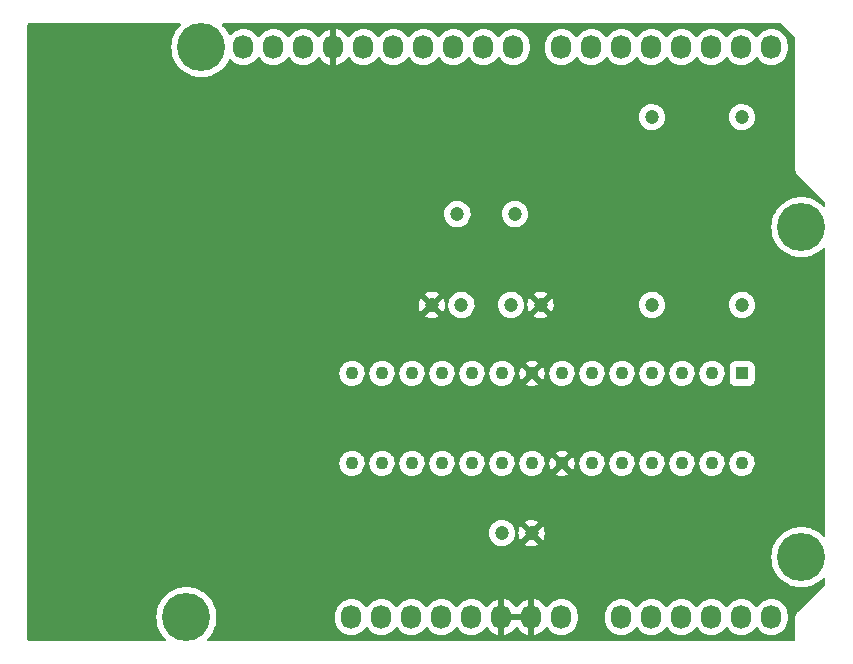
<source format=gbr>
%TF.GenerationSoftware,KiCad,Pcbnew,6.0.0-d3dd2cf0fa~116~ubuntu21.10.1*%
%TF.CreationDate,2022-01-02T17:21:36-05:00*%
%TF.ProjectId,ardustack-mcu,61726475-7374-4616-936b-2d6d63752e6b,rev?*%
%TF.SameCoordinates,Original*%
%TF.FileFunction,Copper,L2,Bot*%
%TF.FilePolarity,Positive*%
%FSLAX46Y46*%
G04 Gerber Fmt 4.6, Leading zero omitted, Abs format (unit mm)*
G04 Created by KiCad (PCBNEW 6.0.0-d3dd2cf0fa~116~ubuntu21.10.1) date 2022-01-02 17:21:36*
%MOMM*%
%LPD*%
G01*
G04 APERTURE LIST*
%TA.AperFunction,ComponentPad*%
%ADD10O,1.727200X2.032000*%
%TD*%
%TA.AperFunction,ComponentPad*%
%ADD11C,4.064000*%
%TD*%
%TA.AperFunction,ComponentPad*%
%ADD12C,1.200000*%
%TD*%
%TA.AperFunction,ComponentPad*%
%ADD13R,1.100000X1.100000*%
%TD*%
%TA.AperFunction,ComponentPad*%
%ADD14C,1.100000*%
%TD*%
%TA.AperFunction,ComponentPad*%
%ADD15C,1.205000*%
%TD*%
G04 APERTURE END LIST*
D10*
%TO.P,P1,1,Pin_1*%
%TO.N,unconnected-(P1-Pad1)*%
X138938000Y-123825000D03*
%TO.P,P1,2,Pin_2*%
%TO.N,/IOREF*%
X141478000Y-123825000D03*
%TO.P,P1,3,Pin_3*%
%TO.N,/Reset*%
X144018000Y-123825000D03*
%TO.P,P1,4,Pin_4*%
%TO.N,+3V3*%
X146558000Y-123825000D03*
%TO.P,P1,5,Pin_5*%
%TO.N,+5V*%
X149098000Y-123825000D03*
%TO.P,P1,6,Pin_6*%
%TO.N,GND*%
X151638000Y-123825000D03*
%TO.P,P1,7,Pin_7*%
X154178000Y-123825000D03*
%TO.P,P1,8,Pin_8*%
%TO.N,/Vin*%
X156718000Y-123825000D03*
%TD*%
%TO.P,P2,1,Pin_1*%
%TO.N,/A0*%
X161798000Y-123825000D03*
%TO.P,P2,2,Pin_2*%
%TO.N,/A1*%
X164338000Y-123825000D03*
%TO.P,P2,3,Pin_3*%
%TO.N,/A2*%
X166878000Y-123825000D03*
%TO.P,P2,4,Pin_4*%
%TO.N,/A3*%
X169418000Y-123825000D03*
%TO.P,P2,5,Pin_5*%
%TO.N,/A4(SDA)*%
X171958000Y-123825000D03*
%TO.P,P2,6,Pin_6*%
%TO.N,/A5(SCL)*%
X174498000Y-123825000D03*
%TD*%
%TO.P,P3,1,Pin_1*%
%TO.N,unconnected-(P3-Pad1)*%
X129794000Y-75565000D03*
%TO.P,P3,2,Pin_2*%
%TO.N,unconnected-(P3-Pad2)*%
X132334000Y-75565000D03*
%TO.P,P3,3,Pin_3*%
%TO.N,/AREF*%
X134874000Y-75565000D03*
%TO.P,P3,4,Pin_4*%
%TO.N,GND*%
X137414000Y-75565000D03*
%TO.P,P3,5,Pin_5*%
%TO.N,/13(SCK)*%
X139954000Y-75565000D03*
%TO.P,P3,6,Pin_6*%
%TO.N,/12(MISO)*%
X142494000Y-75565000D03*
%TO.P,P3,7,Pin_7*%
%TO.N,/11(\u002A\u002A{slash}MOSI)*%
X145034000Y-75565000D03*
%TO.P,P3,8,Pin_8*%
%TO.N,/10(\u002A\u002A{slash}SS)*%
X147574000Y-75565000D03*
%TO.P,P3,9,Pin_9*%
%TO.N,/9(\u002A\u002A)*%
X150114000Y-75565000D03*
%TO.P,P3,10,Pin_10*%
%TO.N,/8*%
X152654000Y-75565000D03*
%TD*%
%TO.P,P4,1,Pin_1*%
%TO.N,/7*%
X156718000Y-75565000D03*
%TO.P,P4,2,Pin_2*%
%TO.N,/6(\u002A\u002A)*%
X159258000Y-75565000D03*
%TO.P,P4,3,Pin_3*%
%TO.N,/5(\u002A\u002A)*%
X161798000Y-75565000D03*
%TO.P,P4,4,Pin_4*%
%TO.N,/4*%
X164338000Y-75565000D03*
%TO.P,P4,5,Pin_5*%
%TO.N,/3(\u002A\u002A)*%
X166878000Y-75565000D03*
%TO.P,P4,6,Pin_6*%
%TO.N,/2*%
X169418000Y-75565000D03*
%TO.P,P4,7,Pin_7*%
%TO.N,/1(Tx)*%
X171958000Y-75565000D03*
%TO.P,P4,8,Pin_8*%
%TO.N,/0(Rx)*%
X174498000Y-75565000D03*
%TD*%
D11*
%TO.P,P5,1,Pin_1*%
%TO.N,unconnected-(P5-Pad1)*%
X124968000Y-123825000D03*
%TD*%
%TO.P,P6,1,Pin_1*%
%TO.N,unconnected-(P6-Pad1)*%
X177038000Y-118745000D03*
%TD*%
%TO.P,P7,1,Pin_1*%
%TO.N,unconnected-(P7-Pad1)*%
X126238000Y-75565000D03*
%TD*%
%TO.P,P8,1,Pin_1*%
%TO.N,unconnected-(P8-Pad1)*%
X177038000Y-90805000D03*
%TD*%
D12*
%TO.P,R1,1*%
%TO.N,Net-(J1-Pad2)*%
X172010000Y-97400000D03*
%TO.P,R1,2*%
%TO.N,/0(Rx)*%
X172010000Y-81500000D03*
%TD*%
%TO.P,R2,1*%
%TO.N,Net-(J1-Pad3)*%
X164390000Y-97400000D03*
%TO.P,R2,2*%
%TO.N,/1(Tx)*%
X164390000Y-81500000D03*
%TD*%
D13*
%TO.P,J1,1,1*%
%TO.N,/Reset*%
X172010000Y-103190000D03*
D14*
%TO.P,J1,2,2*%
%TO.N,Net-(J1-Pad2)*%
X169470000Y-103190000D03*
%TO.P,J1,3,3*%
%TO.N,Net-(J1-Pad3)*%
X166930000Y-103190000D03*
%TO.P,J1,4,4*%
%TO.N,/2*%
X164390000Y-103190000D03*
%TO.P,J1,5,5*%
%TO.N,/3(\u002A\u002A)*%
X161850000Y-103190000D03*
%TO.P,J1,6,6*%
%TO.N,/4*%
X159310000Y-103190000D03*
%TO.P,J1,7,7*%
%TO.N,+5V*%
X156770000Y-103190000D03*
%TO.P,J1,8,8*%
%TO.N,GND*%
X154230000Y-103190000D03*
%TO.P,J1,9,9*%
%TO.N,/CLK1*%
X151690000Y-103190000D03*
%TO.P,J1,10,10*%
%TO.N,/CLK2*%
X149150000Y-103190000D03*
%TO.P,J1,11,11*%
%TO.N,/5(\u002A\u002A)*%
X146610000Y-103190000D03*
%TO.P,J1,12,12*%
%TO.N,/6(\u002A\u002A)*%
X144070000Y-103190000D03*
%TO.P,J1,13,13*%
%TO.N,/7*%
X141530000Y-103190000D03*
%TO.P,J1,14,14*%
%TO.N,/8*%
X138990000Y-103190000D03*
%TO.P,J1,15,15*%
%TO.N,/9(\u002A\u002A)*%
X138990000Y-110810000D03*
%TO.P,J1,16,16*%
%TO.N,/10(\u002A\u002A{slash}SS)*%
X141530000Y-110810000D03*
%TO.P,J1,17,17*%
%TO.N,/11(\u002A\u002A{slash}MOSI)*%
X144070000Y-110810000D03*
%TO.P,J1,18,18*%
%TO.N,/12(MISO)*%
X146610000Y-110810000D03*
%TO.P,J1,19,19*%
%TO.N,/13(SCK)*%
X149150000Y-110810000D03*
%TO.P,J1,20,20*%
%TO.N,+5V*%
X151690000Y-110810000D03*
%TO.P,J1,21,21*%
%TO.N,/AREF*%
X154230000Y-110810000D03*
%TO.P,J1,22,22*%
%TO.N,GND*%
X156770000Y-110810000D03*
%TO.P,J1,23,23*%
%TO.N,/A0*%
X159310000Y-110810000D03*
%TO.P,J1,24,24*%
%TO.N,/A1*%
X161850000Y-110810000D03*
%TO.P,J1,25,25*%
%TO.N,/A2*%
X164390000Y-110810000D03*
%TO.P,J1,26,26*%
%TO.N,/A3*%
X166930000Y-110810000D03*
%TO.P,J1,27,27*%
%TO.N,/A4(SDA)*%
X169470000Y-110810000D03*
%TO.P,J1,28,28*%
%TO.N,/A5(SCL)*%
X172010000Y-110810000D03*
%TD*%
D12*
%TO.P,C3,1*%
%TO.N,/CLK2*%
X148250000Y-97400000D03*
%TO.P,C3,2*%
%TO.N,GND*%
X145750000Y-97400000D03*
%TD*%
%TO.P,C2,1*%
%TO.N,/CLK1*%
X152450000Y-97400000D03*
%TO.P,C2,2*%
%TO.N,GND*%
X154950000Y-97400000D03*
%TD*%
D15*
%TO.P,Y1,1,X1*%
%TO.N,/CLK1*%
X152790000Y-89700000D03*
%TO.P,Y1,2,X2*%
%TO.N,/CLK2*%
X147910000Y-89700000D03*
%TD*%
D12*
%TO.P,C1,1*%
%TO.N,+5V*%
X151690000Y-116720000D03*
%TO.P,C1,2*%
%TO.N,GND*%
X154190000Y-116720000D03*
%TD*%
%TA.AperFunction,Conductor*%
%TO.N,GND*%
G36*
X124440529Y-73553002D02*
G01*
X124487022Y-73606658D01*
X124497126Y-73676932D01*
X124467632Y-73741512D01*
X124458661Y-73750850D01*
X124382394Y-73822470D01*
X124178629Y-74068779D01*
X124176505Y-74072126D01*
X124176502Y-74072130D01*
X124125981Y-74151738D01*
X124007341Y-74338685D01*
X124005657Y-74342264D01*
X124005653Y-74342271D01*
X123902875Y-74560687D01*
X123871233Y-74627930D01*
X123870007Y-74631702D01*
X123870007Y-74631703D01*
X123868107Y-74637551D01*
X123772449Y-74931954D01*
X123712549Y-75245961D01*
X123692477Y-75565000D01*
X123712549Y-75884039D01*
X123772449Y-76198046D01*
X123773676Y-76201822D01*
X123868201Y-76492737D01*
X123871233Y-76502070D01*
X123872920Y-76505656D01*
X123872922Y-76505660D01*
X124005653Y-76787729D01*
X124005657Y-76787736D01*
X124007341Y-76791315D01*
X124009465Y-76794661D01*
X124009465Y-76794662D01*
X124169914Y-77047488D01*
X124178629Y-77061221D01*
X124382394Y-77307530D01*
X124615423Y-77526359D01*
X124874041Y-77714256D01*
X125154169Y-77868258D01*
X125316083Y-77932364D01*
X125447707Y-77984478D01*
X125447710Y-77984479D01*
X125451390Y-77985936D01*
X125455224Y-77986920D01*
X125455232Y-77986923D01*
X125647153Y-78036200D01*
X125761017Y-78065435D01*
X125764945Y-78065931D01*
X125764949Y-78065932D01*
X125890642Y-78081810D01*
X126078165Y-78105500D01*
X126397835Y-78105500D01*
X126585358Y-78081810D01*
X126711051Y-78065932D01*
X126711055Y-78065931D01*
X126714983Y-78065435D01*
X126828847Y-78036200D01*
X127020768Y-77986923D01*
X127020776Y-77986920D01*
X127024610Y-77985936D01*
X127028290Y-77984479D01*
X127028293Y-77984478D01*
X127159917Y-77932364D01*
X127321831Y-77868258D01*
X127601959Y-77714256D01*
X127860577Y-77526359D01*
X128093606Y-77307530D01*
X128297371Y-77061221D01*
X128306087Y-77047488D01*
X128466535Y-76794662D01*
X128466535Y-76794661D01*
X128468659Y-76791315D01*
X128470343Y-76787736D01*
X128470347Y-76787729D01*
X128540177Y-76639332D01*
X128587280Y-76586211D01*
X128655625Y-76566988D01*
X128723512Y-76587767D01*
X128745355Y-76606008D01*
X128881532Y-76748758D01*
X129068350Y-76887754D01*
X129073102Y-76890170D01*
X129270244Y-76990402D01*
X129275916Y-76993286D01*
X129387106Y-77027811D01*
X129493193Y-77060753D01*
X129493199Y-77060754D01*
X129498296Y-77062337D01*
X129622660Y-77078820D01*
X129723848Y-77092232D01*
X129723852Y-77092232D01*
X129729132Y-77092932D01*
X129734462Y-77092732D01*
X129734463Y-77092732D01*
X129845477Y-77088564D01*
X129961822Y-77084197D01*
X130066005Y-77062337D01*
X130184486Y-77037477D01*
X130184489Y-77037476D01*
X130189713Y-77036380D01*
X130406290Y-76950850D01*
X130605359Y-76830051D01*
X130609855Y-76826150D01*
X130777197Y-76680939D01*
X130777199Y-76680937D01*
X130781230Y-76677439D01*
X130784613Y-76673313D01*
X130784617Y-76673309D01*
X130883776Y-76552374D01*
X130928872Y-76497376D01*
X130954845Y-76451748D01*
X131005927Y-76402442D01*
X131075558Y-76388580D01*
X131141629Y-76414563D01*
X131168867Y-76443713D01*
X131260804Y-76580272D01*
X131264483Y-76584129D01*
X131264485Y-76584131D01*
X131349223Y-76672959D01*
X131421532Y-76748758D01*
X131608350Y-76887754D01*
X131613102Y-76890170D01*
X131810244Y-76990402D01*
X131815916Y-76993286D01*
X131927106Y-77027811D01*
X132033193Y-77060753D01*
X132033199Y-77060754D01*
X132038296Y-77062337D01*
X132162660Y-77078820D01*
X132263848Y-77092232D01*
X132263852Y-77092232D01*
X132269132Y-77092932D01*
X132274462Y-77092732D01*
X132274463Y-77092732D01*
X132385477Y-77088564D01*
X132501822Y-77084197D01*
X132606005Y-77062337D01*
X132724486Y-77037477D01*
X132724489Y-77037476D01*
X132729713Y-77036380D01*
X132946290Y-76950850D01*
X133145359Y-76830051D01*
X133149855Y-76826150D01*
X133317197Y-76680939D01*
X133317199Y-76680937D01*
X133321230Y-76677439D01*
X133324613Y-76673313D01*
X133324617Y-76673309D01*
X133423776Y-76552374D01*
X133468872Y-76497376D01*
X133494845Y-76451748D01*
X133545927Y-76402442D01*
X133615558Y-76388580D01*
X133681629Y-76414563D01*
X133708867Y-76443713D01*
X133800804Y-76580272D01*
X133804483Y-76584129D01*
X133804485Y-76584131D01*
X133889223Y-76672959D01*
X133961532Y-76748758D01*
X134148350Y-76887754D01*
X134153102Y-76890170D01*
X134350244Y-76990402D01*
X134355916Y-76993286D01*
X134467106Y-77027811D01*
X134573193Y-77060753D01*
X134573199Y-77060754D01*
X134578296Y-77062337D01*
X134702660Y-77078820D01*
X134803848Y-77092232D01*
X134803852Y-77092232D01*
X134809132Y-77092932D01*
X134814462Y-77092732D01*
X134814463Y-77092732D01*
X134925477Y-77088564D01*
X135041822Y-77084197D01*
X135146005Y-77062337D01*
X135264486Y-77037477D01*
X135264489Y-77037476D01*
X135269713Y-77036380D01*
X135486290Y-76950850D01*
X135685359Y-76830051D01*
X135689855Y-76826150D01*
X135857197Y-76680939D01*
X135857199Y-76680937D01*
X135861230Y-76677439D01*
X135864613Y-76673313D01*
X135864617Y-76673309D01*
X135963776Y-76552374D01*
X136008872Y-76497376D01*
X136035122Y-76451261D01*
X136086202Y-76401956D01*
X136155832Y-76388094D01*
X136221904Y-76414077D01*
X136249143Y-76443227D01*
X136338215Y-76575530D01*
X136344876Y-76583816D01*
X136498180Y-76744520D01*
X136506148Y-76751569D01*
X136684336Y-76884144D01*
X136693366Y-76889743D01*
X136891347Y-76990402D01*
X136901208Y-76994405D01*
X137113301Y-77060263D01*
X137123696Y-77062548D01*
X137142041Y-77064980D01*
X137156208Y-77062783D01*
X137160000Y-77049599D01*
X137160000Y-77047488D01*
X137668000Y-77047488D01*
X137671973Y-77061019D01*
X137682580Y-77062544D01*
X137804343Y-77036996D01*
X137814539Y-77033936D01*
X138021097Y-76952363D01*
X138030634Y-76947629D01*
X138220503Y-76832414D01*
X138229093Y-76826150D01*
X138396837Y-76680589D01*
X138404257Y-76672959D01*
X138545073Y-76501220D01*
X138551102Y-76492449D01*
X138574533Y-76451285D01*
X138625615Y-76401978D01*
X138695245Y-76388116D01*
X138761316Y-76414099D01*
X138788555Y-76443249D01*
X138880804Y-76580272D01*
X138884483Y-76584129D01*
X138884485Y-76584131D01*
X138969223Y-76672959D01*
X139041532Y-76748758D01*
X139228350Y-76887754D01*
X139233102Y-76890170D01*
X139430244Y-76990402D01*
X139435916Y-76993286D01*
X139547106Y-77027811D01*
X139653193Y-77060753D01*
X139653199Y-77060754D01*
X139658296Y-77062337D01*
X139782660Y-77078820D01*
X139883848Y-77092232D01*
X139883852Y-77092232D01*
X139889132Y-77092932D01*
X139894462Y-77092732D01*
X139894463Y-77092732D01*
X140005477Y-77088564D01*
X140121822Y-77084197D01*
X140226005Y-77062337D01*
X140344486Y-77037477D01*
X140344489Y-77037476D01*
X140349713Y-77036380D01*
X140566290Y-76950850D01*
X140765359Y-76830051D01*
X140769855Y-76826150D01*
X140937197Y-76680939D01*
X140937199Y-76680937D01*
X140941230Y-76677439D01*
X140944613Y-76673313D01*
X140944617Y-76673309D01*
X141043776Y-76552374D01*
X141088872Y-76497376D01*
X141114845Y-76451748D01*
X141165927Y-76402442D01*
X141235558Y-76388580D01*
X141301629Y-76414563D01*
X141328867Y-76443713D01*
X141420804Y-76580272D01*
X141424483Y-76584129D01*
X141424485Y-76584131D01*
X141509223Y-76672959D01*
X141581532Y-76748758D01*
X141768350Y-76887754D01*
X141773102Y-76890170D01*
X141970244Y-76990402D01*
X141975916Y-76993286D01*
X142087106Y-77027811D01*
X142193193Y-77060753D01*
X142193199Y-77060754D01*
X142198296Y-77062337D01*
X142322660Y-77078820D01*
X142423848Y-77092232D01*
X142423852Y-77092232D01*
X142429132Y-77092932D01*
X142434462Y-77092732D01*
X142434463Y-77092732D01*
X142545477Y-77088564D01*
X142661822Y-77084197D01*
X142766005Y-77062337D01*
X142884486Y-77037477D01*
X142884489Y-77037476D01*
X142889713Y-77036380D01*
X143106290Y-76950850D01*
X143305359Y-76830051D01*
X143309855Y-76826150D01*
X143477197Y-76680939D01*
X143477199Y-76680937D01*
X143481230Y-76677439D01*
X143484613Y-76673313D01*
X143484617Y-76673309D01*
X143583776Y-76552374D01*
X143628872Y-76497376D01*
X143654845Y-76451748D01*
X143705927Y-76402442D01*
X143775558Y-76388580D01*
X143841629Y-76414563D01*
X143868867Y-76443713D01*
X143960804Y-76580272D01*
X143964483Y-76584129D01*
X143964485Y-76584131D01*
X144049223Y-76672959D01*
X144121532Y-76748758D01*
X144308350Y-76887754D01*
X144313102Y-76890170D01*
X144510244Y-76990402D01*
X144515916Y-76993286D01*
X144627106Y-77027811D01*
X144733193Y-77060753D01*
X144733199Y-77060754D01*
X144738296Y-77062337D01*
X144862660Y-77078820D01*
X144963848Y-77092232D01*
X144963852Y-77092232D01*
X144969132Y-77092932D01*
X144974462Y-77092732D01*
X144974463Y-77092732D01*
X145085477Y-77088564D01*
X145201822Y-77084197D01*
X145306005Y-77062337D01*
X145424486Y-77037477D01*
X145424489Y-77037476D01*
X145429713Y-77036380D01*
X145646290Y-76950850D01*
X145845359Y-76830051D01*
X145849855Y-76826150D01*
X146017197Y-76680939D01*
X146017199Y-76680937D01*
X146021230Y-76677439D01*
X146024613Y-76673313D01*
X146024617Y-76673309D01*
X146123776Y-76552374D01*
X146168872Y-76497376D01*
X146194845Y-76451748D01*
X146245927Y-76402442D01*
X146315558Y-76388580D01*
X146381629Y-76414563D01*
X146408867Y-76443713D01*
X146500804Y-76580272D01*
X146504483Y-76584129D01*
X146504485Y-76584131D01*
X146589223Y-76672959D01*
X146661532Y-76748758D01*
X146848350Y-76887754D01*
X146853102Y-76890170D01*
X147050244Y-76990402D01*
X147055916Y-76993286D01*
X147167106Y-77027811D01*
X147273193Y-77060753D01*
X147273199Y-77060754D01*
X147278296Y-77062337D01*
X147402660Y-77078820D01*
X147503848Y-77092232D01*
X147503852Y-77092232D01*
X147509132Y-77092932D01*
X147514462Y-77092732D01*
X147514463Y-77092732D01*
X147625477Y-77088564D01*
X147741822Y-77084197D01*
X147846005Y-77062337D01*
X147964486Y-77037477D01*
X147964489Y-77037476D01*
X147969713Y-77036380D01*
X148186290Y-76950850D01*
X148385359Y-76830051D01*
X148389855Y-76826150D01*
X148557197Y-76680939D01*
X148557199Y-76680937D01*
X148561230Y-76677439D01*
X148564613Y-76673313D01*
X148564617Y-76673309D01*
X148663776Y-76552374D01*
X148708872Y-76497376D01*
X148734845Y-76451748D01*
X148785927Y-76402442D01*
X148855558Y-76388580D01*
X148921629Y-76414563D01*
X148948867Y-76443713D01*
X149040804Y-76580272D01*
X149044483Y-76584129D01*
X149044485Y-76584131D01*
X149129223Y-76672959D01*
X149201532Y-76748758D01*
X149388350Y-76887754D01*
X149393102Y-76890170D01*
X149590244Y-76990402D01*
X149595916Y-76993286D01*
X149707106Y-77027811D01*
X149813193Y-77060753D01*
X149813199Y-77060754D01*
X149818296Y-77062337D01*
X149942660Y-77078820D01*
X150043848Y-77092232D01*
X150043852Y-77092232D01*
X150049132Y-77092932D01*
X150054462Y-77092732D01*
X150054463Y-77092732D01*
X150165477Y-77088564D01*
X150281822Y-77084197D01*
X150386005Y-77062337D01*
X150504486Y-77037477D01*
X150504489Y-77037476D01*
X150509713Y-77036380D01*
X150726290Y-76950850D01*
X150925359Y-76830051D01*
X150929855Y-76826150D01*
X151097197Y-76680939D01*
X151097199Y-76680937D01*
X151101230Y-76677439D01*
X151104613Y-76673313D01*
X151104617Y-76673309D01*
X151203776Y-76552374D01*
X151248872Y-76497376D01*
X151274845Y-76451748D01*
X151325927Y-76402442D01*
X151395558Y-76388580D01*
X151461629Y-76414563D01*
X151488867Y-76443713D01*
X151580804Y-76580272D01*
X151584483Y-76584129D01*
X151584485Y-76584131D01*
X151669223Y-76672959D01*
X151741532Y-76748758D01*
X151928350Y-76887754D01*
X151933102Y-76890170D01*
X152130244Y-76990402D01*
X152135916Y-76993286D01*
X152247106Y-77027811D01*
X152353193Y-77060753D01*
X152353199Y-77060754D01*
X152358296Y-77062337D01*
X152482660Y-77078820D01*
X152583848Y-77092232D01*
X152583852Y-77092232D01*
X152589132Y-77092932D01*
X152594462Y-77092732D01*
X152594463Y-77092732D01*
X152705477Y-77088564D01*
X152821822Y-77084197D01*
X152926005Y-77062337D01*
X153044486Y-77037477D01*
X153044489Y-77037476D01*
X153049713Y-77036380D01*
X153266290Y-76950850D01*
X153465359Y-76830051D01*
X153469855Y-76826150D01*
X153637197Y-76680939D01*
X153637199Y-76680937D01*
X153641230Y-76677439D01*
X153644613Y-76673313D01*
X153644617Y-76673309D01*
X153743776Y-76552374D01*
X153788872Y-76497376D01*
X153819696Y-76443227D01*
X153901422Y-76299654D01*
X153904065Y-76295011D01*
X153924239Y-76239435D01*
X153981695Y-76081146D01*
X153981696Y-76081142D01*
X153983515Y-76076131D01*
X154024950Y-75846993D01*
X154026100Y-75822606D01*
X154026100Y-75775868D01*
X155345900Y-75775868D01*
X155360626Y-75949420D01*
X155361964Y-75954577D01*
X155361965Y-75954580D01*
X155394816Y-76081146D01*
X155419125Y-76174806D01*
X155421317Y-76179672D01*
X155421318Y-76179675D01*
X155429594Y-76198046D01*
X155514762Y-76387113D01*
X155644804Y-76580272D01*
X155648483Y-76584129D01*
X155648485Y-76584131D01*
X155733223Y-76672959D01*
X155805532Y-76748758D01*
X155992350Y-76887754D01*
X155997102Y-76890170D01*
X156194244Y-76990402D01*
X156199916Y-76993286D01*
X156311106Y-77027811D01*
X156417193Y-77060753D01*
X156417199Y-77060754D01*
X156422296Y-77062337D01*
X156546660Y-77078820D01*
X156647848Y-77092232D01*
X156647852Y-77092232D01*
X156653132Y-77092932D01*
X156658462Y-77092732D01*
X156658463Y-77092732D01*
X156769477Y-77088564D01*
X156885822Y-77084197D01*
X156990005Y-77062337D01*
X157108486Y-77037477D01*
X157108489Y-77037476D01*
X157113713Y-77036380D01*
X157330290Y-76950850D01*
X157529359Y-76830051D01*
X157533855Y-76826150D01*
X157701197Y-76680939D01*
X157701199Y-76680937D01*
X157705230Y-76677439D01*
X157708613Y-76673313D01*
X157708617Y-76673309D01*
X157807776Y-76552374D01*
X157852872Y-76497376D01*
X157878845Y-76451748D01*
X157929927Y-76402442D01*
X157999558Y-76388580D01*
X158065629Y-76414563D01*
X158092867Y-76443713D01*
X158184804Y-76580272D01*
X158188483Y-76584129D01*
X158188485Y-76584131D01*
X158273223Y-76672959D01*
X158345532Y-76748758D01*
X158532350Y-76887754D01*
X158537102Y-76890170D01*
X158734244Y-76990402D01*
X158739916Y-76993286D01*
X158851106Y-77027811D01*
X158957193Y-77060753D01*
X158957199Y-77060754D01*
X158962296Y-77062337D01*
X159086660Y-77078820D01*
X159187848Y-77092232D01*
X159187852Y-77092232D01*
X159193132Y-77092932D01*
X159198462Y-77092732D01*
X159198463Y-77092732D01*
X159309477Y-77088564D01*
X159425822Y-77084197D01*
X159530005Y-77062337D01*
X159648486Y-77037477D01*
X159648489Y-77037476D01*
X159653713Y-77036380D01*
X159870290Y-76950850D01*
X160069359Y-76830051D01*
X160073855Y-76826150D01*
X160241197Y-76680939D01*
X160241199Y-76680937D01*
X160245230Y-76677439D01*
X160248613Y-76673313D01*
X160248617Y-76673309D01*
X160347776Y-76552374D01*
X160392872Y-76497376D01*
X160418845Y-76451748D01*
X160469927Y-76402442D01*
X160539558Y-76388580D01*
X160605629Y-76414563D01*
X160632867Y-76443713D01*
X160724804Y-76580272D01*
X160728483Y-76584129D01*
X160728485Y-76584131D01*
X160813223Y-76672959D01*
X160885532Y-76748758D01*
X161072350Y-76887754D01*
X161077102Y-76890170D01*
X161274244Y-76990402D01*
X161279916Y-76993286D01*
X161391106Y-77027811D01*
X161497193Y-77060753D01*
X161497199Y-77060754D01*
X161502296Y-77062337D01*
X161626660Y-77078820D01*
X161727848Y-77092232D01*
X161727852Y-77092232D01*
X161733132Y-77092932D01*
X161738462Y-77092732D01*
X161738463Y-77092732D01*
X161849477Y-77088564D01*
X161965822Y-77084197D01*
X162070005Y-77062337D01*
X162188486Y-77037477D01*
X162188489Y-77037476D01*
X162193713Y-77036380D01*
X162410290Y-76950850D01*
X162609359Y-76830051D01*
X162613855Y-76826150D01*
X162781197Y-76680939D01*
X162781199Y-76680937D01*
X162785230Y-76677439D01*
X162788613Y-76673313D01*
X162788617Y-76673309D01*
X162887776Y-76552374D01*
X162932872Y-76497376D01*
X162958845Y-76451748D01*
X163009927Y-76402442D01*
X163079558Y-76388580D01*
X163145629Y-76414563D01*
X163172867Y-76443713D01*
X163264804Y-76580272D01*
X163268483Y-76584129D01*
X163268485Y-76584131D01*
X163353223Y-76672959D01*
X163425532Y-76748758D01*
X163612350Y-76887754D01*
X163617102Y-76890170D01*
X163814244Y-76990402D01*
X163819916Y-76993286D01*
X163931106Y-77027811D01*
X164037193Y-77060753D01*
X164037199Y-77060754D01*
X164042296Y-77062337D01*
X164166660Y-77078820D01*
X164267848Y-77092232D01*
X164267852Y-77092232D01*
X164273132Y-77092932D01*
X164278462Y-77092732D01*
X164278463Y-77092732D01*
X164389477Y-77088564D01*
X164505822Y-77084197D01*
X164610005Y-77062337D01*
X164728486Y-77037477D01*
X164728489Y-77037476D01*
X164733713Y-77036380D01*
X164950290Y-76950850D01*
X165149359Y-76830051D01*
X165153855Y-76826150D01*
X165321197Y-76680939D01*
X165321199Y-76680937D01*
X165325230Y-76677439D01*
X165328613Y-76673313D01*
X165328617Y-76673309D01*
X165427776Y-76552374D01*
X165472872Y-76497376D01*
X165498845Y-76451748D01*
X165549927Y-76402442D01*
X165619558Y-76388580D01*
X165685629Y-76414563D01*
X165712867Y-76443713D01*
X165804804Y-76580272D01*
X165808483Y-76584129D01*
X165808485Y-76584131D01*
X165893223Y-76672959D01*
X165965532Y-76748758D01*
X166152350Y-76887754D01*
X166157102Y-76890170D01*
X166354244Y-76990402D01*
X166359916Y-76993286D01*
X166471106Y-77027811D01*
X166577193Y-77060753D01*
X166577199Y-77060754D01*
X166582296Y-77062337D01*
X166706660Y-77078820D01*
X166807848Y-77092232D01*
X166807852Y-77092232D01*
X166813132Y-77092932D01*
X166818462Y-77092732D01*
X166818463Y-77092732D01*
X166929477Y-77088564D01*
X167045822Y-77084197D01*
X167150005Y-77062337D01*
X167268486Y-77037477D01*
X167268489Y-77037476D01*
X167273713Y-77036380D01*
X167490290Y-76950850D01*
X167689359Y-76830051D01*
X167693855Y-76826150D01*
X167861197Y-76680939D01*
X167861199Y-76680937D01*
X167865230Y-76677439D01*
X167868613Y-76673313D01*
X167868617Y-76673309D01*
X167967776Y-76552374D01*
X168012872Y-76497376D01*
X168038845Y-76451748D01*
X168089927Y-76402442D01*
X168159558Y-76388580D01*
X168225629Y-76414563D01*
X168252867Y-76443713D01*
X168344804Y-76580272D01*
X168348483Y-76584129D01*
X168348485Y-76584131D01*
X168433223Y-76672959D01*
X168505532Y-76748758D01*
X168692350Y-76887754D01*
X168697102Y-76890170D01*
X168894244Y-76990402D01*
X168899916Y-76993286D01*
X169011106Y-77027811D01*
X169117193Y-77060753D01*
X169117199Y-77060754D01*
X169122296Y-77062337D01*
X169246660Y-77078820D01*
X169347848Y-77092232D01*
X169347852Y-77092232D01*
X169353132Y-77092932D01*
X169358462Y-77092732D01*
X169358463Y-77092732D01*
X169469477Y-77088564D01*
X169585822Y-77084197D01*
X169690005Y-77062337D01*
X169808486Y-77037477D01*
X169808489Y-77037476D01*
X169813713Y-77036380D01*
X170030290Y-76950850D01*
X170229359Y-76830051D01*
X170233855Y-76826150D01*
X170401197Y-76680939D01*
X170401199Y-76680937D01*
X170405230Y-76677439D01*
X170408613Y-76673313D01*
X170408617Y-76673309D01*
X170507776Y-76552374D01*
X170552872Y-76497376D01*
X170578845Y-76451748D01*
X170629927Y-76402442D01*
X170699558Y-76388580D01*
X170765629Y-76414563D01*
X170792867Y-76443713D01*
X170884804Y-76580272D01*
X170888483Y-76584129D01*
X170888485Y-76584131D01*
X170973223Y-76672959D01*
X171045532Y-76748758D01*
X171232350Y-76887754D01*
X171237102Y-76890170D01*
X171434244Y-76990402D01*
X171439916Y-76993286D01*
X171551106Y-77027811D01*
X171657193Y-77060753D01*
X171657199Y-77060754D01*
X171662296Y-77062337D01*
X171786660Y-77078820D01*
X171887848Y-77092232D01*
X171887852Y-77092232D01*
X171893132Y-77092932D01*
X171898462Y-77092732D01*
X171898463Y-77092732D01*
X172009477Y-77088564D01*
X172125822Y-77084197D01*
X172230005Y-77062337D01*
X172348486Y-77037477D01*
X172348489Y-77037476D01*
X172353713Y-77036380D01*
X172570290Y-76950850D01*
X172769359Y-76830051D01*
X172773855Y-76826150D01*
X172941197Y-76680939D01*
X172941199Y-76680937D01*
X172945230Y-76677439D01*
X172948613Y-76673313D01*
X172948617Y-76673309D01*
X173047776Y-76552374D01*
X173092872Y-76497376D01*
X173118845Y-76451748D01*
X173169927Y-76402442D01*
X173239558Y-76388580D01*
X173305629Y-76414563D01*
X173332867Y-76443713D01*
X173424804Y-76580272D01*
X173428483Y-76584129D01*
X173428485Y-76584131D01*
X173513223Y-76672959D01*
X173585532Y-76748758D01*
X173772350Y-76887754D01*
X173777102Y-76890170D01*
X173974244Y-76990402D01*
X173979916Y-76993286D01*
X174091106Y-77027811D01*
X174197193Y-77060753D01*
X174197199Y-77060754D01*
X174202296Y-77062337D01*
X174326660Y-77078820D01*
X174427848Y-77092232D01*
X174427852Y-77092232D01*
X174433132Y-77092932D01*
X174438462Y-77092732D01*
X174438463Y-77092732D01*
X174549477Y-77088564D01*
X174665822Y-77084197D01*
X174770005Y-77062337D01*
X174888486Y-77037477D01*
X174888489Y-77037476D01*
X174893713Y-77036380D01*
X175110290Y-76950850D01*
X175309359Y-76830051D01*
X175313855Y-76826150D01*
X175481197Y-76680939D01*
X175481199Y-76680937D01*
X175485230Y-76677439D01*
X175488613Y-76673313D01*
X175488617Y-76673309D01*
X175587776Y-76552374D01*
X175632872Y-76497376D01*
X175663696Y-76443227D01*
X175745422Y-76299654D01*
X175748065Y-76295011D01*
X175768239Y-76239435D01*
X175825695Y-76081146D01*
X175825696Y-76081142D01*
X175827515Y-76076131D01*
X175868950Y-75846993D01*
X175870100Y-75822606D01*
X175870100Y-75354132D01*
X175855374Y-75180580D01*
X175854035Y-75175420D01*
X175798217Y-74960363D01*
X175798216Y-74960359D01*
X175796875Y-74955194D01*
X175788164Y-74935855D01*
X175728317Y-74803001D01*
X175701238Y-74742887D01*
X175571196Y-74549728D01*
X175554861Y-74532604D01*
X175414152Y-74385104D01*
X175410468Y-74381242D01*
X175223650Y-74242246D01*
X175096574Y-74177637D01*
X175020842Y-74139133D01*
X175020841Y-74139133D01*
X175016084Y-74136714D01*
X174877299Y-74093620D01*
X174798807Y-74069247D01*
X174798801Y-74069246D01*
X174793704Y-74067663D01*
X174669340Y-74051180D01*
X174568152Y-74037768D01*
X174568148Y-74037768D01*
X174562868Y-74037068D01*
X174557538Y-74037268D01*
X174557537Y-74037268D01*
X174446523Y-74041436D01*
X174330178Y-74045803D01*
X174247474Y-74063156D01*
X174107514Y-74092523D01*
X174107511Y-74092524D01*
X174102287Y-74093620D01*
X173885710Y-74179150D01*
X173686641Y-74299949D01*
X173682611Y-74303446D01*
X173519570Y-74444925D01*
X173510770Y-74452561D01*
X173507387Y-74456687D01*
X173507383Y-74456691D01*
X173452241Y-74523942D01*
X173363128Y-74632624D01*
X173360490Y-74637259D01*
X173360487Y-74637263D01*
X173337155Y-74678252D01*
X173286073Y-74727558D01*
X173216442Y-74741420D01*
X173150371Y-74715437D01*
X173123133Y-74686287D01*
X173034176Y-74554155D01*
X173031196Y-74549728D01*
X173014861Y-74532604D01*
X172874152Y-74385104D01*
X172870468Y-74381242D01*
X172683650Y-74242246D01*
X172556574Y-74177637D01*
X172480842Y-74139133D01*
X172480841Y-74139133D01*
X172476084Y-74136714D01*
X172337299Y-74093620D01*
X172258807Y-74069247D01*
X172258801Y-74069246D01*
X172253704Y-74067663D01*
X172129340Y-74051180D01*
X172028152Y-74037768D01*
X172028148Y-74037768D01*
X172022868Y-74037068D01*
X172017538Y-74037268D01*
X172017537Y-74037268D01*
X171906523Y-74041436D01*
X171790178Y-74045803D01*
X171707474Y-74063156D01*
X171567514Y-74092523D01*
X171567511Y-74092524D01*
X171562287Y-74093620D01*
X171345710Y-74179150D01*
X171146641Y-74299949D01*
X171142611Y-74303446D01*
X170979570Y-74444925D01*
X170970770Y-74452561D01*
X170967387Y-74456687D01*
X170967383Y-74456691D01*
X170912241Y-74523942D01*
X170823128Y-74632624D01*
X170820490Y-74637259D01*
X170820487Y-74637263D01*
X170797155Y-74678252D01*
X170746073Y-74727558D01*
X170676442Y-74741420D01*
X170610371Y-74715437D01*
X170583133Y-74686287D01*
X170494176Y-74554155D01*
X170491196Y-74549728D01*
X170474861Y-74532604D01*
X170334152Y-74385104D01*
X170330468Y-74381242D01*
X170143650Y-74242246D01*
X170016574Y-74177637D01*
X169940842Y-74139133D01*
X169940841Y-74139133D01*
X169936084Y-74136714D01*
X169797299Y-74093620D01*
X169718807Y-74069247D01*
X169718801Y-74069246D01*
X169713704Y-74067663D01*
X169589340Y-74051180D01*
X169488152Y-74037768D01*
X169488148Y-74037768D01*
X169482868Y-74037068D01*
X169477538Y-74037268D01*
X169477537Y-74037268D01*
X169366523Y-74041436D01*
X169250178Y-74045803D01*
X169167474Y-74063156D01*
X169027514Y-74092523D01*
X169027511Y-74092524D01*
X169022287Y-74093620D01*
X168805710Y-74179150D01*
X168606641Y-74299949D01*
X168602611Y-74303446D01*
X168439570Y-74444925D01*
X168430770Y-74452561D01*
X168427387Y-74456687D01*
X168427383Y-74456691D01*
X168372241Y-74523942D01*
X168283128Y-74632624D01*
X168280490Y-74637259D01*
X168280487Y-74637263D01*
X168257155Y-74678252D01*
X168206073Y-74727558D01*
X168136442Y-74741420D01*
X168070371Y-74715437D01*
X168043133Y-74686287D01*
X167954176Y-74554155D01*
X167951196Y-74549728D01*
X167934861Y-74532604D01*
X167794152Y-74385104D01*
X167790468Y-74381242D01*
X167603650Y-74242246D01*
X167476574Y-74177637D01*
X167400842Y-74139133D01*
X167400841Y-74139133D01*
X167396084Y-74136714D01*
X167257299Y-74093620D01*
X167178807Y-74069247D01*
X167178801Y-74069246D01*
X167173704Y-74067663D01*
X167049340Y-74051180D01*
X166948152Y-74037768D01*
X166948148Y-74037768D01*
X166942868Y-74037068D01*
X166937538Y-74037268D01*
X166937537Y-74037268D01*
X166826523Y-74041436D01*
X166710178Y-74045803D01*
X166627474Y-74063156D01*
X166487514Y-74092523D01*
X166487511Y-74092524D01*
X166482287Y-74093620D01*
X166265710Y-74179150D01*
X166066641Y-74299949D01*
X166062611Y-74303446D01*
X165899570Y-74444925D01*
X165890770Y-74452561D01*
X165887387Y-74456687D01*
X165887383Y-74456691D01*
X165832241Y-74523942D01*
X165743128Y-74632624D01*
X165740490Y-74637259D01*
X165740487Y-74637263D01*
X165717155Y-74678252D01*
X165666073Y-74727558D01*
X165596442Y-74741420D01*
X165530371Y-74715437D01*
X165503133Y-74686287D01*
X165414176Y-74554155D01*
X165411196Y-74549728D01*
X165394861Y-74532604D01*
X165254152Y-74385104D01*
X165250468Y-74381242D01*
X165063650Y-74242246D01*
X164936574Y-74177637D01*
X164860842Y-74139133D01*
X164860841Y-74139133D01*
X164856084Y-74136714D01*
X164717299Y-74093620D01*
X164638807Y-74069247D01*
X164638801Y-74069246D01*
X164633704Y-74067663D01*
X164509340Y-74051180D01*
X164408152Y-74037768D01*
X164408148Y-74037768D01*
X164402868Y-74037068D01*
X164397538Y-74037268D01*
X164397537Y-74037268D01*
X164286523Y-74041436D01*
X164170178Y-74045803D01*
X164087474Y-74063156D01*
X163947514Y-74092523D01*
X163947511Y-74092524D01*
X163942287Y-74093620D01*
X163725710Y-74179150D01*
X163526641Y-74299949D01*
X163522611Y-74303446D01*
X163359570Y-74444925D01*
X163350770Y-74452561D01*
X163347387Y-74456687D01*
X163347383Y-74456691D01*
X163292241Y-74523942D01*
X163203128Y-74632624D01*
X163200490Y-74637259D01*
X163200487Y-74637263D01*
X163177155Y-74678252D01*
X163126073Y-74727558D01*
X163056442Y-74741420D01*
X162990371Y-74715437D01*
X162963133Y-74686287D01*
X162874176Y-74554155D01*
X162871196Y-74549728D01*
X162854861Y-74532604D01*
X162714152Y-74385104D01*
X162710468Y-74381242D01*
X162523650Y-74242246D01*
X162396574Y-74177637D01*
X162320842Y-74139133D01*
X162320841Y-74139133D01*
X162316084Y-74136714D01*
X162177299Y-74093620D01*
X162098807Y-74069247D01*
X162098801Y-74069246D01*
X162093704Y-74067663D01*
X161969340Y-74051180D01*
X161868152Y-74037768D01*
X161868148Y-74037768D01*
X161862868Y-74037068D01*
X161857538Y-74037268D01*
X161857537Y-74037268D01*
X161746523Y-74041436D01*
X161630178Y-74045803D01*
X161547474Y-74063156D01*
X161407514Y-74092523D01*
X161407511Y-74092524D01*
X161402287Y-74093620D01*
X161185710Y-74179150D01*
X160986641Y-74299949D01*
X160982611Y-74303446D01*
X160819570Y-74444925D01*
X160810770Y-74452561D01*
X160807387Y-74456687D01*
X160807383Y-74456691D01*
X160752241Y-74523942D01*
X160663128Y-74632624D01*
X160660490Y-74637259D01*
X160660487Y-74637263D01*
X160637155Y-74678252D01*
X160586073Y-74727558D01*
X160516442Y-74741420D01*
X160450371Y-74715437D01*
X160423133Y-74686287D01*
X160334176Y-74554155D01*
X160331196Y-74549728D01*
X160314861Y-74532604D01*
X160174152Y-74385104D01*
X160170468Y-74381242D01*
X159983650Y-74242246D01*
X159856574Y-74177637D01*
X159780842Y-74139133D01*
X159780841Y-74139133D01*
X159776084Y-74136714D01*
X159637299Y-74093620D01*
X159558807Y-74069247D01*
X159558801Y-74069246D01*
X159553704Y-74067663D01*
X159429340Y-74051180D01*
X159328152Y-74037768D01*
X159328148Y-74037768D01*
X159322868Y-74037068D01*
X159317538Y-74037268D01*
X159317537Y-74037268D01*
X159206523Y-74041436D01*
X159090178Y-74045803D01*
X159007474Y-74063156D01*
X158867514Y-74092523D01*
X158867511Y-74092524D01*
X158862287Y-74093620D01*
X158645710Y-74179150D01*
X158446641Y-74299949D01*
X158442611Y-74303446D01*
X158279570Y-74444925D01*
X158270770Y-74452561D01*
X158267387Y-74456687D01*
X158267383Y-74456691D01*
X158212241Y-74523942D01*
X158123128Y-74632624D01*
X158120490Y-74637259D01*
X158120487Y-74637263D01*
X158097155Y-74678252D01*
X158046073Y-74727558D01*
X157976442Y-74741420D01*
X157910371Y-74715437D01*
X157883133Y-74686287D01*
X157794176Y-74554155D01*
X157791196Y-74549728D01*
X157774861Y-74532604D01*
X157634152Y-74385104D01*
X157630468Y-74381242D01*
X157443650Y-74242246D01*
X157316574Y-74177637D01*
X157240842Y-74139133D01*
X157240841Y-74139133D01*
X157236084Y-74136714D01*
X157097299Y-74093620D01*
X157018807Y-74069247D01*
X157018801Y-74069246D01*
X157013704Y-74067663D01*
X156889340Y-74051180D01*
X156788152Y-74037768D01*
X156788148Y-74037768D01*
X156782868Y-74037068D01*
X156777538Y-74037268D01*
X156777537Y-74037268D01*
X156666523Y-74041436D01*
X156550178Y-74045803D01*
X156467474Y-74063156D01*
X156327514Y-74092523D01*
X156327511Y-74092524D01*
X156322287Y-74093620D01*
X156105710Y-74179150D01*
X155906641Y-74299949D01*
X155902611Y-74303446D01*
X155739570Y-74444925D01*
X155730770Y-74452561D01*
X155727387Y-74456687D01*
X155727383Y-74456691D01*
X155672241Y-74523942D01*
X155583128Y-74632624D01*
X155580490Y-74637259D01*
X155580487Y-74637263D01*
X155517589Y-74747760D01*
X155467935Y-74834989D01*
X155466114Y-74840005D01*
X155466112Y-74840010D01*
X155424302Y-74955194D01*
X155388485Y-75053869D01*
X155347050Y-75283007D01*
X155345900Y-75307394D01*
X155345900Y-75775868D01*
X154026100Y-75775868D01*
X154026100Y-75354132D01*
X154011374Y-75180580D01*
X154010035Y-75175420D01*
X153954217Y-74960363D01*
X153954216Y-74960359D01*
X153952875Y-74955194D01*
X153944164Y-74935855D01*
X153884317Y-74803001D01*
X153857238Y-74742887D01*
X153727196Y-74549728D01*
X153710861Y-74532604D01*
X153570152Y-74385104D01*
X153566468Y-74381242D01*
X153379650Y-74242246D01*
X153252574Y-74177637D01*
X153176842Y-74139133D01*
X153176841Y-74139133D01*
X153172084Y-74136714D01*
X153033299Y-74093620D01*
X152954807Y-74069247D01*
X152954801Y-74069246D01*
X152949704Y-74067663D01*
X152825340Y-74051180D01*
X152724152Y-74037768D01*
X152724148Y-74037768D01*
X152718868Y-74037068D01*
X152713538Y-74037268D01*
X152713537Y-74037268D01*
X152602523Y-74041436D01*
X152486178Y-74045803D01*
X152403474Y-74063156D01*
X152263514Y-74092523D01*
X152263511Y-74092524D01*
X152258287Y-74093620D01*
X152041710Y-74179150D01*
X151842641Y-74299949D01*
X151838611Y-74303446D01*
X151675570Y-74444925D01*
X151666770Y-74452561D01*
X151663387Y-74456687D01*
X151663383Y-74456691D01*
X151608241Y-74523942D01*
X151519128Y-74632624D01*
X151516490Y-74637259D01*
X151516487Y-74637263D01*
X151493155Y-74678252D01*
X151442073Y-74727558D01*
X151372442Y-74741420D01*
X151306371Y-74715437D01*
X151279133Y-74686287D01*
X151190176Y-74554155D01*
X151187196Y-74549728D01*
X151170861Y-74532604D01*
X151030152Y-74385104D01*
X151026468Y-74381242D01*
X150839650Y-74242246D01*
X150712574Y-74177637D01*
X150636842Y-74139133D01*
X150636841Y-74139133D01*
X150632084Y-74136714D01*
X150493299Y-74093620D01*
X150414807Y-74069247D01*
X150414801Y-74069246D01*
X150409704Y-74067663D01*
X150285340Y-74051180D01*
X150184152Y-74037768D01*
X150184148Y-74037768D01*
X150178868Y-74037068D01*
X150173538Y-74037268D01*
X150173537Y-74037268D01*
X150062523Y-74041436D01*
X149946178Y-74045803D01*
X149863474Y-74063156D01*
X149723514Y-74092523D01*
X149723511Y-74092524D01*
X149718287Y-74093620D01*
X149501710Y-74179150D01*
X149302641Y-74299949D01*
X149298611Y-74303446D01*
X149135570Y-74444925D01*
X149126770Y-74452561D01*
X149123387Y-74456687D01*
X149123383Y-74456691D01*
X149068241Y-74523942D01*
X148979128Y-74632624D01*
X148976490Y-74637259D01*
X148976487Y-74637263D01*
X148953155Y-74678252D01*
X148902073Y-74727558D01*
X148832442Y-74741420D01*
X148766371Y-74715437D01*
X148739133Y-74686287D01*
X148650176Y-74554155D01*
X148647196Y-74549728D01*
X148630861Y-74532604D01*
X148490152Y-74385104D01*
X148486468Y-74381242D01*
X148299650Y-74242246D01*
X148172574Y-74177637D01*
X148096842Y-74139133D01*
X148096841Y-74139133D01*
X148092084Y-74136714D01*
X147953299Y-74093620D01*
X147874807Y-74069247D01*
X147874801Y-74069246D01*
X147869704Y-74067663D01*
X147745340Y-74051180D01*
X147644152Y-74037768D01*
X147644148Y-74037768D01*
X147638868Y-74037068D01*
X147633538Y-74037268D01*
X147633537Y-74037268D01*
X147522523Y-74041436D01*
X147406178Y-74045803D01*
X147323474Y-74063156D01*
X147183514Y-74092523D01*
X147183511Y-74092524D01*
X147178287Y-74093620D01*
X146961710Y-74179150D01*
X146762641Y-74299949D01*
X146758611Y-74303446D01*
X146595570Y-74444925D01*
X146586770Y-74452561D01*
X146583387Y-74456687D01*
X146583383Y-74456691D01*
X146528241Y-74523942D01*
X146439128Y-74632624D01*
X146436490Y-74637259D01*
X146436487Y-74637263D01*
X146413155Y-74678252D01*
X146362073Y-74727558D01*
X146292442Y-74741420D01*
X146226371Y-74715437D01*
X146199133Y-74686287D01*
X146110176Y-74554155D01*
X146107196Y-74549728D01*
X146090861Y-74532604D01*
X145950152Y-74385104D01*
X145946468Y-74381242D01*
X145759650Y-74242246D01*
X145632574Y-74177637D01*
X145556842Y-74139133D01*
X145556841Y-74139133D01*
X145552084Y-74136714D01*
X145413299Y-74093620D01*
X145334807Y-74069247D01*
X145334801Y-74069246D01*
X145329704Y-74067663D01*
X145205340Y-74051180D01*
X145104152Y-74037768D01*
X145104148Y-74037768D01*
X145098868Y-74037068D01*
X145093538Y-74037268D01*
X145093537Y-74037268D01*
X144982523Y-74041436D01*
X144866178Y-74045803D01*
X144783474Y-74063156D01*
X144643514Y-74092523D01*
X144643511Y-74092524D01*
X144638287Y-74093620D01*
X144421710Y-74179150D01*
X144222641Y-74299949D01*
X144218611Y-74303446D01*
X144055570Y-74444925D01*
X144046770Y-74452561D01*
X144043387Y-74456687D01*
X144043383Y-74456691D01*
X143988241Y-74523942D01*
X143899128Y-74632624D01*
X143896490Y-74637259D01*
X143896487Y-74637263D01*
X143873155Y-74678252D01*
X143822073Y-74727558D01*
X143752442Y-74741420D01*
X143686371Y-74715437D01*
X143659133Y-74686287D01*
X143570176Y-74554155D01*
X143567196Y-74549728D01*
X143550861Y-74532604D01*
X143410152Y-74385104D01*
X143406468Y-74381242D01*
X143219650Y-74242246D01*
X143092574Y-74177637D01*
X143016842Y-74139133D01*
X143016841Y-74139133D01*
X143012084Y-74136714D01*
X142873299Y-74093620D01*
X142794807Y-74069247D01*
X142794801Y-74069246D01*
X142789704Y-74067663D01*
X142665340Y-74051180D01*
X142564152Y-74037768D01*
X142564148Y-74037768D01*
X142558868Y-74037068D01*
X142553538Y-74037268D01*
X142553537Y-74037268D01*
X142442523Y-74041436D01*
X142326178Y-74045803D01*
X142243474Y-74063156D01*
X142103514Y-74092523D01*
X142103511Y-74092524D01*
X142098287Y-74093620D01*
X141881710Y-74179150D01*
X141682641Y-74299949D01*
X141678611Y-74303446D01*
X141515570Y-74444925D01*
X141506770Y-74452561D01*
X141503387Y-74456687D01*
X141503383Y-74456691D01*
X141448241Y-74523942D01*
X141359128Y-74632624D01*
X141356490Y-74637259D01*
X141356487Y-74637263D01*
X141333155Y-74678252D01*
X141282073Y-74727558D01*
X141212442Y-74741420D01*
X141146371Y-74715437D01*
X141119133Y-74686287D01*
X141030176Y-74554155D01*
X141027196Y-74549728D01*
X141010861Y-74532604D01*
X140870152Y-74385104D01*
X140866468Y-74381242D01*
X140679650Y-74242246D01*
X140552574Y-74177637D01*
X140476842Y-74139133D01*
X140476841Y-74139133D01*
X140472084Y-74136714D01*
X140333299Y-74093620D01*
X140254807Y-74069247D01*
X140254801Y-74069246D01*
X140249704Y-74067663D01*
X140125340Y-74051180D01*
X140024152Y-74037768D01*
X140024148Y-74037768D01*
X140018868Y-74037068D01*
X140013538Y-74037268D01*
X140013537Y-74037268D01*
X139902523Y-74041436D01*
X139786178Y-74045803D01*
X139703474Y-74063156D01*
X139563514Y-74092523D01*
X139563511Y-74092524D01*
X139558287Y-74093620D01*
X139341710Y-74179150D01*
X139142641Y-74299949D01*
X139138611Y-74303446D01*
X138975570Y-74444925D01*
X138966770Y-74452561D01*
X138963387Y-74456687D01*
X138963383Y-74456691D01*
X138908241Y-74523942D01*
X138819128Y-74632624D01*
X138792878Y-74678739D01*
X138741798Y-74728044D01*
X138672168Y-74741906D01*
X138606096Y-74715923D01*
X138578857Y-74686773D01*
X138489785Y-74554470D01*
X138483124Y-74546184D01*
X138329820Y-74385480D01*
X138321852Y-74378431D01*
X138143664Y-74245856D01*
X138134634Y-74240257D01*
X137936653Y-74139598D01*
X137926792Y-74135595D01*
X137714699Y-74069737D01*
X137704304Y-74067452D01*
X137685959Y-74065020D01*
X137671792Y-74067217D01*
X137668000Y-74080401D01*
X137668000Y-77047488D01*
X137160000Y-77047488D01*
X137160000Y-74082512D01*
X137156027Y-74068981D01*
X137145420Y-74067456D01*
X137023657Y-74093004D01*
X137013461Y-74096064D01*
X136806903Y-74177637D01*
X136797366Y-74182371D01*
X136607497Y-74297586D01*
X136598907Y-74303850D01*
X136431163Y-74449411D01*
X136423743Y-74457041D01*
X136282927Y-74628780D01*
X136276898Y-74637551D01*
X136253467Y-74678715D01*
X136202385Y-74728022D01*
X136132755Y-74741884D01*
X136066684Y-74715901D01*
X136039445Y-74686751D01*
X136003005Y-74632624D01*
X135947196Y-74549728D01*
X135930861Y-74532604D01*
X135790152Y-74385104D01*
X135786468Y-74381242D01*
X135599650Y-74242246D01*
X135472574Y-74177637D01*
X135396842Y-74139133D01*
X135396841Y-74139133D01*
X135392084Y-74136714D01*
X135253299Y-74093620D01*
X135174807Y-74069247D01*
X135174801Y-74069246D01*
X135169704Y-74067663D01*
X135045340Y-74051180D01*
X134944152Y-74037768D01*
X134944148Y-74037768D01*
X134938868Y-74037068D01*
X134933538Y-74037268D01*
X134933537Y-74037268D01*
X134822523Y-74041436D01*
X134706178Y-74045803D01*
X134623474Y-74063156D01*
X134483514Y-74092523D01*
X134483511Y-74092524D01*
X134478287Y-74093620D01*
X134261710Y-74179150D01*
X134062641Y-74299949D01*
X134058611Y-74303446D01*
X133895570Y-74444925D01*
X133886770Y-74452561D01*
X133883387Y-74456687D01*
X133883383Y-74456691D01*
X133828241Y-74523942D01*
X133739128Y-74632624D01*
X133736490Y-74637259D01*
X133736487Y-74637263D01*
X133713155Y-74678252D01*
X133662073Y-74727558D01*
X133592442Y-74741420D01*
X133526371Y-74715437D01*
X133499133Y-74686287D01*
X133410176Y-74554155D01*
X133407196Y-74549728D01*
X133390861Y-74532604D01*
X133250152Y-74385104D01*
X133246468Y-74381242D01*
X133059650Y-74242246D01*
X132932574Y-74177637D01*
X132856842Y-74139133D01*
X132856841Y-74139133D01*
X132852084Y-74136714D01*
X132713299Y-74093620D01*
X132634807Y-74069247D01*
X132634801Y-74069246D01*
X132629704Y-74067663D01*
X132505340Y-74051180D01*
X132404152Y-74037768D01*
X132404148Y-74037768D01*
X132398868Y-74037068D01*
X132393538Y-74037268D01*
X132393537Y-74037268D01*
X132282523Y-74041436D01*
X132166178Y-74045803D01*
X132083474Y-74063156D01*
X131943514Y-74092523D01*
X131943511Y-74092524D01*
X131938287Y-74093620D01*
X131721710Y-74179150D01*
X131522641Y-74299949D01*
X131518611Y-74303446D01*
X131355570Y-74444925D01*
X131346770Y-74452561D01*
X131343387Y-74456687D01*
X131343383Y-74456691D01*
X131288241Y-74523942D01*
X131199128Y-74632624D01*
X131196490Y-74637259D01*
X131196487Y-74637263D01*
X131173155Y-74678252D01*
X131122073Y-74727558D01*
X131052442Y-74741420D01*
X130986371Y-74715437D01*
X130959133Y-74686287D01*
X130870176Y-74554155D01*
X130867196Y-74549728D01*
X130850861Y-74532604D01*
X130710152Y-74385104D01*
X130706468Y-74381242D01*
X130519650Y-74242246D01*
X130392574Y-74177637D01*
X130316842Y-74139133D01*
X130316841Y-74139133D01*
X130312084Y-74136714D01*
X130173299Y-74093620D01*
X130094807Y-74069247D01*
X130094801Y-74069246D01*
X130089704Y-74067663D01*
X129965340Y-74051180D01*
X129864152Y-74037768D01*
X129864148Y-74037768D01*
X129858868Y-74037068D01*
X129853538Y-74037268D01*
X129853537Y-74037268D01*
X129742523Y-74041436D01*
X129626178Y-74045803D01*
X129543474Y-74063156D01*
X129403514Y-74092523D01*
X129403511Y-74092524D01*
X129398287Y-74093620D01*
X129181710Y-74179150D01*
X128982641Y-74299949D01*
X128978611Y-74303446D01*
X128815570Y-74444925D01*
X128806770Y-74452561D01*
X128803384Y-74456691D01*
X128803383Y-74456692D01*
X128752489Y-74518761D01*
X128693829Y-74558756D01*
X128622859Y-74560687D01*
X128562111Y-74523942D01*
X128541047Y-74492518D01*
X128470347Y-74342271D01*
X128470343Y-74342264D01*
X128468659Y-74338685D01*
X128350019Y-74151738D01*
X128299498Y-74072130D01*
X128299495Y-74072126D01*
X128297371Y-74068779D01*
X128093606Y-73822470D01*
X128017339Y-73750850D01*
X127981373Y-73689637D01*
X127984212Y-73618697D01*
X128024952Y-73560553D01*
X128090660Y-73533665D01*
X128103592Y-73533000D01*
X175251390Y-73533000D01*
X175319511Y-73553002D01*
X175340485Y-73569905D01*
X176493095Y-74722515D01*
X176527121Y-74784827D01*
X176530000Y-74811610D01*
X176530000Y-85907980D01*
X176528646Y-85920096D01*
X176529130Y-85920135D01*
X176528410Y-85929086D01*
X176526429Y-85937840D01*
X176526985Y-85946799D01*
X176529758Y-85991501D01*
X176530000Y-85999303D01*
X176530000Y-86015477D01*
X176530636Y-86019918D01*
X176530636Y-86019919D01*
X176531480Y-86025813D01*
X176532510Y-86035872D01*
X176535439Y-86083075D01*
X176538485Y-86091513D01*
X176539088Y-86094424D01*
X176543294Y-86111292D01*
X176544132Y-86114159D01*
X176545405Y-86123045D01*
X176549120Y-86131216D01*
X176549121Y-86131219D01*
X176564977Y-86166092D01*
X176568791Y-86175461D01*
X176581801Y-86211501D01*
X176581803Y-86211505D01*
X176584850Y-86219945D01*
X176590146Y-86227194D01*
X176591547Y-86229829D01*
X176600303Y-86244814D01*
X176601918Y-86247339D01*
X176605633Y-86255510D01*
X176611491Y-86262309D01*
X176611492Y-86262310D01*
X176636502Y-86291335D01*
X176642791Y-86299256D01*
X176647927Y-86306286D01*
X176650805Y-86310225D01*
X176661757Y-86321177D01*
X176668115Y-86328025D01*
X176694756Y-86358944D01*
X176694761Y-86358948D01*
X176700619Y-86365747D01*
X176708153Y-86370630D01*
X176714428Y-86376104D01*
X176726248Y-86385668D01*
X179033095Y-88692515D01*
X179067121Y-88754827D01*
X179070000Y-88781610D01*
X179070000Y-88936946D01*
X179049998Y-89005067D01*
X178996342Y-89051560D01*
X178926068Y-89061664D01*
X178857747Y-89028796D01*
X178832478Y-89005067D01*
X178660577Y-88843641D01*
X178616649Y-88811725D01*
X178457207Y-88695884D01*
X178401959Y-88655744D01*
X178398487Y-88653835D01*
X178125293Y-88503645D01*
X178125290Y-88503643D01*
X178121831Y-88501742D01*
X177902556Y-88414925D01*
X177828293Y-88385522D01*
X177828290Y-88385521D01*
X177824610Y-88384064D01*
X177820776Y-88383080D01*
X177820768Y-88383077D01*
X177603522Y-88327298D01*
X177514983Y-88304565D01*
X177511055Y-88304069D01*
X177511051Y-88304068D01*
X177385358Y-88288190D01*
X177197835Y-88264500D01*
X176878165Y-88264500D01*
X176690642Y-88288190D01*
X176564949Y-88304068D01*
X176564945Y-88304069D01*
X176561017Y-88304565D01*
X176472478Y-88327298D01*
X176255232Y-88383077D01*
X176255224Y-88383080D01*
X176251390Y-88384064D01*
X176247710Y-88385521D01*
X176247707Y-88385522D01*
X176173444Y-88414925D01*
X175954169Y-88501742D01*
X175950710Y-88503643D01*
X175950707Y-88503645D01*
X175677513Y-88653835D01*
X175674041Y-88655744D01*
X175618793Y-88695884D01*
X175459352Y-88811725D01*
X175415423Y-88843641D01*
X175182394Y-89062470D01*
X174978629Y-89308779D01*
X174976505Y-89312126D01*
X174976502Y-89312130D01*
X174859390Y-89496669D01*
X174807341Y-89578685D01*
X174805657Y-89582264D01*
X174805653Y-89582271D01*
X174672922Y-89864340D01*
X174671233Y-89867930D01*
X174572449Y-90171954D01*
X174512549Y-90485961D01*
X174492477Y-90805000D01*
X174512549Y-91124039D01*
X174572449Y-91438046D01*
X174671233Y-91742070D01*
X174672920Y-91745656D01*
X174672922Y-91745660D01*
X174805653Y-92027729D01*
X174805657Y-92027736D01*
X174807341Y-92031315D01*
X174978629Y-92301221D01*
X175182394Y-92547530D01*
X175415423Y-92766359D01*
X175674041Y-92954256D01*
X175954169Y-93108258D01*
X176116083Y-93172364D01*
X176247707Y-93224478D01*
X176247710Y-93224479D01*
X176251390Y-93225936D01*
X176255224Y-93226920D01*
X176255232Y-93226923D01*
X176447153Y-93276200D01*
X176561017Y-93305435D01*
X176564945Y-93305931D01*
X176564949Y-93305932D01*
X176690642Y-93321810D01*
X176878165Y-93345500D01*
X177197835Y-93345500D01*
X177385358Y-93321810D01*
X177511051Y-93305932D01*
X177511055Y-93305931D01*
X177514983Y-93305435D01*
X177628847Y-93276200D01*
X177820768Y-93226923D01*
X177820776Y-93226920D01*
X177824610Y-93225936D01*
X177828290Y-93224479D01*
X177828293Y-93224478D01*
X177959917Y-93172364D01*
X178121831Y-93108258D01*
X178401959Y-92954256D01*
X178660577Y-92766359D01*
X178857747Y-92581204D01*
X178921097Y-92549153D01*
X178991719Y-92556440D01*
X179047190Y-92600751D01*
X179070000Y-92673054D01*
X179070000Y-116876946D01*
X179049998Y-116945067D01*
X178996342Y-116991560D01*
X178926068Y-117001664D01*
X178857747Y-116968796D01*
X178832478Y-116945067D01*
X178660577Y-116783641D01*
X178401959Y-116595744D01*
X178269593Y-116522975D01*
X178125293Y-116443645D01*
X178125290Y-116443643D01*
X178121831Y-116441742D01*
X177893173Y-116351210D01*
X177828293Y-116325522D01*
X177828290Y-116325521D01*
X177824610Y-116324064D01*
X177820776Y-116323080D01*
X177820768Y-116323077D01*
X177628847Y-116273800D01*
X177514983Y-116244565D01*
X177511055Y-116244069D01*
X177511051Y-116244068D01*
X177385358Y-116228190D01*
X177197835Y-116204500D01*
X176878165Y-116204500D01*
X176690642Y-116228190D01*
X176564949Y-116244068D01*
X176564945Y-116244069D01*
X176561017Y-116244565D01*
X176447153Y-116273800D01*
X176255232Y-116323077D01*
X176255224Y-116323080D01*
X176251390Y-116324064D01*
X176247710Y-116325521D01*
X176247707Y-116325522D01*
X176182827Y-116351210D01*
X175954169Y-116441742D01*
X175950710Y-116443643D01*
X175950707Y-116443645D01*
X175806407Y-116522975D01*
X175674041Y-116595744D01*
X175415423Y-116783641D01*
X175243522Y-116945067D01*
X175212664Y-116974045D01*
X175182394Y-117002470D01*
X175179870Y-117005521D01*
X175179869Y-117005522D01*
X175110984Y-117088790D01*
X174978629Y-117248779D01*
X174976505Y-117252126D01*
X174976502Y-117252130D01*
X174812296Y-117510877D01*
X174807341Y-117518685D01*
X174805657Y-117522264D01*
X174805653Y-117522271D01*
X174674666Y-117800634D01*
X174671233Y-117807930D01*
X174572449Y-118111954D01*
X174512549Y-118425961D01*
X174492477Y-118745000D01*
X174512549Y-119064039D01*
X174572449Y-119378046D01*
X174671233Y-119682070D01*
X174672920Y-119685656D01*
X174672922Y-119685660D01*
X174805653Y-119967729D01*
X174805657Y-119967736D01*
X174807341Y-119971315D01*
X174978629Y-120241221D01*
X175182394Y-120487530D01*
X175415423Y-120706359D01*
X175674041Y-120894256D01*
X175954169Y-121048258D01*
X176020651Y-121074580D01*
X176247707Y-121164478D01*
X176247710Y-121164479D01*
X176251390Y-121165936D01*
X176255224Y-121166920D01*
X176255232Y-121166923D01*
X176447153Y-121216200D01*
X176561017Y-121245435D01*
X176564945Y-121245931D01*
X176564949Y-121245932D01*
X176690642Y-121261810D01*
X176878165Y-121285500D01*
X177197835Y-121285500D01*
X177385358Y-121261810D01*
X177511051Y-121245932D01*
X177511055Y-121245931D01*
X177514983Y-121245435D01*
X177628847Y-121216200D01*
X177820768Y-121166923D01*
X177820776Y-121166920D01*
X177824610Y-121165936D01*
X177828290Y-121164479D01*
X177828293Y-121164478D01*
X178055349Y-121074580D01*
X178121831Y-121048258D01*
X178401959Y-120894256D01*
X178660577Y-120706359D01*
X178857747Y-120521204D01*
X178921097Y-120489153D01*
X178991719Y-120496440D01*
X179047190Y-120540751D01*
X179070000Y-120613054D01*
X179070000Y-121022390D01*
X179049998Y-121090511D01*
X179033095Y-121111485D01*
X176729010Y-123415570D01*
X176719481Y-123423183D01*
X176719796Y-123423553D01*
X176712961Y-123429370D01*
X176705369Y-123434160D01*
X176699428Y-123440887D01*
X176669766Y-123474473D01*
X176664419Y-123480161D01*
X176652997Y-123491583D01*
X176650311Y-123495167D01*
X176650309Y-123495169D01*
X176646732Y-123499942D01*
X176640361Y-123507768D01*
X176609044Y-123543228D01*
X176605228Y-123551357D01*
X176603588Y-123553853D01*
X176594652Y-123568723D01*
X176593210Y-123571357D01*
X176587828Y-123578538D01*
X176573487Y-123616792D01*
X176571232Y-123622808D01*
X176567304Y-123632129D01*
X176551016Y-123666820D01*
X176551014Y-123666827D01*
X176547201Y-123674948D01*
X176545820Y-123683815D01*
X176544942Y-123686689D01*
X176540544Y-123703452D01*
X176539898Y-123706390D01*
X176536748Y-123714792D01*
X176536083Y-123723742D01*
X176533243Y-123761960D01*
X176532091Y-123771996D01*
X176530000Y-123785423D01*
X176530000Y-123800915D01*
X176529654Y-123810253D01*
X176525964Y-123859907D01*
X176527839Y-123868689D01*
X176528406Y-123877003D01*
X176530000Y-123892110D01*
X176530000Y-125731000D01*
X176509998Y-125799121D01*
X176456342Y-125845614D01*
X176404000Y-125857000D01*
X126833592Y-125857000D01*
X126765471Y-125836998D01*
X126718978Y-125783342D01*
X126708874Y-125713068D01*
X126738368Y-125648488D01*
X126747339Y-125639150D01*
X126820715Y-125570245D01*
X126820716Y-125570244D01*
X126823606Y-125567530D01*
X127027371Y-125321221D01*
X127036087Y-125307488D01*
X127196535Y-125054662D01*
X127196535Y-125054661D01*
X127198659Y-125051315D01*
X127200343Y-125047736D01*
X127200347Y-125047729D01*
X127333078Y-124765660D01*
X127333080Y-124765656D01*
X127334767Y-124762070D01*
X127337800Y-124752737D01*
X127432324Y-124461822D01*
X127433551Y-124458046D01*
X127493451Y-124144039D01*
X127500256Y-124035868D01*
X137565900Y-124035868D01*
X137580626Y-124209420D01*
X137581964Y-124214577D01*
X137581965Y-124214580D01*
X137614816Y-124341146D01*
X137639125Y-124434806D01*
X137641317Y-124439672D01*
X137641318Y-124439675D01*
X137649594Y-124458046D01*
X137734762Y-124647113D01*
X137864804Y-124840272D01*
X138025532Y-125008758D01*
X138212350Y-125147754D01*
X138217102Y-125150170D01*
X138414244Y-125250402D01*
X138419916Y-125253286D01*
X138531106Y-125287811D01*
X138637193Y-125320753D01*
X138637199Y-125320754D01*
X138642296Y-125322337D01*
X138766660Y-125338820D01*
X138867848Y-125352232D01*
X138867852Y-125352232D01*
X138873132Y-125352932D01*
X138878462Y-125352732D01*
X138878463Y-125352732D01*
X138989477Y-125348564D01*
X139105822Y-125344197D01*
X139210005Y-125322337D01*
X139328486Y-125297477D01*
X139328489Y-125297476D01*
X139333713Y-125296380D01*
X139550290Y-125210850D01*
X139749359Y-125090051D01*
X139753855Y-125086150D01*
X139921197Y-124940939D01*
X139921199Y-124940937D01*
X139925230Y-124937439D01*
X139928613Y-124933313D01*
X139928617Y-124933309D01*
X140027776Y-124812374D01*
X140072872Y-124757376D01*
X140075672Y-124752458D01*
X140098845Y-124711748D01*
X140149927Y-124662442D01*
X140219558Y-124648580D01*
X140285629Y-124674563D01*
X140312867Y-124703713D01*
X140404804Y-124840272D01*
X140565532Y-125008758D01*
X140752350Y-125147754D01*
X140757102Y-125150170D01*
X140954244Y-125250402D01*
X140959916Y-125253286D01*
X141071106Y-125287811D01*
X141177193Y-125320753D01*
X141177199Y-125320754D01*
X141182296Y-125322337D01*
X141306660Y-125338820D01*
X141407848Y-125352232D01*
X141407852Y-125352232D01*
X141413132Y-125352932D01*
X141418462Y-125352732D01*
X141418463Y-125352732D01*
X141529477Y-125348564D01*
X141645822Y-125344197D01*
X141750005Y-125322337D01*
X141868486Y-125297477D01*
X141868489Y-125297476D01*
X141873713Y-125296380D01*
X142090290Y-125210850D01*
X142289359Y-125090051D01*
X142293855Y-125086150D01*
X142461197Y-124940939D01*
X142461199Y-124940937D01*
X142465230Y-124937439D01*
X142468613Y-124933313D01*
X142468617Y-124933309D01*
X142567776Y-124812374D01*
X142612872Y-124757376D01*
X142615672Y-124752458D01*
X142638845Y-124711748D01*
X142689927Y-124662442D01*
X142759558Y-124648580D01*
X142825629Y-124674563D01*
X142852867Y-124703713D01*
X142944804Y-124840272D01*
X143105532Y-125008758D01*
X143292350Y-125147754D01*
X143297102Y-125150170D01*
X143494244Y-125250402D01*
X143499916Y-125253286D01*
X143611106Y-125287811D01*
X143717193Y-125320753D01*
X143717199Y-125320754D01*
X143722296Y-125322337D01*
X143846660Y-125338820D01*
X143947848Y-125352232D01*
X143947852Y-125352232D01*
X143953132Y-125352932D01*
X143958462Y-125352732D01*
X143958463Y-125352732D01*
X144069477Y-125348564D01*
X144185822Y-125344197D01*
X144290005Y-125322337D01*
X144408486Y-125297477D01*
X144408489Y-125297476D01*
X144413713Y-125296380D01*
X144630290Y-125210850D01*
X144829359Y-125090051D01*
X144833855Y-125086150D01*
X145001197Y-124940939D01*
X145001199Y-124940937D01*
X145005230Y-124937439D01*
X145008613Y-124933313D01*
X145008617Y-124933309D01*
X145107776Y-124812374D01*
X145152872Y-124757376D01*
X145155672Y-124752458D01*
X145178845Y-124711748D01*
X145229927Y-124662442D01*
X145299558Y-124648580D01*
X145365629Y-124674563D01*
X145392867Y-124703713D01*
X145484804Y-124840272D01*
X145645532Y-125008758D01*
X145832350Y-125147754D01*
X145837102Y-125150170D01*
X146034244Y-125250402D01*
X146039916Y-125253286D01*
X146151106Y-125287811D01*
X146257193Y-125320753D01*
X146257199Y-125320754D01*
X146262296Y-125322337D01*
X146386660Y-125338820D01*
X146487848Y-125352232D01*
X146487852Y-125352232D01*
X146493132Y-125352932D01*
X146498462Y-125352732D01*
X146498463Y-125352732D01*
X146609477Y-125348564D01*
X146725822Y-125344197D01*
X146830005Y-125322337D01*
X146948486Y-125297477D01*
X146948489Y-125297476D01*
X146953713Y-125296380D01*
X147170290Y-125210850D01*
X147369359Y-125090051D01*
X147373855Y-125086150D01*
X147541197Y-124940939D01*
X147541199Y-124940937D01*
X147545230Y-124937439D01*
X147548613Y-124933313D01*
X147548617Y-124933309D01*
X147647776Y-124812374D01*
X147692872Y-124757376D01*
X147695672Y-124752458D01*
X147718845Y-124711748D01*
X147769927Y-124662442D01*
X147839558Y-124648580D01*
X147905629Y-124674563D01*
X147932867Y-124703713D01*
X148024804Y-124840272D01*
X148185532Y-125008758D01*
X148372350Y-125147754D01*
X148377102Y-125150170D01*
X148574244Y-125250402D01*
X148579916Y-125253286D01*
X148691106Y-125287811D01*
X148797193Y-125320753D01*
X148797199Y-125320754D01*
X148802296Y-125322337D01*
X148926660Y-125338820D01*
X149027848Y-125352232D01*
X149027852Y-125352232D01*
X149033132Y-125352932D01*
X149038462Y-125352732D01*
X149038463Y-125352732D01*
X149149477Y-125348564D01*
X149265822Y-125344197D01*
X149370005Y-125322337D01*
X149488486Y-125297477D01*
X149488489Y-125297476D01*
X149493713Y-125296380D01*
X149710290Y-125210850D01*
X149909359Y-125090051D01*
X149913855Y-125086150D01*
X150081197Y-124940939D01*
X150081199Y-124940937D01*
X150085230Y-124937439D01*
X150088613Y-124933313D01*
X150088617Y-124933309D01*
X150187776Y-124812374D01*
X150232872Y-124757376D01*
X150259122Y-124711261D01*
X150310202Y-124661956D01*
X150379832Y-124648094D01*
X150445904Y-124674077D01*
X150473143Y-124703227D01*
X150562215Y-124835530D01*
X150568876Y-124843816D01*
X150722180Y-125004520D01*
X150730148Y-125011569D01*
X150908336Y-125144144D01*
X150917366Y-125149743D01*
X151115347Y-125250402D01*
X151125208Y-125254405D01*
X151337301Y-125320263D01*
X151347696Y-125322548D01*
X151366041Y-125324980D01*
X151380208Y-125322783D01*
X151384000Y-125309599D01*
X151384000Y-125307488D01*
X151892000Y-125307488D01*
X151895973Y-125321019D01*
X151906580Y-125322544D01*
X152028343Y-125296996D01*
X152038539Y-125293936D01*
X152245097Y-125212363D01*
X152254634Y-125207629D01*
X152444503Y-125092414D01*
X152453093Y-125086150D01*
X152620837Y-124940589D01*
X152628257Y-124932959D01*
X152769073Y-124761220D01*
X152775095Y-124752458D01*
X152798810Y-124710798D01*
X152849893Y-124661492D01*
X152919524Y-124647631D01*
X152985594Y-124673615D01*
X153012832Y-124702764D01*
X153102215Y-124835531D01*
X153108876Y-124843816D01*
X153262180Y-125004520D01*
X153270148Y-125011569D01*
X153448336Y-125144144D01*
X153457366Y-125149743D01*
X153655347Y-125250402D01*
X153665208Y-125254405D01*
X153877301Y-125320263D01*
X153887696Y-125322548D01*
X153906041Y-125324980D01*
X153920208Y-125322783D01*
X153924000Y-125309599D01*
X153924000Y-125307488D01*
X154432000Y-125307488D01*
X154435973Y-125321019D01*
X154446580Y-125322544D01*
X154568343Y-125296996D01*
X154578539Y-125293936D01*
X154785097Y-125212363D01*
X154794634Y-125207629D01*
X154984503Y-125092414D01*
X154993093Y-125086150D01*
X155160837Y-124940589D01*
X155168257Y-124932959D01*
X155309073Y-124761220D01*
X155315102Y-124752449D01*
X155338533Y-124711285D01*
X155389615Y-124661978D01*
X155459245Y-124648116D01*
X155525316Y-124674099D01*
X155552555Y-124703249D01*
X155644804Y-124840272D01*
X155805532Y-125008758D01*
X155992350Y-125147754D01*
X155997102Y-125150170D01*
X156194244Y-125250402D01*
X156199916Y-125253286D01*
X156311106Y-125287811D01*
X156417193Y-125320753D01*
X156417199Y-125320754D01*
X156422296Y-125322337D01*
X156546660Y-125338820D01*
X156647848Y-125352232D01*
X156647852Y-125352232D01*
X156653132Y-125352932D01*
X156658462Y-125352732D01*
X156658463Y-125352732D01*
X156769477Y-125348564D01*
X156885822Y-125344197D01*
X156990005Y-125322337D01*
X157108486Y-125297477D01*
X157108489Y-125297476D01*
X157113713Y-125296380D01*
X157330290Y-125210850D01*
X157529359Y-125090051D01*
X157533855Y-125086150D01*
X157701197Y-124940939D01*
X157701199Y-124940937D01*
X157705230Y-124937439D01*
X157708613Y-124933313D01*
X157708617Y-124933309D01*
X157807776Y-124812374D01*
X157852872Y-124757376D01*
X157855672Y-124752458D01*
X157965422Y-124559654D01*
X157968065Y-124555011D01*
X157988239Y-124499435D01*
X158045695Y-124341146D01*
X158045696Y-124341142D01*
X158047515Y-124336131D01*
X158088950Y-124106993D01*
X158089632Y-124092548D01*
X158090030Y-124084095D01*
X158090030Y-124084086D01*
X158090100Y-124082606D01*
X158090100Y-124035868D01*
X160425900Y-124035868D01*
X160440626Y-124209420D01*
X160441964Y-124214577D01*
X160441965Y-124214580D01*
X160474816Y-124341146D01*
X160499125Y-124434806D01*
X160501317Y-124439672D01*
X160501318Y-124439675D01*
X160509594Y-124458046D01*
X160594762Y-124647113D01*
X160724804Y-124840272D01*
X160885532Y-125008758D01*
X161072350Y-125147754D01*
X161077102Y-125150170D01*
X161274244Y-125250402D01*
X161279916Y-125253286D01*
X161391106Y-125287811D01*
X161497193Y-125320753D01*
X161497199Y-125320754D01*
X161502296Y-125322337D01*
X161626660Y-125338820D01*
X161727848Y-125352232D01*
X161727852Y-125352232D01*
X161733132Y-125352932D01*
X161738462Y-125352732D01*
X161738463Y-125352732D01*
X161849477Y-125348564D01*
X161965822Y-125344197D01*
X162070005Y-125322337D01*
X162188486Y-125297477D01*
X162188489Y-125297476D01*
X162193713Y-125296380D01*
X162410290Y-125210850D01*
X162609359Y-125090051D01*
X162613855Y-125086150D01*
X162781197Y-124940939D01*
X162781199Y-124940937D01*
X162785230Y-124937439D01*
X162788613Y-124933313D01*
X162788617Y-124933309D01*
X162887776Y-124812374D01*
X162932872Y-124757376D01*
X162935672Y-124752458D01*
X162958845Y-124711748D01*
X163009927Y-124662442D01*
X163079558Y-124648580D01*
X163145629Y-124674563D01*
X163172867Y-124703713D01*
X163264804Y-124840272D01*
X163425532Y-125008758D01*
X163612350Y-125147754D01*
X163617102Y-125150170D01*
X163814244Y-125250402D01*
X163819916Y-125253286D01*
X163931106Y-125287811D01*
X164037193Y-125320753D01*
X164037199Y-125320754D01*
X164042296Y-125322337D01*
X164166660Y-125338820D01*
X164267848Y-125352232D01*
X164267852Y-125352232D01*
X164273132Y-125352932D01*
X164278462Y-125352732D01*
X164278463Y-125352732D01*
X164389477Y-125348564D01*
X164505822Y-125344197D01*
X164610005Y-125322337D01*
X164728486Y-125297477D01*
X164728489Y-125297476D01*
X164733713Y-125296380D01*
X164950290Y-125210850D01*
X165149359Y-125090051D01*
X165153855Y-125086150D01*
X165321197Y-124940939D01*
X165321199Y-124940937D01*
X165325230Y-124937439D01*
X165328613Y-124933313D01*
X165328617Y-124933309D01*
X165427776Y-124812374D01*
X165472872Y-124757376D01*
X165475672Y-124752458D01*
X165498845Y-124711748D01*
X165549927Y-124662442D01*
X165619558Y-124648580D01*
X165685629Y-124674563D01*
X165712867Y-124703713D01*
X165804804Y-124840272D01*
X165965532Y-125008758D01*
X166152350Y-125147754D01*
X166157102Y-125150170D01*
X166354244Y-125250402D01*
X166359916Y-125253286D01*
X166471106Y-125287811D01*
X166577193Y-125320753D01*
X166577199Y-125320754D01*
X166582296Y-125322337D01*
X166706660Y-125338820D01*
X166807848Y-125352232D01*
X166807852Y-125352232D01*
X166813132Y-125352932D01*
X166818462Y-125352732D01*
X166818463Y-125352732D01*
X166929477Y-125348564D01*
X167045822Y-125344197D01*
X167150005Y-125322337D01*
X167268486Y-125297477D01*
X167268489Y-125297476D01*
X167273713Y-125296380D01*
X167490290Y-125210850D01*
X167689359Y-125090051D01*
X167693855Y-125086150D01*
X167861197Y-124940939D01*
X167861199Y-124940937D01*
X167865230Y-124937439D01*
X167868613Y-124933313D01*
X167868617Y-124933309D01*
X167967776Y-124812374D01*
X168012872Y-124757376D01*
X168015672Y-124752458D01*
X168038845Y-124711748D01*
X168089927Y-124662442D01*
X168159558Y-124648580D01*
X168225629Y-124674563D01*
X168252867Y-124703713D01*
X168344804Y-124840272D01*
X168505532Y-125008758D01*
X168692350Y-125147754D01*
X168697102Y-125150170D01*
X168894244Y-125250402D01*
X168899916Y-125253286D01*
X169011106Y-125287811D01*
X169117193Y-125320753D01*
X169117199Y-125320754D01*
X169122296Y-125322337D01*
X169246660Y-125338820D01*
X169347848Y-125352232D01*
X169347852Y-125352232D01*
X169353132Y-125352932D01*
X169358462Y-125352732D01*
X169358463Y-125352732D01*
X169469477Y-125348564D01*
X169585822Y-125344197D01*
X169690005Y-125322337D01*
X169808486Y-125297477D01*
X169808489Y-125297476D01*
X169813713Y-125296380D01*
X170030290Y-125210850D01*
X170229359Y-125090051D01*
X170233855Y-125086150D01*
X170401197Y-124940939D01*
X170401199Y-124940937D01*
X170405230Y-124937439D01*
X170408613Y-124933313D01*
X170408617Y-124933309D01*
X170507776Y-124812374D01*
X170552872Y-124757376D01*
X170555672Y-124752458D01*
X170578845Y-124711748D01*
X170629927Y-124662442D01*
X170699558Y-124648580D01*
X170765629Y-124674563D01*
X170792867Y-124703713D01*
X170884804Y-124840272D01*
X171045532Y-125008758D01*
X171232350Y-125147754D01*
X171237102Y-125150170D01*
X171434244Y-125250402D01*
X171439916Y-125253286D01*
X171551106Y-125287811D01*
X171657193Y-125320753D01*
X171657199Y-125320754D01*
X171662296Y-125322337D01*
X171786660Y-125338820D01*
X171887848Y-125352232D01*
X171887852Y-125352232D01*
X171893132Y-125352932D01*
X171898462Y-125352732D01*
X171898463Y-125352732D01*
X172009477Y-125348564D01*
X172125822Y-125344197D01*
X172230005Y-125322337D01*
X172348486Y-125297477D01*
X172348489Y-125297476D01*
X172353713Y-125296380D01*
X172570290Y-125210850D01*
X172769359Y-125090051D01*
X172773855Y-125086150D01*
X172941197Y-124940939D01*
X172941199Y-124940937D01*
X172945230Y-124937439D01*
X172948613Y-124933313D01*
X172948617Y-124933309D01*
X173047776Y-124812374D01*
X173092872Y-124757376D01*
X173095672Y-124752458D01*
X173118845Y-124711748D01*
X173169927Y-124662442D01*
X173239558Y-124648580D01*
X173305629Y-124674563D01*
X173332867Y-124703713D01*
X173424804Y-124840272D01*
X173585532Y-125008758D01*
X173772350Y-125147754D01*
X173777102Y-125150170D01*
X173974244Y-125250402D01*
X173979916Y-125253286D01*
X174091106Y-125287811D01*
X174197193Y-125320753D01*
X174197199Y-125320754D01*
X174202296Y-125322337D01*
X174326660Y-125338820D01*
X174427848Y-125352232D01*
X174427852Y-125352232D01*
X174433132Y-125352932D01*
X174438462Y-125352732D01*
X174438463Y-125352732D01*
X174549477Y-125348564D01*
X174665822Y-125344197D01*
X174770005Y-125322337D01*
X174888486Y-125297477D01*
X174888489Y-125297476D01*
X174893713Y-125296380D01*
X175110290Y-125210850D01*
X175309359Y-125090051D01*
X175313855Y-125086150D01*
X175481197Y-124940939D01*
X175481199Y-124940937D01*
X175485230Y-124937439D01*
X175488613Y-124933313D01*
X175488617Y-124933309D01*
X175587776Y-124812374D01*
X175632872Y-124757376D01*
X175635672Y-124752458D01*
X175745422Y-124559654D01*
X175748065Y-124555011D01*
X175768239Y-124499435D01*
X175825695Y-124341146D01*
X175825696Y-124341142D01*
X175827515Y-124336131D01*
X175868950Y-124106993D01*
X175869632Y-124092548D01*
X175870030Y-124084095D01*
X175870030Y-124084086D01*
X175870100Y-124082606D01*
X175870100Y-123614132D01*
X175859702Y-123491583D01*
X175855825Y-123445891D01*
X175855824Y-123445887D01*
X175855374Y-123440580D01*
X175853708Y-123434160D01*
X175798217Y-123220363D01*
X175798216Y-123220359D01*
X175796875Y-123215194D01*
X175788164Y-123195855D01*
X175703433Y-123007760D01*
X175701238Y-123002887D01*
X175571196Y-122809728D01*
X175410468Y-122641242D01*
X175223650Y-122502246D01*
X175096574Y-122437637D01*
X175020842Y-122399133D01*
X175020841Y-122399133D01*
X175016084Y-122396714D01*
X174877299Y-122353620D01*
X174798807Y-122329247D01*
X174798801Y-122329246D01*
X174793704Y-122327663D01*
X174669340Y-122311180D01*
X174568152Y-122297768D01*
X174568148Y-122297768D01*
X174562868Y-122297068D01*
X174557538Y-122297268D01*
X174557537Y-122297268D01*
X174446523Y-122301435D01*
X174330178Y-122305803D01*
X174247474Y-122323156D01*
X174107514Y-122352523D01*
X174107511Y-122352524D01*
X174102287Y-122353620D01*
X173885710Y-122439150D01*
X173686641Y-122559949D01*
X173682611Y-122563446D01*
X173588075Y-122645480D01*
X173510770Y-122712561D01*
X173507387Y-122716687D01*
X173507383Y-122716691D01*
X173434262Y-122805869D01*
X173363128Y-122892624D01*
X173360490Y-122897259D01*
X173360487Y-122897263D01*
X173337155Y-122938252D01*
X173286073Y-122987558D01*
X173216442Y-123001420D01*
X173150371Y-122975437D01*
X173123133Y-122946287D01*
X173034388Y-122814470D01*
X173031196Y-122809728D01*
X172870468Y-122641242D01*
X172683650Y-122502246D01*
X172556574Y-122437637D01*
X172480842Y-122399133D01*
X172480841Y-122399133D01*
X172476084Y-122396714D01*
X172337299Y-122353620D01*
X172258807Y-122329247D01*
X172258801Y-122329246D01*
X172253704Y-122327663D01*
X172129340Y-122311180D01*
X172028152Y-122297768D01*
X172028148Y-122297768D01*
X172022868Y-122297068D01*
X172017538Y-122297268D01*
X172017537Y-122297268D01*
X171906523Y-122301435D01*
X171790178Y-122305803D01*
X171707474Y-122323156D01*
X171567514Y-122352523D01*
X171567511Y-122352524D01*
X171562287Y-122353620D01*
X171345710Y-122439150D01*
X171146641Y-122559949D01*
X171142611Y-122563446D01*
X171048075Y-122645480D01*
X170970770Y-122712561D01*
X170967387Y-122716687D01*
X170967383Y-122716691D01*
X170894262Y-122805869D01*
X170823128Y-122892624D01*
X170820490Y-122897259D01*
X170820487Y-122897263D01*
X170797155Y-122938252D01*
X170746073Y-122987558D01*
X170676442Y-123001420D01*
X170610371Y-122975437D01*
X170583133Y-122946287D01*
X170494388Y-122814470D01*
X170491196Y-122809728D01*
X170330468Y-122641242D01*
X170143650Y-122502246D01*
X170016574Y-122437637D01*
X169940842Y-122399133D01*
X169940841Y-122399133D01*
X169936084Y-122396714D01*
X169797299Y-122353620D01*
X169718807Y-122329247D01*
X169718801Y-122329246D01*
X169713704Y-122327663D01*
X169589340Y-122311180D01*
X169488152Y-122297768D01*
X169488148Y-122297768D01*
X169482868Y-122297068D01*
X169477538Y-122297268D01*
X169477537Y-122297268D01*
X169366523Y-122301435D01*
X169250178Y-122305803D01*
X169167474Y-122323156D01*
X169027514Y-122352523D01*
X169027511Y-122352524D01*
X169022287Y-122353620D01*
X168805710Y-122439150D01*
X168606641Y-122559949D01*
X168602611Y-122563446D01*
X168508075Y-122645480D01*
X168430770Y-122712561D01*
X168427387Y-122716687D01*
X168427383Y-122716691D01*
X168354262Y-122805869D01*
X168283128Y-122892624D01*
X168280490Y-122897259D01*
X168280487Y-122897263D01*
X168257155Y-122938252D01*
X168206073Y-122987558D01*
X168136442Y-123001420D01*
X168070371Y-122975437D01*
X168043133Y-122946287D01*
X167954388Y-122814470D01*
X167951196Y-122809728D01*
X167790468Y-122641242D01*
X167603650Y-122502246D01*
X167476574Y-122437637D01*
X167400842Y-122399133D01*
X167400841Y-122399133D01*
X167396084Y-122396714D01*
X167257299Y-122353620D01*
X167178807Y-122329247D01*
X167178801Y-122329246D01*
X167173704Y-122327663D01*
X167049340Y-122311180D01*
X166948152Y-122297768D01*
X166948148Y-122297768D01*
X166942868Y-122297068D01*
X166937538Y-122297268D01*
X166937537Y-122297268D01*
X166826523Y-122301435D01*
X166710178Y-122305803D01*
X166627474Y-122323156D01*
X166487514Y-122352523D01*
X166487511Y-122352524D01*
X166482287Y-122353620D01*
X166265710Y-122439150D01*
X166066641Y-122559949D01*
X166062611Y-122563446D01*
X165968075Y-122645480D01*
X165890770Y-122712561D01*
X165887387Y-122716687D01*
X165887383Y-122716691D01*
X165814262Y-122805869D01*
X165743128Y-122892624D01*
X165740490Y-122897259D01*
X165740487Y-122897263D01*
X165717155Y-122938252D01*
X165666073Y-122987558D01*
X165596442Y-123001420D01*
X165530371Y-122975437D01*
X165503133Y-122946287D01*
X165414388Y-122814470D01*
X165411196Y-122809728D01*
X165250468Y-122641242D01*
X165063650Y-122502246D01*
X164936574Y-122437637D01*
X164860842Y-122399133D01*
X164860841Y-122399133D01*
X164856084Y-122396714D01*
X164717299Y-122353620D01*
X164638807Y-122329247D01*
X164638801Y-122329246D01*
X164633704Y-122327663D01*
X164509340Y-122311180D01*
X164408152Y-122297768D01*
X164408148Y-122297768D01*
X164402868Y-122297068D01*
X164397538Y-122297268D01*
X164397537Y-122297268D01*
X164286523Y-122301435D01*
X164170178Y-122305803D01*
X164087474Y-122323156D01*
X163947514Y-122352523D01*
X163947511Y-122352524D01*
X163942287Y-122353620D01*
X163725710Y-122439150D01*
X163526641Y-122559949D01*
X163522611Y-122563446D01*
X163428075Y-122645480D01*
X163350770Y-122712561D01*
X163347387Y-122716687D01*
X163347383Y-122716691D01*
X163274262Y-122805869D01*
X163203128Y-122892624D01*
X163200490Y-122897259D01*
X163200487Y-122897263D01*
X163177155Y-122938252D01*
X163126073Y-122987558D01*
X163056442Y-123001420D01*
X162990371Y-122975437D01*
X162963133Y-122946287D01*
X162874388Y-122814470D01*
X162871196Y-122809728D01*
X162710468Y-122641242D01*
X162523650Y-122502246D01*
X162396574Y-122437637D01*
X162320842Y-122399133D01*
X162320841Y-122399133D01*
X162316084Y-122396714D01*
X162177299Y-122353620D01*
X162098807Y-122329247D01*
X162098801Y-122329246D01*
X162093704Y-122327663D01*
X161969340Y-122311180D01*
X161868152Y-122297768D01*
X161868148Y-122297768D01*
X161862868Y-122297068D01*
X161857538Y-122297268D01*
X161857537Y-122297268D01*
X161746523Y-122301435D01*
X161630178Y-122305803D01*
X161547474Y-122323156D01*
X161407514Y-122352523D01*
X161407511Y-122352524D01*
X161402287Y-122353620D01*
X161185710Y-122439150D01*
X160986641Y-122559949D01*
X160982611Y-122563446D01*
X160888075Y-122645480D01*
X160810770Y-122712561D01*
X160807387Y-122716687D01*
X160807383Y-122716691D01*
X160734262Y-122805869D01*
X160663128Y-122892624D01*
X160660490Y-122897259D01*
X160660487Y-122897263D01*
X160597589Y-123007760D01*
X160547935Y-123094989D01*
X160546114Y-123100005D01*
X160546112Y-123100010D01*
X160504302Y-123215194D01*
X160468485Y-123313869D01*
X160427050Y-123543007D01*
X160426855Y-123547146D01*
X160426854Y-123547153D01*
X160425970Y-123565905D01*
X160425900Y-123567394D01*
X160425900Y-124035868D01*
X158090100Y-124035868D01*
X158090100Y-123614132D01*
X158079702Y-123491583D01*
X158075825Y-123445891D01*
X158075824Y-123445887D01*
X158075374Y-123440580D01*
X158073708Y-123434160D01*
X158018217Y-123220363D01*
X158018216Y-123220359D01*
X158016875Y-123215194D01*
X158008164Y-123195855D01*
X157923433Y-123007760D01*
X157921238Y-123002887D01*
X157791196Y-122809728D01*
X157630468Y-122641242D01*
X157443650Y-122502246D01*
X157316574Y-122437637D01*
X157240842Y-122399133D01*
X157240841Y-122399133D01*
X157236084Y-122396714D01*
X157097299Y-122353620D01*
X157018807Y-122329247D01*
X157018801Y-122329246D01*
X157013704Y-122327663D01*
X156889340Y-122311180D01*
X156788152Y-122297768D01*
X156788148Y-122297768D01*
X156782868Y-122297068D01*
X156777538Y-122297268D01*
X156777537Y-122297268D01*
X156666523Y-122301435D01*
X156550178Y-122305803D01*
X156467474Y-122323156D01*
X156327514Y-122352523D01*
X156327511Y-122352524D01*
X156322287Y-122353620D01*
X156105710Y-122439150D01*
X155906641Y-122559949D01*
X155902611Y-122563446D01*
X155808075Y-122645480D01*
X155730770Y-122712561D01*
X155727387Y-122716687D01*
X155727383Y-122716691D01*
X155654262Y-122805869D01*
X155583128Y-122892624D01*
X155556878Y-122938739D01*
X155505798Y-122988044D01*
X155436168Y-123001906D01*
X155370096Y-122975923D01*
X155342857Y-122946773D01*
X155253785Y-122814470D01*
X155247124Y-122806184D01*
X155093820Y-122645480D01*
X155085852Y-122638431D01*
X154907664Y-122505856D01*
X154898634Y-122500257D01*
X154700653Y-122399598D01*
X154690792Y-122395595D01*
X154478699Y-122329737D01*
X154468304Y-122327452D01*
X154449959Y-122325020D01*
X154435792Y-122327217D01*
X154432000Y-122340401D01*
X154432000Y-125307488D01*
X153924000Y-125307488D01*
X153924000Y-124097115D01*
X153919525Y-124081876D01*
X153918135Y-124080671D01*
X153910452Y-124079000D01*
X151910115Y-124079000D01*
X151894876Y-124083475D01*
X151893671Y-124084865D01*
X151892000Y-124092548D01*
X151892000Y-125307488D01*
X151384000Y-125307488D01*
X151384000Y-123552885D01*
X151892000Y-123552885D01*
X151896475Y-123568124D01*
X151897865Y-123569329D01*
X151905548Y-123571000D01*
X153905885Y-123571000D01*
X153921124Y-123566525D01*
X153922329Y-123565135D01*
X153924000Y-123557452D01*
X153924000Y-122342512D01*
X153920027Y-122328981D01*
X153909420Y-122327456D01*
X153787657Y-122353004D01*
X153777461Y-122356064D01*
X153570903Y-122437637D01*
X153561366Y-122442371D01*
X153371497Y-122557586D01*
X153362907Y-122563850D01*
X153195163Y-122709411D01*
X153187743Y-122717041D01*
X153046927Y-122888780D01*
X153040905Y-122897542D01*
X153017190Y-122939202D01*
X152966107Y-122988508D01*
X152896476Y-123002369D01*
X152830406Y-122976385D01*
X152803168Y-122947236D01*
X152713785Y-122814469D01*
X152707124Y-122806184D01*
X152553820Y-122645480D01*
X152545852Y-122638431D01*
X152367664Y-122505856D01*
X152358634Y-122500257D01*
X152160653Y-122399598D01*
X152150792Y-122395595D01*
X151938699Y-122329737D01*
X151928304Y-122327452D01*
X151909959Y-122325020D01*
X151895792Y-122327217D01*
X151892000Y-122340401D01*
X151892000Y-123552885D01*
X151384000Y-123552885D01*
X151384000Y-122342512D01*
X151380027Y-122328981D01*
X151369420Y-122327456D01*
X151247657Y-122353004D01*
X151237461Y-122356064D01*
X151030903Y-122437637D01*
X151021366Y-122442371D01*
X150831497Y-122557586D01*
X150822907Y-122563850D01*
X150655163Y-122709411D01*
X150647743Y-122717041D01*
X150506927Y-122888780D01*
X150500898Y-122897551D01*
X150477467Y-122938715D01*
X150426385Y-122988022D01*
X150356755Y-123001884D01*
X150290684Y-122975901D01*
X150263445Y-122946751D01*
X150227005Y-122892624D01*
X150171196Y-122809728D01*
X150010468Y-122641242D01*
X149823650Y-122502246D01*
X149696574Y-122437637D01*
X149620842Y-122399133D01*
X149620841Y-122399133D01*
X149616084Y-122396714D01*
X149477299Y-122353620D01*
X149398807Y-122329247D01*
X149398801Y-122329246D01*
X149393704Y-122327663D01*
X149269340Y-122311180D01*
X149168152Y-122297768D01*
X149168148Y-122297768D01*
X149162868Y-122297068D01*
X149157538Y-122297268D01*
X149157537Y-122297268D01*
X149046523Y-122301435D01*
X148930178Y-122305803D01*
X148847474Y-122323156D01*
X148707514Y-122352523D01*
X148707511Y-122352524D01*
X148702287Y-122353620D01*
X148485710Y-122439150D01*
X148286641Y-122559949D01*
X148282611Y-122563446D01*
X148188075Y-122645480D01*
X148110770Y-122712561D01*
X148107387Y-122716687D01*
X148107383Y-122716691D01*
X148034262Y-122805869D01*
X147963128Y-122892624D01*
X147960490Y-122897259D01*
X147960487Y-122897263D01*
X147937155Y-122938252D01*
X147886073Y-122987558D01*
X147816442Y-123001420D01*
X147750371Y-122975437D01*
X147723133Y-122946287D01*
X147634388Y-122814470D01*
X147631196Y-122809728D01*
X147470468Y-122641242D01*
X147283650Y-122502246D01*
X147156574Y-122437637D01*
X147080842Y-122399133D01*
X147080841Y-122399133D01*
X147076084Y-122396714D01*
X146937299Y-122353620D01*
X146858807Y-122329247D01*
X146858801Y-122329246D01*
X146853704Y-122327663D01*
X146729340Y-122311180D01*
X146628152Y-122297768D01*
X146628148Y-122297768D01*
X146622868Y-122297068D01*
X146617538Y-122297268D01*
X146617537Y-122297268D01*
X146506523Y-122301435D01*
X146390178Y-122305803D01*
X146307474Y-122323156D01*
X146167514Y-122352523D01*
X146167511Y-122352524D01*
X146162287Y-122353620D01*
X145945710Y-122439150D01*
X145746641Y-122559949D01*
X145742611Y-122563446D01*
X145648075Y-122645480D01*
X145570770Y-122712561D01*
X145567387Y-122716687D01*
X145567383Y-122716691D01*
X145494262Y-122805869D01*
X145423128Y-122892624D01*
X145420490Y-122897259D01*
X145420487Y-122897263D01*
X145397155Y-122938252D01*
X145346073Y-122987558D01*
X145276442Y-123001420D01*
X145210371Y-122975437D01*
X145183133Y-122946287D01*
X145094388Y-122814470D01*
X145091196Y-122809728D01*
X144930468Y-122641242D01*
X144743650Y-122502246D01*
X144616574Y-122437637D01*
X144540842Y-122399133D01*
X144540841Y-122399133D01*
X144536084Y-122396714D01*
X144397299Y-122353620D01*
X144318807Y-122329247D01*
X144318801Y-122329246D01*
X144313704Y-122327663D01*
X144189340Y-122311180D01*
X144088152Y-122297768D01*
X144088148Y-122297768D01*
X144082868Y-122297068D01*
X144077538Y-122297268D01*
X144077537Y-122297268D01*
X143966523Y-122301435D01*
X143850178Y-122305803D01*
X143767474Y-122323156D01*
X143627514Y-122352523D01*
X143627511Y-122352524D01*
X143622287Y-122353620D01*
X143405710Y-122439150D01*
X143206641Y-122559949D01*
X143202611Y-122563446D01*
X143108075Y-122645480D01*
X143030770Y-122712561D01*
X143027387Y-122716687D01*
X143027383Y-122716691D01*
X142954262Y-122805869D01*
X142883128Y-122892624D01*
X142880490Y-122897259D01*
X142880487Y-122897263D01*
X142857155Y-122938252D01*
X142806073Y-122987558D01*
X142736442Y-123001420D01*
X142670371Y-122975437D01*
X142643133Y-122946287D01*
X142554388Y-122814470D01*
X142551196Y-122809728D01*
X142390468Y-122641242D01*
X142203650Y-122502246D01*
X142076574Y-122437637D01*
X142000842Y-122399133D01*
X142000841Y-122399133D01*
X141996084Y-122396714D01*
X141857299Y-122353620D01*
X141778807Y-122329247D01*
X141778801Y-122329246D01*
X141773704Y-122327663D01*
X141649340Y-122311180D01*
X141548152Y-122297768D01*
X141548148Y-122297768D01*
X141542868Y-122297068D01*
X141537538Y-122297268D01*
X141537537Y-122297268D01*
X141426523Y-122301435D01*
X141310178Y-122305803D01*
X141227474Y-122323156D01*
X141087514Y-122352523D01*
X141087511Y-122352524D01*
X141082287Y-122353620D01*
X140865710Y-122439150D01*
X140666641Y-122559949D01*
X140662611Y-122563446D01*
X140568075Y-122645480D01*
X140490770Y-122712561D01*
X140487387Y-122716687D01*
X140487383Y-122716691D01*
X140414262Y-122805869D01*
X140343128Y-122892624D01*
X140340490Y-122897259D01*
X140340487Y-122897263D01*
X140317155Y-122938252D01*
X140266073Y-122987558D01*
X140196442Y-123001420D01*
X140130371Y-122975437D01*
X140103133Y-122946287D01*
X140014388Y-122814470D01*
X140011196Y-122809728D01*
X139850468Y-122641242D01*
X139663650Y-122502246D01*
X139536574Y-122437637D01*
X139460842Y-122399133D01*
X139460841Y-122399133D01*
X139456084Y-122396714D01*
X139317299Y-122353620D01*
X139238807Y-122329247D01*
X139238801Y-122329246D01*
X139233704Y-122327663D01*
X139109340Y-122311180D01*
X139008152Y-122297768D01*
X139008148Y-122297768D01*
X139002868Y-122297068D01*
X138997538Y-122297268D01*
X138997537Y-122297268D01*
X138886523Y-122301435D01*
X138770178Y-122305803D01*
X138687474Y-122323156D01*
X138547514Y-122352523D01*
X138547511Y-122352524D01*
X138542287Y-122353620D01*
X138325710Y-122439150D01*
X138126641Y-122559949D01*
X138122611Y-122563446D01*
X138028075Y-122645480D01*
X137950770Y-122712561D01*
X137947387Y-122716687D01*
X137947383Y-122716691D01*
X137874262Y-122805869D01*
X137803128Y-122892624D01*
X137800490Y-122897259D01*
X137800487Y-122897263D01*
X137737589Y-123007760D01*
X137687935Y-123094989D01*
X137686114Y-123100005D01*
X137686112Y-123100010D01*
X137644302Y-123215194D01*
X137608485Y-123313869D01*
X137567050Y-123543007D01*
X137566855Y-123547146D01*
X137566854Y-123547153D01*
X137565970Y-123565905D01*
X137565900Y-123567394D01*
X137565900Y-124035868D01*
X127500256Y-124035868D01*
X127513523Y-123825000D01*
X127493451Y-123505961D01*
X127433551Y-123191954D01*
X127337890Y-122897542D01*
X127335993Y-122891703D01*
X127335993Y-122891702D01*
X127334767Y-122887930D01*
X127333078Y-122884340D01*
X127200347Y-122602271D01*
X127200343Y-122602264D01*
X127198659Y-122598685D01*
X127096170Y-122437188D01*
X127029498Y-122332130D01*
X127029495Y-122332126D01*
X127027371Y-122328779D01*
X126823606Y-122082470D01*
X126590577Y-121863641D01*
X126331959Y-121675744D01*
X126328487Y-121673835D01*
X126055293Y-121523645D01*
X126055290Y-121523643D01*
X126051831Y-121521742D01*
X125832877Y-121435052D01*
X125758293Y-121405522D01*
X125758290Y-121405521D01*
X125754610Y-121404064D01*
X125750776Y-121403080D01*
X125750768Y-121403077D01*
X125558847Y-121353800D01*
X125444983Y-121324565D01*
X125441055Y-121324069D01*
X125441051Y-121324068D01*
X125285344Y-121304398D01*
X125127835Y-121284500D01*
X124808165Y-121284500D01*
X124650656Y-121304398D01*
X124494949Y-121324068D01*
X124494945Y-121324069D01*
X124491017Y-121324565D01*
X124377153Y-121353800D01*
X124185232Y-121403077D01*
X124185224Y-121403080D01*
X124181390Y-121404064D01*
X124177710Y-121405521D01*
X124177707Y-121405522D01*
X124103123Y-121435052D01*
X123884169Y-121521742D01*
X123880710Y-121523643D01*
X123880707Y-121523645D01*
X123607513Y-121673835D01*
X123604041Y-121675744D01*
X123345423Y-121863641D01*
X123112394Y-122082470D01*
X122908629Y-122328779D01*
X122906505Y-122332126D01*
X122906502Y-122332130D01*
X122839830Y-122437188D01*
X122737341Y-122598685D01*
X122735657Y-122602264D01*
X122735653Y-122602271D01*
X122602922Y-122884340D01*
X122601233Y-122887930D01*
X122600007Y-122891702D01*
X122600007Y-122891703D01*
X122598110Y-122897542D01*
X122502449Y-123191954D01*
X122442549Y-123505961D01*
X122422477Y-123825000D01*
X122442549Y-124144039D01*
X122502449Y-124458046D01*
X122503676Y-124461822D01*
X122598201Y-124752737D01*
X122601233Y-124762070D01*
X122602920Y-124765656D01*
X122602922Y-124765660D01*
X122735653Y-125047729D01*
X122735657Y-125047736D01*
X122737341Y-125051315D01*
X122739465Y-125054661D01*
X122739465Y-125054662D01*
X122899914Y-125307488D01*
X122908629Y-125321221D01*
X123112394Y-125567530D01*
X123115284Y-125570244D01*
X123115285Y-125570245D01*
X123188661Y-125639150D01*
X123224627Y-125700363D01*
X123221788Y-125771303D01*
X123181048Y-125829447D01*
X123115340Y-125856335D01*
X123102408Y-125857000D01*
X111632000Y-125857000D01*
X111563879Y-125836998D01*
X111517386Y-125783342D01*
X111506000Y-125731000D01*
X111506000Y-116690859D01*
X150577132Y-116690859D01*
X150590457Y-116894151D01*
X150640605Y-117091610D01*
X150725898Y-117276624D01*
X150843479Y-117442997D01*
X150989410Y-117585157D01*
X150994206Y-117588362D01*
X150994209Y-117588364D01*
X151119227Y-117671898D01*
X151158803Y-117698342D01*
X151164106Y-117700620D01*
X151164109Y-117700622D01*
X151340680Y-117776483D01*
X151345987Y-117778763D01*
X151418817Y-117795243D01*
X151539055Y-117822450D01*
X151539060Y-117822451D01*
X151544692Y-117823725D01*
X151550463Y-117823952D01*
X151550465Y-117823952D01*
X151613470Y-117826427D01*
X151748263Y-117831723D01*
X151949883Y-117802490D01*
X151955347Y-117800635D01*
X151955352Y-117800634D01*
X152137327Y-117738862D01*
X152137332Y-117738860D01*
X152142799Y-117737004D01*
X152148653Y-117733726D01*
X152259054Y-117671898D01*
X152277989Y-117661294D01*
X153613066Y-117661294D01*
X153622948Y-117673783D01*
X153654239Y-117694691D01*
X153664349Y-117700181D01*
X153840835Y-117776005D01*
X153851778Y-117779560D01*
X154039120Y-117821952D01*
X154050530Y-117823454D01*
X154242469Y-117830995D01*
X154253951Y-117830393D01*
X154444045Y-117802832D01*
X154455240Y-117800144D01*
X154637131Y-117738400D01*
X154647628Y-117733726D01*
X154758032Y-117671898D01*
X154767895Y-117661821D01*
X154764940Y-117654151D01*
X154202811Y-117092021D01*
X154188868Y-117084408D01*
X154187034Y-117084539D01*
X154180420Y-117088790D01*
X153619259Y-117649952D01*
X153613066Y-117661294D01*
X152277989Y-117661294D01*
X152320551Y-117637458D01*
X152477186Y-117507186D01*
X152607458Y-117350551D01*
X152707004Y-117172799D01*
X152708860Y-117167332D01*
X152708862Y-117167327D01*
X152770634Y-116985352D01*
X152770635Y-116985347D01*
X152772490Y-116979883D01*
X152801723Y-116778263D01*
X152803249Y-116720000D01*
X152801102Y-116696638D01*
X153078012Y-116696638D01*
X153090575Y-116888304D01*
X153092376Y-116899674D01*
X153139657Y-117085843D01*
X153143498Y-117096690D01*
X153223916Y-117271130D01*
X153229664Y-117281086D01*
X153235788Y-117289751D01*
X153246377Y-117298140D01*
X153259676Y-117291113D01*
X153817979Y-116732811D01*
X153824356Y-116721132D01*
X154554408Y-116721132D01*
X154554539Y-116722966D01*
X154558790Y-116729580D01*
X155120239Y-117291028D01*
X155132614Y-117297785D01*
X155139194Y-117292859D01*
X155203726Y-117177628D01*
X155208400Y-117167131D01*
X155270144Y-116985240D01*
X155272832Y-116974045D01*
X155300689Y-116781911D01*
X155301319Y-116774528D01*
X155302650Y-116723704D01*
X155302407Y-116716305D01*
X155284643Y-116522975D01*
X155282545Y-116511654D01*
X155230408Y-116326791D01*
X155226283Y-116316044D01*
X155142163Y-116145465D01*
X155134869Y-116139990D01*
X155122449Y-116146762D01*
X154562021Y-116707189D01*
X154554408Y-116721132D01*
X153824356Y-116721132D01*
X153825592Y-116718868D01*
X153825461Y-116717034D01*
X153821210Y-116710420D01*
X153258538Y-116147749D01*
X153246163Y-116140992D01*
X153240197Y-116145458D01*
X153164645Y-116289058D01*
X153160242Y-116299691D01*
X153103281Y-116483132D01*
X153100891Y-116494376D01*
X153078313Y-116685137D01*
X153078012Y-116696638D01*
X152801102Y-116696638D01*
X152791656Y-116593835D01*
X152785137Y-116522880D01*
X152785136Y-116522877D01*
X152784608Y-116517126D01*
X152729307Y-116321047D01*
X152718776Y-116299691D01*
X152641756Y-116143510D01*
X152639201Y-116138329D01*
X152620796Y-116113681D01*
X152520758Y-115979715D01*
X152520758Y-115979714D01*
X152517305Y-115975091D01*
X152367703Y-115836800D01*
X152275580Y-115778675D01*
X153612788Y-115778675D01*
X153616275Y-115787064D01*
X154177189Y-116347979D01*
X154191132Y-116355592D01*
X154192966Y-116355461D01*
X154199580Y-116351210D01*
X154760285Y-115790504D01*
X154767042Y-115778129D01*
X154761012Y-115770073D01*
X154700061Y-115731616D01*
X154689813Y-115726395D01*
X154511401Y-115655216D01*
X154500373Y-115651949D01*
X154311982Y-115614476D01*
X154300535Y-115613273D01*
X154108477Y-115610759D01*
X154096997Y-115611662D01*
X153907697Y-115644190D01*
X153896577Y-115647170D01*
X153716365Y-115713653D01*
X153705991Y-115718601D01*
X153622385Y-115768342D01*
X153612788Y-115778675D01*
X152275580Y-115778675D01*
X152261947Y-115770073D01*
X152200288Y-115731169D01*
X152200283Y-115731167D01*
X152195404Y-115728088D01*
X152006180Y-115652595D01*
X151831663Y-115617881D01*
X151812032Y-115613976D01*
X151812031Y-115613976D01*
X151806366Y-115612849D01*
X151800592Y-115612773D01*
X151800588Y-115612773D01*
X151697452Y-115611424D01*
X151602655Y-115610183D01*
X151596958Y-115611162D01*
X151596957Y-115611162D01*
X151577671Y-115614476D01*
X151401870Y-115644684D01*
X151210734Y-115715198D01*
X151205773Y-115718150D01*
X151205772Y-115718150D01*
X151089939Y-115787064D01*
X151035649Y-115819363D01*
X150882478Y-115953690D01*
X150878911Y-115958215D01*
X150878906Y-115958220D01*
X150792331Y-116068040D01*
X150756351Y-116113681D01*
X150753662Y-116118792D01*
X150753660Y-116118795D01*
X150738946Y-116146762D01*
X150661492Y-116293978D01*
X150601078Y-116488543D01*
X150577132Y-116690859D01*
X111506000Y-116690859D01*
X111506000Y-110795150D01*
X137926482Y-110795150D01*
X137943852Y-111002004D01*
X138001069Y-111201545D01*
X138003887Y-111207027D01*
X138003888Y-111207031D01*
X138073449Y-111342381D01*
X138095955Y-111386173D01*
X138224894Y-111548854D01*
X138229581Y-111552843D01*
X138229584Y-111552846D01*
X138261778Y-111580245D01*
X138382976Y-111683392D01*
X138564180Y-111784664D01*
X138761603Y-111848810D01*
X138967725Y-111873389D01*
X138973860Y-111872917D01*
X138973862Y-111872917D01*
X139168555Y-111857936D01*
X139168560Y-111857935D01*
X139174696Y-111857463D01*
X139180626Y-111855807D01*
X139180628Y-111855807D01*
X139274664Y-111829552D01*
X139374632Y-111801640D01*
X139404470Y-111786568D01*
X139554416Y-111710825D01*
X139554418Y-111710824D01*
X139559917Y-111708046D01*
X139723495Y-111580245D01*
X139859133Y-111423106D01*
X139961667Y-111242614D01*
X140027190Y-111045644D01*
X140053207Y-110839698D01*
X140053622Y-110810000D01*
X140052166Y-110795150D01*
X140466482Y-110795150D01*
X140483852Y-111002004D01*
X140541069Y-111201545D01*
X140543887Y-111207027D01*
X140543888Y-111207031D01*
X140613449Y-111342381D01*
X140635955Y-111386173D01*
X140764894Y-111548854D01*
X140769581Y-111552843D01*
X140769584Y-111552846D01*
X140801778Y-111580245D01*
X140922976Y-111683392D01*
X141104180Y-111784664D01*
X141301603Y-111848810D01*
X141507725Y-111873389D01*
X141513860Y-111872917D01*
X141513862Y-111872917D01*
X141708555Y-111857936D01*
X141708560Y-111857935D01*
X141714696Y-111857463D01*
X141720626Y-111855807D01*
X141720628Y-111855807D01*
X141814664Y-111829552D01*
X141914632Y-111801640D01*
X141944470Y-111786568D01*
X142094416Y-111710825D01*
X142094418Y-111710824D01*
X142099917Y-111708046D01*
X142263495Y-111580245D01*
X142399133Y-111423106D01*
X142501667Y-111242614D01*
X142567190Y-111045644D01*
X142593207Y-110839698D01*
X142593622Y-110810000D01*
X142592166Y-110795150D01*
X143006482Y-110795150D01*
X143023852Y-111002004D01*
X143081069Y-111201545D01*
X143083887Y-111207027D01*
X143083888Y-111207031D01*
X143153449Y-111342381D01*
X143175955Y-111386173D01*
X143304894Y-111548854D01*
X143309581Y-111552843D01*
X143309584Y-111552846D01*
X143341778Y-111580245D01*
X143462976Y-111683392D01*
X143644180Y-111784664D01*
X143841603Y-111848810D01*
X144047725Y-111873389D01*
X144053860Y-111872917D01*
X144053862Y-111872917D01*
X144248555Y-111857936D01*
X144248560Y-111857935D01*
X144254696Y-111857463D01*
X144260626Y-111855807D01*
X144260628Y-111855807D01*
X144354664Y-111829552D01*
X144454632Y-111801640D01*
X144484470Y-111786568D01*
X144634416Y-111710825D01*
X144634418Y-111710824D01*
X144639917Y-111708046D01*
X144803495Y-111580245D01*
X144939133Y-111423106D01*
X145041667Y-111242614D01*
X145107190Y-111045644D01*
X145133207Y-110839698D01*
X145133622Y-110810000D01*
X145132166Y-110795150D01*
X145546482Y-110795150D01*
X145563852Y-111002004D01*
X145621069Y-111201545D01*
X145623887Y-111207027D01*
X145623888Y-111207031D01*
X145693449Y-111342381D01*
X145715955Y-111386173D01*
X145844894Y-111548854D01*
X145849581Y-111552843D01*
X145849584Y-111552846D01*
X145881778Y-111580245D01*
X146002976Y-111683392D01*
X146184180Y-111784664D01*
X146381603Y-111848810D01*
X146587725Y-111873389D01*
X146593860Y-111872917D01*
X146593862Y-111872917D01*
X146788555Y-111857936D01*
X146788560Y-111857935D01*
X146794696Y-111857463D01*
X146800626Y-111855807D01*
X146800628Y-111855807D01*
X146894664Y-111829552D01*
X146994632Y-111801640D01*
X147024470Y-111786568D01*
X147174416Y-111710825D01*
X147174418Y-111710824D01*
X147179917Y-111708046D01*
X147343495Y-111580245D01*
X147479133Y-111423106D01*
X147581667Y-111242614D01*
X147647190Y-111045644D01*
X147673207Y-110839698D01*
X147673622Y-110810000D01*
X147672166Y-110795150D01*
X148086482Y-110795150D01*
X148103852Y-111002004D01*
X148161069Y-111201545D01*
X148163887Y-111207027D01*
X148163888Y-111207031D01*
X148233449Y-111342381D01*
X148255955Y-111386173D01*
X148384894Y-111548854D01*
X148389581Y-111552843D01*
X148389584Y-111552846D01*
X148421778Y-111580245D01*
X148542976Y-111683392D01*
X148724180Y-111784664D01*
X148921603Y-111848810D01*
X149127725Y-111873389D01*
X149133860Y-111872917D01*
X149133862Y-111872917D01*
X149328555Y-111857936D01*
X149328560Y-111857935D01*
X149334696Y-111857463D01*
X149340626Y-111855807D01*
X149340628Y-111855807D01*
X149434664Y-111829552D01*
X149534632Y-111801640D01*
X149564470Y-111786568D01*
X149714416Y-111710825D01*
X149714418Y-111710824D01*
X149719917Y-111708046D01*
X149883495Y-111580245D01*
X150019133Y-111423106D01*
X150121667Y-111242614D01*
X150187190Y-111045644D01*
X150213207Y-110839698D01*
X150213622Y-110810000D01*
X150212166Y-110795150D01*
X150626482Y-110795150D01*
X150643852Y-111002004D01*
X150701069Y-111201545D01*
X150703887Y-111207027D01*
X150703888Y-111207031D01*
X150773449Y-111342381D01*
X150795955Y-111386173D01*
X150924894Y-111548854D01*
X150929581Y-111552843D01*
X150929584Y-111552846D01*
X150961778Y-111580245D01*
X151082976Y-111683392D01*
X151264180Y-111784664D01*
X151461603Y-111848810D01*
X151667725Y-111873389D01*
X151673860Y-111872917D01*
X151673862Y-111872917D01*
X151868555Y-111857936D01*
X151868560Y-111857935D01*
X151874696Y-111857463D01*
X151880626Y-111855807D01*
X151880628Y-111855807D01*
X151974664Y-111829552D01*
X152074632Y-111801640D01*
X152104470Y-111786568D01*
X152254416Y-111710825D01*
X152254418Y-111710824D01*
X152259917Y-111708046D01*
X152423495Y-111580245D01*
X152559133Y-111423106D01*
X152661667Y-111242614D01*
X152727190Y-111045644D01*
X152753207Y-110839698D01*
X152753622Y-110810000D01*
X152752166Y-110795150D01*
X153166482Y-110795150D01*
X153183852Y-111002004D01*
X153241069Y-111201545D01*
X153243887Y-111207027D01*
X153243888Y-111207031D01*
X153313449Y-111342381D01*
X153335955Y-111386173D01*
X153464894Y-111548854D01*
X153469581Y-111552843D01*
X153469584Y-111552846D01*
X153501778Y-111580245D01*
X153622976Y-111683392D01*
X153804180Y-111784664D01*
X154001603Y-111848810D01*
X154207725Y-111873389D01*
X154213860Y-111872917D01*
X154213862Y-111872917D01*
X154408555Y-111857936D01*
X154408560Y-111857935D01*
X154414696Y-111857463D01*
X154420626Y-111855807D01*
X154420628Y-111855807D01*
X154514664Y-111829552D01*
X154614632Y-111801640D01*
X154644470Y-111786568D01*
X154784415Y-111715877D01*
X156228953Y-111715877D01*
X156233863Y-111722435D01*
X156339004Y-111781198D01*
X156350242Y-111786107D01*
X156535852Y-111846415D01*
X156547826Y-111849048D01*
X156741624Y-111872157D01*
X156753873Y-111872414D01*
X156948467Y-111857441D01*
X156960547Y-111855310D01*
X157148514Y-111802828D01*
X157159947Y-111798394D01*
X157302726Y-111726271D01*
X157313010Y-111716626D01*
X157310772Y-111709982D01*
X156782812Y-111182022D01*
X156768868Y-111174408D01*
X156767035Y-111174539D01*
X156760420Y-111178790D01*
X156235713Y-111703497D01*
X156228953Y-111715877D01*
X154784415Y-111715877D01*
X154794416Y-111710825D01*
X154794418Y-111710824D01*
X154799917Y-111708046D01*
X154963495Y-111580245D01*
X155099133Y-111423106D01*
X155201667Y-111242614D01*
X155267190Y-111045644D01*
X155293207Y-110839698D01*
X155293622Y-110810000D01*
X155292769Y-110801301D01*
X155707501Y-110801301D01*
X155723831Y-110995774D01*
X155726044Y-111007833D01*
X155779839Y-111195438D01*
X155784355Y-111206843D01*
X155854012Y-111342381D01*
X155863733Y-111352602D01*
X155870532Y-111350258D01*
X156397978Y-110822812D01*
X156404356Y-110811132D01*
X157134408Y-110811132D01*
X157134539Y-110812965D01*
X157138790Y-110819580D01*
X157663335Y-111344125D01*
X157675715Y-111350885D01*
X157682449Y-111345844D01*
X157738161Y-111247772D01*
X157743155Y-111236556D01*
X157804753Y-111051384D01*
X157807473Y-111039412D01*
X157832263Y-110843186D01*
X157832754Y-110836161D01*
X157833070Y-110813506D01*
X157832777Y-110806511D01*
X157831663Y-110795150D01*
X158246482Y-110795150D01*
X158263852Y-111002004D01*
X158321069Y-111201545D01*
X158323887Y-111207027D01*
X158323888Y-111207031D01*
X158393449Y-111342381D01*
X158415955Y-111386173D01*
X158544894Y-111548854D01*
X158549581Y-111552843D01*
X158549584Y-111552846D01*
X158581778Y-111580245D01*
X158702976Y-111683392D01*
X158884180Y-111784664D01*
X159081603Y-111848810D01*
X159287725Y-111873389D01*
X159293860Y-111872917D01*
X159293862Y-111872917D01*
X159488555Y-111857936D01*
X159488560Y-111857935D01*
X159494696Y-111857463D01*
X159500626Y-111855807D01*
X159500628Y-111855807D01*
X159594664Y-111829552D01*
X159694632Y-111801640D01*
X159724470Y-111786568D01*
X159874416Y-111710825D01*
X159874418Y-111710824D01*
X159879917Y-111708046D01*
X160043495Y-111580245D01*
X160179133Y-111423106D01*
X160281667Y-111242614D01*
X160347190Y-111045644D01*
X160373207Y-110839698D01*
X160373622Y-110810000D01*
X160372166Y-110795150D01*
X160786482Y-110795150D01*
X160803852Y-111002004D01*
X160861069Y-111201545D01*
X160863887Y-111207027D01*
X160863888Y-111207031D01*
X160933449Y-111342381D01*
X160955955Y-111386173D01*
X161084894Y-111548854D01*
X161089581Y-111552843D01*
X161089584Y-111552846D01*
X161121778Y-111580245D01*
X161242976Y-111683392D01*
X161424180Y-111784664D01*
X161621603Y-111848810D01*
X161827725Y-111873389D01*
X161833860Y-111872917D01*
X161833862Y-111872917D01*
X162028555Y-111857936D01*
X162028560Y-111857935D01*
X162034696Y-111857463D01*
X162040626Y-111855807D01*
X162040628Y-111855807D01*
X162134664Y-111829552D01*
X162234632Y-111801640D01*
X162264470Y-111786568D01*
X162414416Y-111710825D01*
X162414418Y-111710824D01*
X162419917Y-111708046D01*
X162583495Y-111580245D01*
X162719133Y-111423106D01*
X162821667Y-111242614D01*
X162887190Y-111045644D01*
X162913207Y-110839698D01*
X162913622Y-110810000D01*
X162912166Y-110795150D01*
X163326482Y-110795150D01*
X163343852Y-111002004D01*
X163401069Y-111201545D01*
X163403887Y-111207027D01*
X163403888Y-111207031D01*
X163473449Y-111342381D01*
X163495955Y-111386173D01*
X163624894Y-111548854D01*
X163629581Y-111552843D01*
X163629584Y-111552846D01*
X163661778Y-111580245D01*
X163782976Y-111683392D01*
X163964180Y-111784664D01*
X164161603Y-111848810D01*
X164367725Y-111873389D01*
X164373860Y-111872917D01*
X164373862Y-111872917D01*
X164568555Y-111857936D01*
X164568560Y-111857935D01*
X164574696Y-111857463D01*
X164580626Y-111855807D01*
X164580628Y-111855807D01*
X164674664Y-111829552D01*
X164774632Y-111801640D01*
X164804470Y-111786568D01*
X164954416Y-111710825D01*
X164954418Y-111710824D01*
X164959917Y-111708046D01*
X165123495Y-111580245D01*
X165259133Y-111423106D01*
X165361667Y-111242614D01*
X165427190Y-111045644D01*
X165453207Y-110839698D01*
X165453622Y-110810000D01*
X165452166Y-110795150D01*
X165866482Y-110795150D01*
X165883852Y-111002004D01*
X165941069Y-111201545D01*
X165943887Y-111207027D01*
X165943888Y-111207031D01*
X166013449Y-111342381D01*
X166035955Y-111386173D01*
X166164894Y-111548854D01*
X166169581Y-111552843D01*
X166169584Y-111552846D01*
X166201778Y-111580245D01*
X166322976Y-111683392D01*
X166504180Y-111784664D01*
X166701603Y-111848810D01*
X166907725Y-111873389D01*
X166913860Y-111872917D01*
X166913862Y-111872917D01*
X167108555Y-111857936D01*
X167108560Y-111857935D01*
X167114696Y-111857463D01*
X167120626Y-111855807D01*
X167120628Y-111855807D01*
X167214664Y-111829552D01*
X167314632Y-111801640D01*
X167344470Y-111786568D01*
X167494416Y-111710825D01*
X167494418Y-111710824D01*
X167499917Y-111708046D01*
X167663495Y-111580245D01*
X167799133Y-111423106D01*
X167901667Y-111242614D01*
X167967190Y-111045644D01*
X167993207Y-110839698D01*
X167993622Y-110810000D01*
X167992166Y-110795150D01*
X168406482Y-110795150D01*
X168423852Y-111002004D01*
X168481069Y-111201545D01*
X168483887Y-111207027D01*
X168483888Y-111207031D01*
X168553449Y-111342381D01*
X168575955Y-111386173D01*
X168704894Y-111548854D01*
X168709581Y-111552843D01*
X168709584Y-111552846D01*
X168741778Y-111580245D01*
X168862976Y-111683392D01*
X169044180Y-111784664D01*
X169241603Y-111848810D01*
X169447725Y-111873389D01*
X169453860Y-111872917D01*
X169453862Y-111872917D01*
X169648555Y-111857936D01*
X169648560Y-111857935D01*
X169654696Y-111857463D01*
X169660626Y-111855807D01*
X169660628Y-111855807D01*
X169754664Y-111829552D01*
X169854632Y-111801640D01*
X169884470Y-111786568D01*
X170034416Y-111710825D01*
X170034418Y-111710824D01*
X170039917Y-111708046D01*
X170203495Y-111580245D01*
X170339133Y-111423106D01*
X170441667Y-111242614D01*
X170507190Y-111045644D01*
X170533207Y-110839698D01*
X170533622Y-110810000D01*
X170532166Y-110795150D01*
X170946482Y-110795150D01*
X170963852Y-111002004D01*
X171021069Y-111201545D01*
X171023887Y-111207027D01*
X171023888Y-111207031D01*
X171093449Y-111342381D01*
X171115955Y-111386173D01*
X171244894Y-111548854D01*
X171249581Y-111552843D01*
X171249584Y-111552846D01*
X171281778Y-111580245D01*
X171402976Y-111683392D01*
X171584180Y-111784664D01*
X171781603Y-111848810D01*
X171987725Y-111873389D01*
X171993860Y-111872917D01*
X171993862Y-111872917D01*
X172188555Y-111857936D01*
X172188560Y-111857935D01*
X172194696Y-111857463D01*
X172200626Y-111855807D01*
X172200628Y-111855807D01*
X172294664Y-111829552D01*
X172394632Y-111801640D01*
X172424470Y-111786568D01*
X172574416Y-111710825D01*
X172574418Y-111710824D01*
X172579917Y-111708046D01*
X172743495Y-111580245D01*
X172879133Y-111423106D01*
X172981667Y-111242614D01*
X173047190Y-111045644D01*
X173073207Y-110839698D01*
X173073622Y-110810000D01*
X173053365Y-110603408D01*
X173005679Y-110445461D01*
X172995152Y-110410593D01*
X172995151Y-110410590D01*
X172993368Y-110404685D01*
X172986089Y-110390995D01*
X172898809Y-110226847D01*
X172898808Y-110226845D01*
X172895913Y-110221401D01*
X172847083Y-110161529D01*
X172768610Y-110065311D01*
X172768607Y-110065308D01*
X172764715Y-110060536D01*
X172757770Y-110054790D01*
X172609518Y-109932145D01*
X172609519Y-109932145D01*
X172604770Y-109928217D01*
X172599353Y-109925288D01*
X172599350Y-109925286D01*
X172427590Y-109832416D01*
X172427585Y-109832414D01*
X172422170Y-109829486D01*
X172223871Y-109768102D01*
X172217746Y-109767458D01*
X172217745Y-109767458D01*
X172023554Y-109747048D01*
X172023552Y-109747048D01*
X172017425Y-109746404D01*
X171931515Y-109754223D01*
X171816836Y-109764659D01*
X171816833Y-109764660D01*
X171810697Y-109765218D01*
X171804791Y-109766956D01*
X171804787Y-109766957D01*
X171656932Y-109810473D01*
X171611560Y-109823827D01*
X171427600Y-109919999D01*
X171265823Y-110050071D01*
X171261865Y-110054788D01*
X171261863Y-110054790D01*
X171257042Y-110060536D01*
X171132391Y-110209089D01*
X171129427Y-110214481D01*
X171129424Y-110214485D01*
X171094410Y-110278176D01*
X171032387Y-110390995D01*
X170969621Y-110588861D01*
X170968935Y-110594978D01*
X170968934Y-110594982D01*
X170968640Y-110597604D01*
X170946482Y-110795150D01*
X170532166Y-110795150D01*
X170513365Y-110603408D01*
X170465679Y-110445461D01*
X170455152Y-110410593D01*
X170455151Y-110410590D01*
X170453368Y-110404685D01*
X170446089Y-110390995D01*
X170358809Y-110226847D01*
X170358808Y-110226845D01*
X170355913Y-110221401D01*
X170307083Y-110161529D01*
X170228610Y-110065311D01*
X170228607Y-110065308D01*
X170224715Y-110060536D01*
X170217770Y-110054790D01*
X170069518Y-109932145D01*
X170069519Y-109932145D01*
X170064770Y-109928217D01*
X170059353Y-109925288D01*
X170059350Y-109925286D01*
X169887590Y-109832416D01*
X169887585Y-109832414D01*
X169882170Y-109829486D01*
X169683871Y-109768102D01*
X169677746Y-109767458D01*
X169677745Y-109767458D01*
X169483554Y-109747048D01*
X169483552Y-109747048D01*
X169477425Y-109746404D01*
X169391515Y-109754223D01*
X169276836Y-109764659D01*
X169276833Y-109764660D01*
X169270697Y-109765218D01*
X169264791Y-109766956D01*
X169264787Y-109766957D01*
X169116932Y-109810473D01*
X169071560Y-109823827D01*
X168887600Y-109919999D01*
X168725823Y-110050071D01*
X168721865Y-110054788D01*
X168721863Y-110054790D01*
X168717042Y-110060536D01*
X168592391Y-110209089D01*
X168589427Y-110214481D01*
X168589424Y-110214485D01*
X168554410Y-110278176D01*
X168492387Y-110390995D01*
X168429621Y-110588861D01*
X168428935Y-110594978D01*
X168428934Y-110594982D01*
X168428640Y-110597604D01*
X168406482Y-110795150D01*
X167992166Y-110795150D01*
X167973365Y-110603408D01*
X167925679Y-110445461D01*
X167915152Y-110410593D01*
X167915151Y-110410590D01*
X167913368Y-110404685D01*
X167906089Y-110390995D01*
X167818809Y-110226847D01*
X167818808Y-110226845D01*
X167815913Y-110221401D01*
X167767083Y-110161529D01*
X167688610Y-110065311D01*
X167688607Y-110065308D01*
X167684715Y-110060536D01*
X167677770Y-110054790D01*
X167529518Y-109932145D01*
X167529519Y-109932145D01*
X167524770Y-109928217D01*
X167519353Y-109925288D01*
X167519350Y-109925286D01*
X167347590Y-109832416D01*
X167347585Y-109832414D01*
X167342170Y-109829486D01*
X167143871Y-109768102D01*
X167137746Y-109767458D01*
X167137745Y-109767458D01*
X166943554Y-109747048D01*
X166943552Y-109747048D01*
X166937425Y-109746404D01*
X166851515Y-109754223D01*
X166736836Y-109764659D01*
X166736833Y-109764660D01*
X166730697Y-109765218D01*
X166724791Y-109766956D01*
X166724787Y-109766957D01*
X166576932Y-109810473D01*
X166531560Y-109823827D01*
X166347600Y-109919999D01*
X166185823Y-110050071D01*
X166181865Y-110054788D01*
X166181863Y-110054790D01*
X166177042Y-110060536D01*
X166052391Y-110209089D01*
X166049427Y-110214481D01*
X166049424Y-110214485D01*
X166014410Y-110278176D01*
X165952387Y-110390995D01*
X165889621Y-110588861D01*
X165888935Y-110594978D01*
X165888934Y-110594982D01*
X165888640Y-110597604D01*
X165866482Y-110795150D01*
X165452166Y-110795150D01*
X165433365Y-110603408D01*
X165385679Y-110445461D01*
X165375152Y-110410593D01*
X165375151Y-110410590D01*
X165373368Y-110404685D01*
X165366089Y-110390995D01*
X165278809Y-110226847D01*
X165278808Y-110226845D01*
X165275913Y-110221401D01*
X165227083Y-110161529D01*
X165148610Y-110065311D01*
X165148607Y-110065308D01*
X165144715Y-110060536D01*
X165137770Y-110054790D01*
X164989518Y-109932145D01*
X164989519Y-109932145D01*
X164984770Y-109928217D01*
X164979353Y-109925288D01*
X164979350Y-109925286D01*
X164807590Y-109832416D01*
X164807585Y-109832414D01*
X164802170Y-109829486D01*
X164603871Y-109768102D01*
X164597746Y-109767458D01*
X164597745Y-109767458D01*
X164403554Y-109747048D01*
X164403552Y-109747048D01*
X164397425Y-109746404D01*
X164311515Y-109754223D01*
X164196836Y-109764659D01*
X164196833Y-109764660D01*
X164190697Y-109765218D01*
X164184791Y-109766956D01*
X164184787Y-109766957D01*
X164036932Y-109810473D01*
X163991560Y-109823827D01*
X163807600Y-109919999D01*
X163645823Y-110050071D01*
X163641865Y-110054788D01*
X163641863Y-110054790D01*
X163637042Y-110060536D01*
X163512391Y-110209089D01*
X163509427Y-110214481D01*
X163509424Y-110214485D01*
X163474410Y-110278176D01*
X163412387Y-110390995D01*
X163349621Y-110588861D01*
X163348935Y-110594978D01*
X163348934Y-110594982D01*
X163348640Y-110597604D01*
X163326482Y-110795150D01*
X162912166Y-110795150D01*
X162893365Y-110603408D01*
X162845679Y-110445461D01*
X162835152Y-110410593D01*
X162835151Y-110410590D01*
X162833368Y-110404685D01*
X162826089Y-110390995D01*
X162738809Y-110226847D01*
X162738808Y-110226845D01*
X162735913Y-110221401D01*
X162687083Y-110161529D01*
X162608610Y-110065311D01*
X162608607Y-110065308D01*
X162604715Y-110060536D01*
X162597770Y-110054790D01*
X162449518Y-109932145D01*
X162449519Y-109932145D01*
X162444770Y-109928217D01*
X162439353Y-109925288D01*
X162439350Y-109925286D01*
X162267590Y-109832416D01*
X162267585Y-109832414D01*
X162262170Y-109829486D01*
X162063871Y-109768102D01*
X162057746Y-109767458D01*
X162057745Y-109767458D01*
X161863554Y-109747048D01*
X161863552Y-109747048D01*
X161857425Y-109746404D01*
X161771515Y-109754223D01*
X161656836Y-109764659D01*
X161656833Y-109764660D01*
X161650697Y-109765218D01*
X161644791Y-109766956D01*
X161644787Y-109766957D01*
X161496932Y-109810473D01*
X161451560Y-109823827D01*
X161267600Y-109919999D01*
X161105823Y-110050071D01*
X161101865Y-110054788D01*
X161101863Y-110054790D01*
X161097042Y-110060536D01*
X160972391Y-110209089D01*
X160969427Y-110214481D01*
X160969424Y-110214485D01*
X160934410Y-110278176D01*
X160872387Y-110390995D01*
X160809621Y-110588861D01*
X160808935Y-110594978D01*
X160808934Y-110594982D01*
X160808640Y-110597604D01*
X160786482Y-110795150D01*
X160372166Y-110795150D01*
X160353365Y-110603408D01*
X160305679Y-110445461D01*
X160295152Y-110410593D01*
X160295151Y-110410590D01*
X160293368Y-110404685D01*
X160286089Y-110390995D01*
X160198809Y-110226847D01*
X160198808Y-110226845D01*
X160195913Y-110221401D01*
X160147083Y-110161529D01*
X160068610Y-110065311D01*
X160068607Y-110065308D01*
X160064715Y-110060536D01*
X160057770Y-110054790D01*
X159909518Y-109932145D01*
X159909519Y-109932145D01*
X159904770Y-109928217D01*
X159899353Y-109925288D01*
X159899350Y-109925286D01*
X159727590Y-109832416D01*
X159727585Y-109832414D01*
X159722170Y-109829486D01*
X159523871Y-109768102D01*
X159517746Y-109767458D01*
X159517745Y-109767458D01*
X159323554Y-109747048D01*
X159323552Y-109747048D01*
X159317425Y-109746404D01*
X159231515Y-109754223D01*
X159116836Y-109764659D01*
X159116833Y-109764660D01*
X159110697Y-109765218D01*
X159104791Y-109766956D01*
X159104787Y-109766957D01*
X158956932Y-109810473D01*
X158911560Y-109823827D01*
X158727600Y-109919999D01*
X158565823Y-110050071D01*
X158561865Y-110054788D01*
X158561863Y-110054790D01*
X158557042Y-110060536D01*
X158432391Y-110209089D01*
X158429427Y-110214481D01*
X158429424Y-110214485D01*
X158394410Y-110278176D01*
X158332387Y-110390995D01*
X158269621Y-110588861D01*
X158268935Y-110594978D01*
X158268934Y-110594982D01*
X158268640Y-110597604D01*
X158246482Y-110795150D01*
X157831663Y-110795150D01*
X157813473Y-110609639D01*
X157811090Y-110597604D01*
X157754683Y-110410777D01*
X157750009Y-110399436D01*
X157685534Y-110278176D01*
X157675674Y-110268095D01*
X157668547Y-110270663D01*
X157142022Y-110797188D01*
X157134408Y-110811132D01*
X156404356Y-110811132D01*
X156405592Y-110808868D01*
X156405461Y-110807035D01*
X156401210Y-110800420D01*
X155876302Y-110275512D01*
X155863922Y-110268752D01*
X155857534Y-110273534D01*
X155795816Y-110385798D01*
X155790988Y-110397062D01*
X155731975Y-110583095D01*
X155729427Y-110595084D01*
X155707672Y-110789032D01*
X155707501Y-110801301D01*
X155292769Y-110801301D01*
X155273365Y-110603408D01*
X155225679Y-110445461D01*
X155215152Y-110410593D01*
X155215151Y-110410590D01*
X155213368Y-110404685D01*
X155206089Y-110390995D01*
X155118809Y-110226847D01*
X155118808Y-110226845D01*
X155115913Y-110221401D01*
X155067083Y-110161529D01*
X154988610Y-110065311D01*
X154988607Y-110065308D01*
X154984715Y-110060536D01*
X154977770Y-110054790D01*
X154829518Y-109932145D01*
X154829519Y-109932145D01*
X154824770Y-109928217D01*
X154819353Y-109925288D01*
X154819350Y-109925286D01*
X154780069Y-109904047D01*
X156227766Y-109904047D01*
X156230221Y-109911011D01*
X156757188Y-110437978D01*
X156771132Y-110445592D01*
X156772965Y-110445461D01*
X156779580Y-110441210D01*
X157304729Y-109916061D01*
X157311489Y-109903681D01*
X157306830Y-109897458D01*
X157187395Y-109832881D01*
X157176088Y-109828128D01*
X156989656Y-109770417D01*
X156977644Y-109767951D01*
X156783550Y-109747551D01*
X156771282Y-109747466D01*
X156576930Y-109765153D01*
X156564881Y-109767451D01*
X156377658Y-109822554D01*
X156366290Y-109827147D01*
X156237915Y-109894260D01*
X156227766Y-109904047D01*
X154780069Y-109904047D01*
X154647590Y-109832416D01*
X154647585Y-109832414D01*
X154642170Y-109829486D01*
X154443871Y-109768102D01*
X154437746Y-109767458D01*
X154437745Y-109767458D01*
X154243554Y-109747048D01*
X154243552Y-109747048D01*
X154237425Y-109746404D01*
X154151515Y-109754223D01*
X154036836Y-109764659D01*
X154036833Y-109764660D01*
X154030697Y-109765218D01*
X154024791Y-109766956D01*
X154024787Y-109766957D01*
X153876932Y-109810473D01*
X153831560Y-109823827D01*
X153647600Y-109919999D01*
X153485823Y-110050071D01*
X153481865Y-110054788D01*
X153481863Y-110054790D01*
X153477042Y-110060536D01*
X153352391Y-110209089D01*
X153349427Y-110214481D01*
X153349424Y-110214485D01*
X153314410Y-110278176D01*
X153252387Y-110390995D01*
X153189621Y-110588861D01*
X153188935Y-110594978D01*
X153188934Y-110594982D01*
X153188640Y-110597604D01*
X153166482Y-110795150D01*
X152752166Y-110795150D01*
X152733365Y-110603408D01*
X152685679Y-110445461D01*
X152675152Y-110410593D01*
X152675151Y-110410590D01*
X152673368Y-110404685D01*
X152666089Y-110390995D01*
X152578809Y-110226847D01*
X152578808Y-110226845D01*
X152575913Y-110221401D01*
X152527083Y-110161529D01*
X152448610Y-110065311D01*
X152448607Y-110065308D01*
X152444715Y-110060536D01*
X152437770Y-110054790D01*
X152289518Y-109932145D01*
X152289519Y-109932145D01*
X152284770Y-109928217D01*
X152279353Y-109925288D01*
X152279350Y-109925286D01*
X152107590Y-109832416D01*
X152107585Y-109832414D01*
X152102170Y-109829486D01*
X151903871Y-109768102D01*
X151897746Y-109767458D01*
X151897745Y-109767458D01*
X151703554Y-109747048D01*
X151703552Y-109747048D01*
X151697425Y-109746404D01*
X151611515Y-109754223D01*
X151496836Y-109764659D01*
X151496833Y-109764660D01*
X151490697Y-109765218D01*
X151484791Y-109766956D01*
X151484787Y-109766957D01*
X151336932Y-109810473D01*
X151291560Y-109823827D01*
X151107600Y-109919999D01*
X150945823Y-110050071D01*
X150941865Y-110054788D01*
X150941863Y-110054790D01*
X150937042Y-110060536D01*
X150812391Y-110209089D01*
X150809427Y-110214481D01*
X150809424Y-110214485D01*
X150774410Y-110278176D01*
X150712387Y-110390995D01*
X150649621Y-110588861D01*
X150648935Y-110594978D01*
X150648934Y-110594982D01*
X150648640Y-110597604D01*
X150626482Y-110795150D01*
X150212166Y-110795150D01*
X150193365Y-110603408D01*
X150145679Y-110445461D01*
X150135152Y-110410593D01*
X150135151Y-110410590D01*
X150133368Y-110404685D01*
X150126089Y-110390995D01*
X150038809Y-110226847D01*
X150038808Y-110226845D01*
X150035913Y-110221401D01*
X149987083Y-110161529D01*
X149908610Y-110065311D01*
X149908607Y-110065308D01*
X149904715Y-110060536D01*
X149897770Y-110054790D01*
X149749518Y-109932145D01*
X149749519Y-109932145D01*
X149744770Y-109928217D01*
X149739353Y-109925288D01*
X149739350Y-109925286D01*
X149567590Y-109832416D01*
X149567585Y-109832414D01*
X149562170Y-109829486D01*
X149363871Y-109768102D01*
X149357746Y-109767458D01*
X149357745Y-109767458D01*
X149163554Y-109747048D01*
X149163552Y-109747048D01*
X149157425Y-109746404D01*
X149071515Y-109754223D01*
X148956836Y-109764659D01*
X148956833Y-109764660D01*
X148950697Y-109765218D01*
X148944791Y-109766956D01*
X148944787Y-109766957D01*
X148796932Y-109810473D01*
X148751560Y-109823827D01*
X148567600Y-109919999D01*
X148405823Y-110050071D01*
X148401865Y-110054788D01*
X148401863Y-110054790D01*
X148397042Y-110060536D01*
X148272391Y-110209089D01*
X148269427Y-110214481D01*
X148269424Y-110214485D01*
X148234410Y-110278176D01*
X148172387Y-110390995D01*
X148109621Y-110588861D01*
X148108935Y-110594978D01*
X148108934Y-110594982D01*
X148108640Y-110597604D01*
X148086482Y-110795150D01*
X147672166Y-110795150D01*
X147653365Y-110603408D01*
X147605679Y-110445461D01*
X147595152Y-110410593D01*
X147595151Y-110410590D01*
X147593368Y-110404685D01*
X147586089Y-110390995D01*
X147498809Y-110226847D01*
X147498808Y-110226845D01*
X147495913Y-110221401D01*
X147447083Y-110161529D01*
X147368610Y-110065311D01*
X147368607Y-110065308D01*
X147364715Y-110060536D01*
X147357770Y-110054790D01*
X147209518Y-109932145D01*
X147209519Y-109932145D01*
X147204770Y-109928217D01*
X147199353Y-109925288D01*
X147199350Y-109925286D01*
X147027590Y-109832416D01*
X147027585Y-109832414D01*
X147022170Y-109829486D01*
X146823871Y-109768102D01*
X146817746Y-109767458D01*
X146817745Y-109767458D01*
X146623554Y-109747048D01*
X146623552Y-109747048D01*
X146617425Y-109746404D01*
X146531515Y-109754223D01*
X146416836Y-109764659D01*
X146416833Y-109764660D01*
X146410697Y-109765218D01*
X146404791Y-109766956D01*
X146404787Y-109766957D01*
X146256932Y-109810473D01*
X146211560Y-109823827D01*
X146027600Y-109919999D01*
X145865823Y-110050071D01*
X145861865Y-110054788D01*
X145861863Y-110054790D01*
X145857042Y-110060536D01*
X145732391Y-110209089D01*
X145729427Y-110214481D01*
X145729424Y-110214485D01*
X145694410Y-110278176D01*
X145632387Y-110390995D01*
X145569621Y-110588861D01*
X145568935Y-110594978D01*
X145568934Y-110594982D01*
X145568640Y-110597604D01*
X145546482Y-110795150D01*
X145132166Y-110795150D01*
X145113365Y-110603408D01*
X145065679Y-110445461D01*
X145055152Y-110410593D01*
X145055151Y-110410590D01*
X145053368Y-110404685D01*
X145046089Y-110390995D01*
X144958809Y-110226847D01*
X144958808Y-110226845D01*
X144955913Y-110221401D01*
X144907083Y-110161529D01*
X144828610Y-110065311D01*
X144828607Y-110065308D01*
X144824715Y-110060536D01*
X144817770Y-110054790D01*
X144669518Y-109932145D01*
X144669519Y-109932145D01*
X144664770Y-109928217D01*
X144659353Y-109925288D01*
X144659350Y-109925286D01*
X144487590Y-109832416D01*
X144487585Y-109832414D01*
X144482170Y-109829486D01*
X144283871Y-109768102D01*
X144277746Y-109767458D01*
X144277745Y-109767458D01*
X144083554Y-109747048D01*
X144083552Y-109747048D01*
X144077425Y-109746404D01*
X143991515Y-109754223D01*
X143876836Y-109764659D01*
X143876833Y-109764660D01*
X143870697Y-109765218D01*
X143864791Y-109766956D01*
X143864787Y-109766957D01*
X143716932Y-109810473D01*
X143671560Y-109823827D01*
X143487600Y-109919999D01*
X143325823Y-110050071D01*
X143321865Y-110054788D01*
X143321863Y-110054790D01*
X143317042Y-110060536D01*
X143192391Y-110209089D01*
X143189427Y-110214481D01*
X143189424Y-110214485D01*
X143154410Y-110278176D01*
X143092387Y-110390995D01*
X143029621Y-110588861D01*
X143028935Y-110594978D01*
X143028934Y-110594982D01*
X143028640Y-110597604D01*
X143006482Y-110795150D01*
X142592166Y-110795150D01*
X142573365Y-110603408D01*
X142525679Y-110445461D01*
X142515152Y-110410593D01*
X142515151Y-110410590D01*
X142513368Y-110404685D01*
X142506089Y-110390995D01*
X142418809Y-110226847D01*
X142418808Y-110226845D01*
X142415913Y-110221401D01*
X142367083Y-110161529D01*
X142288610Y-110065311D01*
X142288607Y-110065308D01*
X142284715Y-110060536D01*
X142277770Y-110054790D01*
X142129518Y-109932145D01*
X142129519Y-109932145D01*
X142124770Y-109928217D01*
X142119353Y-109925288D01*
X142119350Y-109925286D01*
X141947590Y-109832416D01*
X141947585Y-109832414D01*
X141942170Y-109829486D01*
X141743871Y-109768102D01*
X141737746Y-109767458D01*
X141737745Y-109767458D01*
X141543554Y-109747048D01*
X141543552Y-109747048D01*
X141537425Y-109746404D01*
X141451515Y-109754223D01*
X141336836Y-109764659D01*
X141336833Y-109764660D01*
X141330697Y-109765218D01*
X141324791Y-109766956D01*
X141324787Y-109766957D01*
X141176932Y-109810473D01*
X141131560Y-109823827D01*
X140947600Y-109919999D01*
X140785823Y-110050071D01*
X140781865Y-110054788D01*
X140781863Y-110054790D01*
X140777042Y-110060536D01*
X140652391Y-110209089D01*
X140649427Y-110214481D01*
X140649424Y-110214485D01*
X140614410Y-110278176D01*
X140552387Y-110390995D01*
X140489621Y-110588861D01*
X140488935Y-110594978D01*
X140488934Y-110594982D01*
X140488640Y-110597604D01*
X140466482Y-110795150D01*
X140052166Y-110795150D01*
X140033365Y-110603408D01*
X139985679Y-110445461D01*
X139975152Y-110410593D01*
X139975151Y-110410590D01*
X139973368Y-110404685D01*
X139966089Y-110390995D01*
X139878809Y-110226847D01*
X139878808Y-110226845D01*
X139875913Y-110221401D01*
X139827083Y-110161529D01*
X139748610Y-110065311D01*
X139748607Y-110065308D01*
X139744715Y-110060536D01*
X139737770Y-110054790D01*
X139589518Y-109932145D01*
X139589519Y-109932145D01*
X139584770Y-109928217D01*
X139579353Y-109925288D01*
X139579350Y-109925286D01*
X139407590Y-109832416D01*
X139407585Y-109832414D01*
X139402170Y-109829486D01*
X139203871Y-109768102D01*
X139197746Y-109767458D01*
X139197745Y-109767458D01*
X139003554Y-109747048D01*
X139003552Y-109747048D01*
X138997425Y-109746404D01*
X138911515Y-109754223D01*
X138796836Y-109764659D01*
X138796833Y-109764660D01*
X138790697Y-109765218D01*
X138784791Y-109766956D01*
X138784787Y-109766957D01*
X138636932Y-109810473D01*
X138591560Y-109823827D01*
X138407600Y-109919999D01*
X138245823Y-110050071D01*
X138241865Y-110054788D01*
X138241863Y-110054790D01*
X138237042Y-110060536D01*
X138112391Y-110209089D01*
X138109427Y-110214481D01*
X138109424Y-110214485D01*
X138074410Y-110278176D01*
X138012387Y-110390995D01*
X137949621Y-110588861D01*
X137948935Y-110594978D01*
X137948934Y-110594982D01*
X137948640Y-110597604D01*
X137926482Y-110795150D01*
X111506000Y-110795150D01*
X111506000Y-103175150D01*
X137926482Y-103175150D01*
X137943852Y-103382004D01*
X138001069Y-103581545D01*
X138003887Y-103587027D01*
X138003888Y-103587031D01*
X138073449Y-103722381D01*
X138095955Y-103766173D01*
X138224894Y-103928854D01*
X138229581Y-103932843D01*
X138229584Y-103932846D01*
X138301312Y-103993891D01*
X138382976Y-104063392D01*
X138564180Y-104164664D01*
X138761603Y-104228810D01*
X138967725Y-104253389D01*
X138973860Y-104252917D01*
X138973862Y-104252917D01*
X139168555Y-104237936D01*
X139168560Y-104237935D01*
X139174696Y-104237463D01*
X139180626Y-104235807D01*
X139180628Y-104235807D01*
X139274664Y-104209552D01*
X139374632Y-104181640D01*
X139404470Y-104166568D01*
X139554416Y-104090825D01*
X139554418Y-104090824D01*
X139559917Y-104088046D01*
X139689628Y-103986705D01*
X139718634Y-103964043D01*
X139718635Y-103964042D01*
X139723495Y-103960245D01*
X139859133Y-103803106D01*
X139869580Y-103784717D01*
X139958620Y-103627977D01*
X139961667Y-103622614D01*
X140027190Y-103425644D01*
X140053207Y-103219698D01*
X140053622Y-103190000D01*
X140052166Y-103175150D01*
X140466482Y-103175150D01*
X140483852Y-103382004D01*
X140541069Y-103581545D01*
X140543887Y-103587027D01*
X140543888Y-103587031D01*
X140613449Y-103722381D01*
X140635955Y-103766173D01*
X140764894Y-103928854D01*
X140769581Y-103932843D01*
X140769584Y-103932846D01*
X140841312Y-103993891D01*
X140922976Y-104063392D01*
X141104180Y-104164664D01*
X141301603Y-104228810D01*
X141507725Y-104253389D01*
X141513860Y-104252917D01*
X141513862Y-104252917D01*
X141708555Y-104237936D01*
X141708560Y-104237935D01*
X141714696Y-104237463D01*
X141720626Y-104235807D01*
X141720628Y-104235807D01*
X141814664Y-104209552D01*
X141914632Y-104181640D01*
X141944470Y-104166568D01*
X142094416Y-104090825D01*
X142094418Y-104090824D01*
X142099917Y-104088046D01*
X142229628Y-103986705D01*
X142258634Y-103964043D01*
X142258635Y-103964042D01*
X142263495Y-103960245D01*
X142399133Y-103803106D01*
X142409580Y-103784717D01*
X142498620Y-103627977D01*
X142501667Y-103622614D01*
X142567190Y-103425644D01*
X142593207Y-103219698D01*
X142593622Y-103190000D01*
X142592166Y-103175150D01*
X143006482Y-103175150D01*
X143023852Y-103382004D01*
X143081069Y-103581545D01*
X143083887Y-103587027D01*
X143083888Y-103587031D01*
X143153449Y-103722381D01*
X143175955Y-103766173D01*
X143304894Y-103928854D01*
X143309581Y-103932843D01*
X143309584Y-103932846D01*
X143381312Y-103993891D01*
X143462976Y-104063392D01*
X143644180Y-104164664D01*
X143841603Y-104228810D01*
X144047725Y-104253389D01*
X144053860Y-104252917D01*
X144053862Y-104252917D01*
X144248555Y-104237936D01*
X144248560Y-104237935D01*
X144254696Y-104237463D01*
X144260626Y-104235807D01*
X144260628Y-104235807D01*
X144354664Y-104209552D01*
X144454632Y-104181640D01*
X144484470Y-104166568D01*
X144634416Y-104090825D01*
X144634418Y-104090824D01*
X144639917Y-104088046D01*
X144769628Y-103986705D01*
X144798634Y-103964043D01*
X144798635Y-103964042D01*
X144803495Y-103960245D01*
X144939133Y-103803106D01*
X144949580Y-103784717D01*
X145038620Y-103627977D01*
X145041667Y-103622614D01*
X145107190Y-103425644D01*
X145133207Y-103219698D01*
X145133622Y-103190000D01*
X145132166Y-103175150D01*
X145546482Y-103175150D01*
X145563852Y-103382004D01*
X145621069Y-103581545D01*
X145623887Y-103587027D01*
X145623888Y-103587031D01*
X145693449Y-103722381D01*
X145715955Y-103766173D01*
X145844894Y-103928854D01*
X145849581Y-103932843D01*
X145849584Y-103932846D01*
X145921312Y-103993891D01*
X146002976Y-104063392D01*
X146184180Y-104164664D01*
X146381603Y-104228810D01*
X146587725Y-104253389D01*
X146593860Y-104252917D01*
X146593862Y-104252917D01*
X146788555Y-104237936D01*
X146788560Y-104237935D01*
X146794696Y-104237463D01*
X146800626Y-104235807D01*
X146800628Y-104235807D01*
X146894664Y-104209552D01*
X146994632Y-104181640D01*
X147024470Y-104166568D01*
X147174416Y-104090825D01*
X147174418Y-104090824D01*
X147179917Y-104088046D01*
X147309628Y-103986705D01*
X147338634Y-103964043D01*
X147338635Y-103964042D01*
X147343495Y-103960245D01*
X147479133Y-103803106D01*
X147489580Y-103784717D01*
X147578620Y-103627977D01*
X147581667Y-103622614D01*
X147647190Y-103425644D01*
X147673207Y-103219698D01*
X147673622Y-103190000D01*
X147672166Y-103175150D01*
X148086482Y-103175150D01*
X148103852Y-103382004D01*
X148161069Y-103581545D01*
X148163887Y-103587027D01*
X148163888Y-103587031D01*
X148233449Y-103722381D01*
X148255955Y-103766173D01*
X148384894Y-103928854D01*
X148389581Y-103932843D01*
X148389584Y-103932846D01*
X148461312Y-103993891D01*
X148542976Y-104063392D01*
X148724180Y-104164664D01*
X148921603Y-104228810D01*
X149127725Y-104253389D01*
X149133860Y-104252917D01*
X149133862Y-104252917D01*
X149328555Y-104237936D01*
X149328560Y-104237935D01*
X149334696Y-104237463D01*
X149340626Y-104235807D01*
X149340628Y-104235807D01*
X149434664Y-104209552D01*
X149534632Y-104181640D01*
X149564470Y-104166568D01*
X149714416Y-104090825D01*
X149714418Y-104090824D01*
X149719917Y-104088046D01*
X149849628Y-103986705D01*
X149878634Y-103964043D01*
X149878635Y-103964042D01*
X149883495Y-103960245D01*
X150019133Y-103803106D01*
X150029580Y-103784717D01*
X150118620Y-103627977D01*
X150121667Y-103622614D01*
X150187190Y-103425644D01*
X150213207Y-103219698D01*
X150213622Y-103190000D01*
X150212166Y-103175150D01*
X150626482Y-103175150D01*
X150643852Y-103382004D01*
X150701069Y-103581545D01*
X150703887Y-103587027D01*
X150703888Y-103587031D01*
X150773449Y-103722381D01*
X150795955Y-103766173D01*
X150924894Y-103928854D01*
X150929581Y-103932843D01*
X150929584Y-103932846D01*
X151001312Y-103993891D01*
X151082976Y-104063392D01*
X151264180Y-104164664D01*
X151461603Y-104228810D01*
X151667725Y-104253389D01*
X151673860Y-104252917D01*
X151673862Y-104252917D01*
X151868555Y-104237936D01*
X151868560Y-104237935D01*
X151874696Y-104237463D01*
X151880626Y-104235807D01*
X151880628Y-104235807D01*
X151974664Y-104209552D01*
X152074632Y-104181640D01*
X152104470Y-104166568D01*
X152244415Y-104095877D01*
X153688953Y-104095877D01*
X153693863Y-104102435D01*
X153799004Y-104161198D01*
X153810242Y-104166107D01*
X153995852Y-104226415D01*
X154007826Y-104229048D01*
X154201624Y-104252157D01*
X154213873Y-104252414D01*
X154408467Y-104237441D01*
X154420547Y-104235310D01*
X154608514Y-104182828D01*
X154619947Y-104178394D01*
X154762726Y-104106271D01*
X154773010Y-104096626D01*
X154770772Y-104089982D01*
X154242812Y-103562022D01*
X154228868Y-103554408D01*
X154227035Y-103554539D01*
X154220420Y-103558790D01*
X153695713Y-104083497D01*
X153688953Y-104095877D01*
X152244415Y-104095877D01*
X152254416Y-104090825D01*
X152254418Y-104090824D01*
X152259917Y-104088046D01*
X152389628Y-103986705D01*
X152418634Y-103964043D01*
X152418635Y-103964042D01*
X152423495Y-103960245D01*
X152559133Y-103803106D01*
X152569580Y-103784717D01*
X152658620Y-103627977D01*
X152661667Y-103622614D01*
X152727190Y-103425644D01*
X152753207Y-103219698D01*
X152753622Y-103190000D01*
X152752769Y-103181301D01*
X153167501Y-103181301D01*
X153183831Y-103375774D01*
X153186044Y-103387833D01*
X153239839Y-103575438D01*
X153244355Y-103586843D01*
X153314012Y-103722381D01*
X153323733Y-103732602D01*
X153330532Y-103730258D01*
X153857978Y-103202812D01*
X153864356Y-103191132D01*
X154594408Y-103191132D01*
X154594539Y-103192965D01*
X154598790Y-103199580D01*
X155123335Y-103724125D01*
X155135715Y-103730885D01*
X155142449Y-103725844D01*
X155198161Y-103627772D01*
X155203155Y-103616556D01*
X155264753Y-103431384D01*
X155267473Y-103419412D01*
X155292263Y-103223186D01*
X155292754Y-103216161D01*
X155293070Y-103193506D01*
X155292777Y-103186511D01*
X155291663Y-103175150D01*
X155706482Y-103175150D01*
X155723852Y-103382004D01*
X155781069Y-103581545D01*
X155783887Y-103587027D01*
X155783888Y-103587031D01*
X155853449Y-103722381D01*
X155875955Y-103766173D01*
X156004894Y-103928854D01*
X156009581Y-103932843D01*
X156009584Y-103932846D01*
X156081312Y-103993891D01*
X156162976Y-104063392D01*
X156344180Y-104164664D01*
X156541603Y-104228810D01*
X156747725Y-104253389D01*
X156753860Y-104252917D01*
X156753862Y-104252917D01*
X156948555Y-104237936D01*
X156948560Y-104237935D01*
X156954696Y-104237463D01*
X156960626Y-104235807D01*
X156960628Y-104235807D01*
X157054664Y-104209552D01*
X157154632Y-104181640D01*
X157184470Y-104166568D01*
X157334416Y-104090825D01*
X157334418Y-104090824D01*
X157339917Y-104088046D01*
X157469628Y-103986705D01*
X157498634Y-103964043D01*
X157498635Y-103964042D01*
X157503495Y-103960245D01*
X157639133Y-103803106D01*
X157649580Y-103784717D01*
X157738620Y-103627977D01*
X157741667Y-103622614D01*
X157807190Y-103425644D01*
X157833207Y-103219698D01*
X157833622Y-103190000D01*
X157832166Y-103175150D01*
X158246482Y-103175150D01*
X158263852Y-103382004D01*
X158321069Y-103581545D01*
X158323887Y-103587027D01*
X158323888Y-103587031D01*
X158393449Y-103722381D01*
X158415955Y-103766173D01*
X158544894Y-103928854D01*
X158549581Y-103932843D01*
X158549584Y-103932846D01*
X158621312Y-103993891D01*
X158702976Y-104063392D01*
X158884180Y-104164664D01*
X159081603Y-104228810D01*
X159287725Y-104253389D01*
X159293860Y-104252917D01*
X159293862Y-104252917D01*
X159488555Y-104237936D01*
X159488560Y-104237935D01*
X159494696Y-104237463D01*
X159500626Y-104235807D01*
X159500628Y-104235807D01*
X159594664Y-104209552D01*
X159694632Y-104181640D01*
X159724470Y-104166568D01*
X159874416Y-104090825D01*
X159874418Y-104090824D01*
X159879917Y-104088046D01*
X160009628Y-103986705D01*
X160038634Y-103964043D01*
X160038635Y-103964042D01*
X160043495Y-103960245D01*
X160179133Y-103803106D01*
X160189580Y-103784717D01*
X160278620Y-103627977D01*
X160281667Y-103622614D01*
X160347190Y-103425644D01*
X160373207Y-103219698D01*
X160373622Y-103190000D01*
X160372166Y-103175150D01*
X160786482Y-103175150D01*
X160803852Y-103382004D01*
X160861069Y-103581545D01*
X160863887Y-103587027D01*
X160863888Y-103587031D01*
X160933449Y-103722381D01*
X160955955Y-103766173D01*
X161084894Y-103928854D01*
X161089581Y-103932843D01*
X161089584Y-103932846D01*
X161161312Y-103993891D01*
X161242976Y-104063392D01*
X161424180Y-104164664D01*
X161621603Y-104228810D01*
X161827725Y-104253389D01*
X161833860Y-104252917D01*
X161833862Y-104252917D01*
X162028555Y-104237936D01*
X162028560Y-104237935D01*
X162034696Y-104237463D01*
X162040626Y-104235807D01*
X162040628Y-104235807D01*
X162134664Y-104209552D01*
X162234632Y-104181640D01*
X162264470Y-104166568D01*
X162414416Y-104090825D01*
X162414418Y-104090824D01*
X162419917Y-104088046D01*
X162549628Y-103986705D01*
X162578634Y-103964043D01*
X162578635Y-103964042D01*
X162583495Y-103960245D01*
X162719133Y-103803106D01*
X162729580Y-103784717D01*
X162818620Y-103627977D01*
X162821667Y-103622614D01*
X162887190Y-103425644D01*
X162913207Y-103219698D01*
X162913622Y-103190000D01*
X162912166Y-103175150D01*
X163326482Y-103175150D01*
X163343852Y-103382004D01*
X163401069Y-103581545D01*
X163403887Y-103587027D01*
X163403888Y-103587031D01*
X163473449Y-103722381D01*
X163495955Y-103766173D01*
X163624894Y-103928854D01*
X163629581Y-103932843D01*
X163629584Y-103932846D01*
X163701312Y-103993891D01*
X163782976Y-104063392D01*
X163964180Y-104164664D01*
X164161603Y-104228810D01*
X164367725Y-104253389D01*
X164373860Y-104252917D01*
X164373862Y-104252917D01*
X164568555Y-104237936D01*
X164568560Y-104237935D01*
X164574696Y-104237463D01*
X164580626Y-104235807D01*
X164580628Y-104235807D01*
X164674664Y-104209552D01*
X164774632Y-104181640D01*
X164804470Y-104166568D01*
X164954416Y-104090825D01*
X164954418Y-104090824D01*
X164959917Y-104088046D01*
X165089628Y-103986705D01*
X165118634Y-103964043D01*
X165118635Y-103964042D01*
X165123495Y-103960245D01*
X165259133Y-103803106D01*
X165269580Y-103784717D01*
X165358620Y-103627977D01*
X165361667Y-103622614D01*
X165427190Y-103425644D01*
X165453207Y-103219698D01*
X165453622Y-103190000D01*
X165452166Y-103175150D01*
X165866482Y-103175150D01*
X165883852Y-103382004D01*
X165941069Y-103581545D01*
X165943887Y-103587027D01*
X165943888Y-103587031D01*
X166013449Y-103722381D01*
X166035955Y-103766173D01*
X166164894Y-103928854D01*
X166169581Y-103932843D01*
X166169584Y-103932846D01*
X166241312Y-103993891D01*
X166322976Y-104063392D01*
X166504180Y-104164664D01*
X166701603Y-104228810D01*
X166907725Y-104253389D01*
X166913860Y-104252917D01*
X166913862Y-104252917D01*
X167108555Y-104237936D01*
X167108560Y-104237935D01*
X167114696Y-104237463D01*
X167120626Y-104235807D01*
X167120628Y-104235807D01*
X167214664Y-104209552D01*
X167314632Y-104181640D01*
X167344470Y-104166568D01*
X167494416Y-104090825D01*
X167494418Y-104090824D01*
X167499917Y-104088046D01*
X167629628Y-103986705D01*
X167658634Y-103964043D01*
X167658635Y-103964042D01*
X167663495Y-103960245D01*
X167799133Y-103803106D01*
X167809580Y-103784717D01*
X167898620Y-103627977D01*
X167901667Y-103622614D01*
X167967190Y-103425644D01*
X167993207Y-103219698D01*
X167993622Y-103190000D01*
X167992166Y-103175150D01*
X168406482Y-103175150D01*
X168423852Y-103382004D01*
X168481069Y-103581545D01*
X168483887Y-103587027D01*
X168483888Y-103587031D01*
X168553449Y-103722381D01*
X168575955Y-103766173D01*
X168704894Y-103928854D01*
X168709581Y-103932843D01*
X168709584Y-103932846D01*
X168781312Y-103993891D01*
X168862976Y-104063392D01*
X169044180Y-104164664D01*
X169241603Y-104228810D01*
X169447725Y-104253389D01*
X169453860Y-104252917D01*
X169453862Y-104252917D01*
X169648555Y-104237936D01*
X169648560Y-104237935D01*
X169654696Y-104237463D01*
X169660626Y-104235807D01*
X169660628Y-104235807D01*
X169754664Y-104209552D01*
X169854632Y-104181640D01*
X169884470Y-104166568D01*
X170034416Y-104090825D01*
X170034418Y-104090824D01*
X170039917Y-104088046D01*
X170169628Y-103986705D01*
X170198634Y-103964043D01*
X170198635Y-103964042D01*
X170203495Y-103960245D01*
X170339133Y-103803106D01*
X170347639Y-103788134D01*
X170951500Y-103788134D01*
X170958255Y-103850316D01*
X171009385Y-103986705D01*
X171096739Y-104103261D01*
X171213295Y-104190615D01*
X171349684Y-104241745D01*
X171411866Y-104248500D01*
X172608134Y-104248500D01*
X172670316Y-104241745D01*
X172806705Y-104190615D01*
X172923261Y-104103261D01*
X173010615Y-103986705D01*
X173061745Y-103850316D01*
X173068500Y-103788134D01*
X173068500Y-102591866D01*
X173061745Y-102529684D01*
X173010615Y-102393295D01*
X172923261Y-102276739D01*
X172806705Y-102189385D01*
X172670316Y-102138255D01*
X172608134Y-102131500D01*
X171411866Y-102131500D01*
X171349684Y-102138255D01*
X171213295Y-102189385D01*
X171096739Y-102276739D01*
X171009385Y-102393295D01*
X170958255Y-102529684D01*
X170951500Y-102591866D01*
X170951500Y-103788134D01*
X170347639Y-103788134D01*
X170349580Y-103784717D01*
X170438620Y-103627977D01*
X170441667Y-103622614D01*
X170507190Y-103425644D01*
X170533207Y-103219698D01*
X170533622Y-103190000D01*
X170513365Y-102983408D01*
X170465679Y-102825461D01*
X170455152Y-102790593D01*
X170455151Y-102790590D01*
X170453368Y-102784685D01*
X170446089Y-102770995D01*
X170358809Y-102606847D01*
X170358808Y-102606845D01*
X170355913Y-102601401D01*
X170291388Y-102522285D01*
X170228610Y-102445311D01*
X170228607Y-102445308D01*
X170224715Y-102440536D01*
X170217770Y-102434790D01*
X170069518Y-102312145D01*
X170069519Y-102312145D01*
X170064770Y-102308217D01*
X170059353Y-102305288D01*
X170059350Y-102305286D01*
X169887590Y-102212416D01*
X169887585Y-102212414D01*
X169882170Y-102209486D01*
X169683871Y-102148102D01*
X169677746Y-102147458D01*
X169677745Y-102147458D01*
X169483554Y-102127048D01*
X169483552Y-102127048D01*
X169477425Y-102126404D01*
X169417376Y-102131869D01*
X169276836Y-102144659D01*
X169276833Y-102144660D01*
X169270697Y-102145218D01*
X169264791Y-102146956D01*
X169264787Y-102146957D01*
X169131339Y-102186233D01*
X169071560Y-102203827D01*
X168887600Y-102299999D01*
X168725823Y-102430071D01*
X168721865Y-102434788D01*
X168721863Y-102434790D01*
X168717042Y-102440536D01*
X168592391Y-102589089D01*
X168589427Y-102594481D01*
X168589424Y-102594485D01*
X168554410Y-102658176D01*
X168492387Y-102770995D01*
X168429621Y-102968861D01*
X168428935Y-102974978D01*
X168428934Y-102974982D01*
X168428640Y-102977604D01*
X168406482Y-103175150D01*
X167992166Y-103175150D01*
X167973365Y-102983408D01*
X167925679Y-102825461D01*
X167915152Y-102790593D01*
X167915151Y-102790590D01*
X167913368Y-102784685D01*
X167906089Y-102770995D01*
X167818809Y-102606847D01*
X167818808Y-102606845D01*
X167815913Y-102601401D01*
X167751388Y-102522285D01*
X167688610Y-102445311D01*
X167688607Y-102445308D01*
X167684715Y-102440536D01*
X167677770Y-102434790D01*
X167529518Y-102312145D01*
X167529519Y-102312145D01*
X167524770Y-102308217D01*
X167519353Y-102305288D01*
X167519350Y-102305286D01*
X167347590Y-102212416D01*
X167347585Y-102212414D01*
X167342170Y-102209486D01*
X167143871Y-102148102D01*
X167137746Y-102147458D01*
X167137745Y-102147458D01*
X166943554Y-102127048D01*
X166943552Y-102127048D01*
X166937425Y-102126404D01*
X166877376Y-102131869D01*
X166736836Y-102144659D01*
X166736833Y-102144660D01*
X166730697Y-102145218D01*
X166724791Y-102146956D01*
X166724787Y-102146957D01*
X166591339Y-102186233D01*
X166531560Y-102203827D01*
X166347600Y-102299999D01*
X166185823Y-102430071D01*
X166181865Y-102434788D01*
X166181863Y-102434790D01*
X166177042Y-102440536D01*
X166052391Y-102589089D01*
X166049427Y-102594481D01*
X166049424Y-102594485D01*
X166014410Y-102658176D01*
X165952387Y-102770995D01*
X165889621Y-102968861D01*
X165888935Y-102974978D01*
X165888934Y-102974982D01*
X165888640Y-102977604D01*
X165866482Y-103175150D01*
X165452166Y-103175150D01*
X165433365Y-102983408D01*
X165385679Y-102825461D01*
X165375152Y-102790593D01*
X165375151Y-102790590D01*
X165373368Y-102784685D01*
X165366089Y-102770995D01*
X165278809Y-102606847D01*
X165278808Y-102606845D01*
X165275913Y-102601401D01*
X165211388Y-102522285D01*
X165148610Y-102445311D01*
X165148607Y-102445308D01*
X165144715Y-102440536D01*
X165137770Y-102434790D01*
X164989518Y-102312145D01*
X164989519Y-102312145D01*
X164984770Y-102308217D01*
X164979353Y-102305288D01*
X164979350Y-102305286D01*
X164807590Y-102212416D01*
X164807585Y-102212414D01*
X164802170Y-102209486D01*
X164603871Y-102148102D01*
X164597746Y-102147458D01*
X164597745Y-102147458D01*
X164403554Y-102127048D01*
X164403552Y-102127048D01*
X164397425Y-102126404D01*
X164337376Y-102131869D01*
X164196836Y-102144659D01*
X164196833Y-102144660D01*
X164190697Y-102145218D01*
X164184791Y-102146956D01*
X164184787Y-102146957D01*
X164051339Y-102186233D01*
X163991560Y-102203827D01*
X163807600Y-102299999D01*
X163645823Y-102430071D01*
X163641865Y-102434788D01*
X163641863Y-102434790D01*
X163637042Y-102440536D01*
X163512391Y-102589089D01*
X163509427Y-102594481D01*
X163509424Y-102594485D01*
X163474410Y-102658176D01*
X163412387Y-102770995D01*
X163349621Y-102968861D01*
X163348935Y-102974978D01*
X163348934Y-102974982D01*
X163348640Y-102977604D01*
X163326482Y-103175150D01*
X162912166Y-103175150D01*
X162893365Y-102983408D01*
X162845679Y-102825461D01*
X162835152Y-102790593D01*
X162835151Y-102790590D01*
X162833368Y-102784685D01*
X162826089Y-102770995D01*
X162738809Y-102606847D01*
X162738808Y-102606845D01*
X162735913Y-102601401D01*
X162671388Y-102522285D01*
X162608610Y-102445311D01*
X162608607Y-102445308D01*
X162604715Y-102440536D01*
X162597770Y-102434790D01*
X162449518Y-102312145D01*
X162449519Y-102312145D01*
X162444770Y-102308217D01*
X162439353Y-102305288D01*
X162439350Y-102305286D01*
X162267590Y-102212416D01*
X162267585Y-102212414D01*
X162262170Y-102209486D01*
X162063871Y-102148102D01*
X162057746Y-102147458D01*
X162057745Y-102147458D01*
X161863554Y-102127048D01*
X161863552Y-102127048D01*
X161857425Y-102126404D01*
X161797376Y-102131869D01*
X161656836Y-102144659D01*
X161656833Y-102144660D01*
X161650697Y-102145218D01*
X161644791Y-102146956D01*
X161644787Y-102146957D01*
X161511339Y-102186233D01*
X161451560Y-102203827D01*
X161267600Y-102299999D01*
X161105823Y-102430071D01*
X161101865Y-102434788D01*
X161101863Y-102434790D01*
X161097042Y-102440536D01*
X160972391Y-102589089D01*
X160969427Y-102594481D01*
X160969424Y-102594485D01*
X160934410Y-102658176D01*
X160872387Y-102770995D01*
X160809621Y-102968861D01*
X160808935Y-102974978D01*
X160808934Y-102974982D01*
X160808640Y-102977604D01*
X160786482Y-103175150D01*
X160372166Y-103175150D01*
X160353365Y-102983408D01*
X160305679Y-102825461D01*
X160295152Y-102790593D01*
X160295151Y-102790590D01*
X160293368Y-102784685D01*
X160286089Y-102770995D01*
X160198809Y-102606847D01*
X160198808Y-102606845D01*
X160195913Y-102601401D01*
X160131388Y-102522285D01*
X160068610Y-102445311D01*
X160068607Y-102445308D01*
X160064715Y-102440536D01*
X160057770Y-102434790D01*
X159909518Y-102312145D01*
X159909519Y-102312145D01*
X159904770Y-102308217D01*
X159899353Y-102305288D01*
X159899350Y-102305286D01*
X159727590Y-102212416D01*
X159727585Y-102212414D01*
X159722170Y-102209486D01*
X159523871Y-102148102D01*
X159517746Y-102147458D01*
X159517745Y-102147458D01*
X159323554Y-102127048D01*
X159323552Y-102127048D01*
X159317425Y-102126404D01*
X159257376Y-102131869D01*
X159116836Y-102144659D01*
X159116833Y-102144660D01*
X159110697Y-102145218D01*
X159104791Y-102146956D01*
X159104787Y-102146957D01*
X158971339Y-102186233D01*
X158911560Y-102203827D01*
X158727600Y-102299999D01*
X158565823Y-102430071D01*
X158561865Y-102434788D01*
X158561863Y-102434790D01*
X158557042Y-102440536D01*
X158432391Y-102589089D01*
X158429427Y-102594481D01*
X158429424Y-102594485D01*
X158394410Y-102658176D01*
X158332387Y-102770995D01*
X158269621Y-102968861D01*
X158268935Y-102974978D01*
X158268934Y-102974982D01*
X158268640Y-102977604D01*
X158246482Y-103175150D01*
X157832166Y-103175150D01*
X157813365Y-102983408D01*
X157765679Y-102825461D01*
X157755152Y-102790593D01*
X157755151Y-102790590D01*
X157753368Y-102784685D01*
X157746089Y-102770995D01*
X157658809Y-102606847D01*
X157658808Y-102606845D01*
X157655913Y-102601401D01*
X157591388Y-102522285D01*
X157528610Y-102445311D01*
X157528607Y-102445308D01*
X157524715Y-102440536D01*
X157517770Y-102434790D01*
X157369518Y-102312145D01*
X157369519Y-102312145D01*
X157364770Y-102308217D01*
X157359353Y-102305288D01*
X157359350Y-102305286D01*
X157187590Y-102212416D01*
X157187585Y-102212414D01*
X157182170Y-102209486D01*
X156983871Y-102148102D01*
X156977746Y-102147458D01*
X156977745Y-102147458D01*
X156783554Y-102127048D01*
X156783552Y-102127048D01*
X156777425Y-102126404D01*
X156717376Y-102131869D01*
X156576836Y-102144659D01*
X156576833Y-102144660D01*
X156570697Y-102145218D01*
X156564791Y-102146956D01*
X156564787Y-102146957D01*
X156431339Y-102186233D01*
X156371560Y-102203827D01*
X156187600Y-102299999D01*
X156025823Y-102430071D01*
X156021865Y-102434788D01*
X156021863Y-102434790D01*
X156017042Y-102440536D01*
X155892391Y-102589089D01*
X155889427Y-102594481D01*
X155889424Y-102594485D01*
X155854410Y-102658176D01*
X155792387Y-102770995D01*
X155729621Y-102968861D01*
X155728935Y-102974978D01*
X155728934Y-102974982D01*
X155728640Y-102977604D01*
X155706482Y-103175150D01*
X155291663Y-103175150D01*
X155273473Y-102989639D01*
X155271090Y-102977604D01*
X155214683Y-102790777D01*
X155210009Y-102779436D01*
X155145534Y-102658176D01*
X155135674Y-102648095D01*
X155128547Y-102650663D01*
X154602022Y-103177188D01*
X154594408Y-103191132D01*
X153864356Y-103191132D01*
X153865592Y-103188868D01*
X153865461Y-103187035D01*
X153861210Y-103180420D01*
X153336302Y-102655512D01*
X153323922Y-102648752D01*
X153317534Y-102653534D01*
X153255816Y-102765798D01*
X153250988Y-102777062D01*
X153191975Y-102963095D01*
X153189427Y-102975084D01*
X153167672Y-103169032D01*
X153167501Y-103181301D01*
X152752769Y-103181301D01*
X152733365Y-102983408D01*
X152685679Y-102825461D01*
X152675152Y-102790593D01*
X152675151Y-102790590D01*
X152673368Y-102784685D01*
X152666089Y-102770995D01*
X152578809Y-102606847D01*
X152578808Y-102606845D01*
X152575913Y-102601401D01*
X152511388Y-102522285D01*
X152448610Y-102445311D01*
X152448607Y-102445308D01*
X152444715Y-102440536D01*
X152437770Y-102434790D01*
X152289518Y-102312145D01*
X152289519Y-102312145D01*
X152284770Y-102308217D01*
X152279353Y-102305288D01*
X152279350Y-102305286D01*
X152240069Y-102284047D01*
X153687766Y-102284047D01*
X153690221Y-102291011D01*
X154217188Y-102817978D01*
X154231132Y-102825592D01*
X154232965Y-102825461D01*
X154239580Y-102821210D01*
X154764729Y-102296061D01*
X154771489Y-102283681D01*
X154766830Y-102277458D01*
X154647395Y-102212881D01*
X154636088Y-102208128D01*
X154449656Y-102150417D01*
X154437644Y-102147951D01*
X154243550Y-102127551D01*
X154231282Y-102127466D01*
X154036930Y-102145153D01*
X154024881Y-102147451D01*
X153837658Y-102202554D01*
X153826290Y-102207147D01*
X153697915Y-102274260D01*
X153687766Y-102284047D01*
X152240069Y-102284047D01*
X152107590Y-102212416D01*
X152107585Y-102212414D01*
X152102170Y-102209486D01*
X151903871Y-102148102D01*
X151897746Y-102147458D01*
X151897745Y-102147458D01*
X151703554Y-102127048D01*
X151703552Y-102127048D01*
X151697425Y-102126404D01*
X151637376Y-102131869D01*
X151496836Y-102144659D01*
X151496833Y-102144660D01*
X151490697Y-102145218D01*
X151484791Y-102146956D01*
X151484787Y-102146957D01*
X151351339Y-102186233D01*
X151291560Y-102203827D01*
X151107600Y-102299999D01*
X150945823Y-102430071D01*
X150941865Y-102434788D01*
X150941863Y-102434790D01*
X150937042Y-102440536D01*
X150812391Y-102589089D01*
X150809427Y-102594481D01*
X150809424Y-102594485D01*
X150774410Y-102658176D01*
X150712387Y-102770995D01*
X150649621Y-102968861D01*
X150648935Y-102974978D01*
X150648934Y-102974982D01*
X150648640Y-102977604D01*
X150626482Y-103175150D01*
X150212166Y-103175150D01*
X150193365Y-102983408D01*
X150145679Y-102825461D01*
X150135152Y-102790593D01*
X150135151Y-102790590D01*
X150133368Y-102784685D01*
X150126089Y-102770995D01*
X150038809Y-102606847D01*
X150038808Y-102606845D01*
X150035913Y-102601401D01*
X149971388Y-102522285D01*
X149908610Y-102445311D01*
X149908607Y-102445308D01*
X149904715Y-102440536D01*
X149897770Y-102434790D01*
X149749518Y-102312145D01*
X149749519Y-102312145D01*
X149744770Y-102308217D01*
X149739353Y-102305288D01*
X149739350Y-102305286D01*
X149567590Y-102212416D01*
X149567585Y-102212414D01*
X149562170Y-102209486D01*
X149363871Y-102148102D01*
X149357746Y-102147458D01*
X149357745Y-102147458D01*
X149163554Y-102127048D01*
X149163552Y-102127048D01*
X149157425Y-102126404D01*
X149097376Y-102131869D01*
X148956836Y-102144659D01*
X148956833Y-102144660D01*
X148950697Y-102145218D01*
X148944791Y-102146956D01*
X148944787Y-102146957D01*
X148811339Y-102186233D01*
X148751560Y-102203827D01*
X148567600Y-102299999D01*
X148405823Y-102430071D01*
X148401865Y-102434788D01*
X148401863Y-102434790D01*
X148397042Y-102440536D01*
X148272391Y-102589089D01*
X148269427Y-102594481D01*
X148269424Y-102594485D01*
X148234410Y-102658176D01*
X148172387Y-102770995D01*
X148109621Y-102968861D01*
X148108935Y-102974978D01*
X148108934Y-102974982D01*
X148108640Y-102977604D01*
X148086482Y-103175150D01*
X147672166Y-103175150D01*
X147653365Y-102983408D01*
X147605679Y-102825461D01*
X147595152Y-102790593D01*
X147595151Y-102790590D01*
X147593368Y-102784685D01*
X147586089Y-102770995D01*
X147498809Y-102606847D01*
X147498808Y-102606845D01*
X147495913Y-102601401D01*
X147431388Y-102522285D01*
X147368610Y-102445311D01*
X147368607Y-102445308D01*
X147364715Y-102440536D01*
X147357770Y-102434790D01*
X147209518Y-102312145D01*
X147209519Y-102312145D01*
X147204770Y-102308217D01*
X147199353Y-102305288D01*
X147199350Y-102305286D01*
X147027590Y-102212416D01*
X147027585Y-102212414D01*
X147022170Y-102209486D01*
X146823871Y-102148102D01*
X146817746Y-102147458D01*
X146817745Y-102147458D01*
X146623554Y-102127048D01*
X146623552Y-102127048D01*
X146617425Y-102126404D01*
X146557376Y-102131869D01*
X146416836Y-102144659D01*
X146416833Y-102144660D01*
X146410697Y-102145218D01*
X146404791Y-102146956D01*
X146404787Y-102146957D01*
X146271339Y-102186233D01*
X146211560Y-102203827D01*
X146027600Y-102299999D01*
X145865823Y-102430071D01*
X145861865Y-102434788D01*
X145861863Y-102434790D01*
X145857042Y-102440536D01*
X145732391Y-102589089D01*
X145729427Y-102594481D01*
X145729424Y-102594485D01*
X145694410Y-102658176D01*
X145632387Y-102770995D01*
X145569621Y-102968861D01*
X145568935Y-102974978D01*
X145568934Y-102974982D01*
X145568640Y-102977604D01*
X145546482Y-103175150D01*
X145132166Y-103175150D01*
X145113365Y-102983408D01*
X145065679Y-102825461D01*
X145055152Y-102790593D01*
X145055151Y-102790590D01*
X145053368Y-102784685D01*
X145046089Y-102770995D01*
X144958809Y-102606847D01*
X144958808Y-102606845D01*
X144955913Y-102601401D01*
X144891388Y-102522285D01*
X144828610Y-102445311D01*
X144828607Y-102445308D01*
X144824715Y-102440536D01*
X144817770Y-102434790D01*
X144669518Y-102312145D01*
X144669519Y-102312145D01*
X144664770Y-102308217D01*
X144659353Y-102305288D01*
X144659350Y-102305286D01*
X144487590Y-102212416D01*
X144487585Y-102212414D01*
X144482170Y-102209486D01*
X144283871Y-102148102D01*
X144277746Y-102147458D01*
X144277745Y-102147458D01*
X144083554Y-102127048D01*
X144083552Y-102127048D01*
X144077425Y-102126404D01*
X144017376Y-102131869D01*
X143876836Y-102144659D01*
X143876833Y-102144660D01*
X143870697Y-102145218D01*
X143864791Y-102146956D01*
X143864787Y-102146957D01*
X143731339Y-102186233D01*
X143671560Y-102203827D01*
X143487600Y-102299999D01*
X143325823Y-102430071D01*
X143321865Y-102434788D01*
X143321863Y-102434790D01*
X143317042Y-102440536D01*
X143192391Y-102589089D01*
X143189427Y-102594481D01*
X143189424Y-102594485D01*
X143154410Y-102658176D01*
X143092387Y-102770995D01*
X143029621Y-102968861D01*
X143028935Y-102974978D01*
X143028934Y-102974982D01*
X143028640Y-102977604D01*
X143006482Y-103175150D01*
X142592166Y-103175150D01*
X142573365Y-102983408D01*
X142525679Y-102825461D01*
X142515152Y-102790593D01*
X142515151Y-102790590D01*
X142513368Y-102784685D01*
X142506089Y-102770995D01*
X142418809Y-102606847D01*
X142418808Y-102606845D01*
X142415913Y-102601401D01*
X142351388Y-102522285D01*
X142288610Y-102445311D01*
X142288607Y-102445308D01*
X142284715Y-102440536D01*
X142277770Y-102434790D01*
X142129518Y-102312145D01*
X142129519Y-102312145D01*
X142124770Y-102308217D01*
X142119353Y-102305288D01*
X142119350Y-102305286D01*
X141947590Y-102212416D01*
X141947585Y-102212414D01*
X141942170Y-102209486D01*
X141743871Y-102148102D01*
X141737746Y-102147458D01*
X141737745Y-102147458D01*
X141543554Y-102127048D01*
X141543552Y-102127048D01*
X141537425Y-102126404D01*
X141477376Y-102131869D01*
X141336836Y-102144659D01*
X141336833Y-102144660D01*
X141330697Y-102145218D01*
X141324791Y-102146956D01*
X141324787Y-102146957D01*
X141191339Y-102186233D01*
X141131560Y-102203827D01*
X140947600Y-102299999D01*
X140785823Y-102430071D01*
X140781865Y-102434788D01*
X140781863Y-102434790D01*
X140777042Y-102440536D01*
X140652391Y-102589089D01*
X140649427Y-102594481D01*
X140649424Y-102594485D01*
X140614410Y-102658176D01*
X140552387Y-102770995D01*
X140489621Y-102968861D01*
X140488935Y-102974978D01*
X140488934Y-102974982D01*
X140488640Y-102977604D01*
X140466482Y-103175150D01*
X140052166Y-103175150D01*
X140033365Y-102983408D01*
X139985679Y-102825461D01*
X139975152Y-102790593D01*
X139975151Y-102790590D01*
X139973368Y-102784685D01*
X139966089Y-102770995D01*
X139878809Y-102606847D01*
X139878808Y-102606845D01*
X139875913Y-102601401D01*
X139811388Y-102522285D01*
X139748610Y-102445311D01*
X139748607Y-102445308D01*
X139744715Y-102440536D01*
X139737770Y-102434790D01*
X139589518Y-102312145D01*
X139589519Y-102312145D01*
X139584770Y-102308217D01*
X139579353Y-102305288D01*
X139579350Y-102305286D01*
X139407590Y-102212416D01*
X139407585Y-102212414D01*
X139402170Y-102209486D01*
X139203871Y-102148102D01*
X139197746Y-102147458D01*
X139197745Y-102147458D01*
X139003554Y-102127048D01*
X139003552Y-102127048D01*
X138997425Y-102126404D01*
X138937376Y-102131869D01*
X138796836Y-102144659D01*
X138796833Y-102144660D01*
X138790697Y-102145218D01*
X138784791Y-102146956D01*
X138784787Y-102146957D01*
X138651339Y-102186233D01*
X138591560Y-102203827D01*
X138407600Y-102299999D01*
X138245823Y-102430071D01*
X138241865Y-102434788D01*
X138241863Y-102434790D01*
X138237042Y-102440536D01*
X138112391Y-102589089D01*
X138109427Y-102594481D01*
X138109424Y-102594485D01*
X138074410Y-102658176D01*
X138012387Y-102770995D01*
X137949621Y-102968861D01*
X137948935Y-102974978D01*
X137948934Y-102974982D01*
X137948640Y-102977604D01*
X137926482Y-103175150D01*
X111506000Y-103175150D01*
X111506000Y-98341294D01*
X145173066Y-98341294D01*
X145182948Y-98353783D01*
X145214239Y-98374691D01*
X145224349Y-98380181D01*
X145400835Y-98456005D01*
X145411778Y-98459560D01*
X145599120Y-98501952D01*
X145610530Y-98503454D01*
X145802469Y-98510995D01*
X145813951Y-98510393D01*
X146004045Y-98482832D01*
X146015240Y-98480144D01*
X146197131Y-98418400D01*
X146207628Y-98413726D01*
X146318032Y-98351898D01*
X146327895Y-98341821D01*
X146324940Y-98334151D01*
X145762811Y-97772021D01*
X145748868Y-97764408D01*
X145747034Y-97764539D01*
X145740420Y-97768790D01*
X145179259Y-98329952D01*
X145173066Y-98341294D01*
X111506000Y-98341294D01*
X111506000Y-97376638D01*
X144638012Y-97376638D01*
X144650575Y-97568304D01*
X144652376Y-97579674D01*
X144699657Y-97765843D01*
X144703498Y-97776690D01*
X144783916Y-97951130D01*
X144789664Y-97961086D01*
X144795788Y-97969751D01*
X144806377Y-97978140D01*
X144819676Y-97971113D01*
X145377979Y-97412811D01*
X145384356Y-97401132D01*
X146114408Y-97401132D01*
X146114539Y-97402966D01*
X146118790Y-97409580D01*
X146680239Y-97971028D01*
X146692614Y-97977785D01*
X146699194Y-97972859D01*
X146763726Y-97857628D01*
X146768400Y-97847131D01*
X146830144Y-97665240D01*
X146832832Y-97654045D01*
X146860689Y-97461911D01*
X146861319Y-97454528D01*
X146862650Y-97403704D01*
X146862407Y-97396305D01*
X146860069Y-97370859D01*
X147137132Y-97370859D01*
X147150457Y-97574151D01*
X147200605Y-97771610D01*
X147285898Y-97956624D01*
X147403479Y-98122997D01*
X147549410Y-98265157D01*
X147554206Y-98268362D01*
X147554209Y-98268364D01*
X147679227Y-98351898D01*
X147718803Y-98378342D01*
X147724106Y-98380620D01*
X147724109Y-98380622D01*
X147900680Y-98456483D01*
X147905987Y-98458763D01*
X147978817Y-98475243D01*
X148099055Y-98502450D01*
X148099060Y-98502451D01*
X148104692Y-98503725D01*
X148110463Y-98503952D01*
X148110465Y-98503952D01*
X148173470Y-98506427D01*
X148308263Y-98511723D01*
X148509883Y-98482490D01*
X148515347Y-98480635D01*
X148515352Y-98480634D01*
X148697327Y-98418862D01*
X148697332Y-98418860D01*
X148702799Y-98417004D01*
X148708653Y-98413726D01*
X148819054Y-98351898D01*
X148880551Y-98317458D01*
X149037186Y-98187186D01*
X149167458Y-98030551D01*
X149267004Y-97852799D01*
X149268860Y-97847332D01*
X149268862Y-97847327D01*
X149330634Y-97665352D01*
X149330635Y-97665347D01*
X149332490Y-97659883D01*
X149361723Y-97458263D01*
X149363249Y-97400000D01*
X149360571Y-97370859D01*
X151337132Y-97370859D01*
X151350457Y-97574151D01*
X151400605Y-97771610D01*
X151485898Y-97956624D01*
X151603479Y-98122997D01*
X151749410Y-98265157D01*
X151754206Y-98268362D01*
X151754209Y-98268364D01*
X151879227Y-98351898D01*
X151918803Y-98378342D01*
X151924106Y-98380620D01*
X151924109Y-98380622D01*
X152100680Y-98456483D01*
X152105987Y-98458763D01*
X152178817Y-98475243D01*
X152299055Y-98502450D01*
X152299060Y-98502451D01*
X152304692Y-98503725D01*
X152310463Y-98503952D01*
X152310465Y-98503952D01*
X152373470Y-98506427D01*
X152508263Y-98511723D01*
X152709883Y-98482490D01*
X152715347Y-98480635D01*
X152715352Y-98480634D01*
X152897327Y-98418862D01*
X152897332Y-98418860D01*
X152902799Y-98417004D01*
X152908653Y-98413726D01*
X153019054Y-98351898D01*
X153037989Y-98341294D01*
X154373066Y-98341294D01*
X154382948Y-98353783D01*
X154414239Y-98374691D01*
X154424349Y-98380181D01*
X154600835Y-98456005D01*
X154611778Y-98459560D01*
X154799120Y-98501952D01*
X154810530Y-98503454D01*
X155002469Y-98510995D01*
X155013951Y-98510393D01*
X155204045Y-98482832D01*
X155215240Y-98480144D01*
X155397131Y-98418400D01*
X155407628Y-98413726D01*
X155518032Y-98351898D01*
X155527895Y-98341821D01*
X155524940Y-98334151D01*
X154962811Y-97772021D01*
X154948868Y-97764408D01*
X154947034Y-97764539D01*
X154940420Y-97768790D01*
X154379259Y-98329952D01*
X154373066Y-98341294D01*
X153037989Y-98341294D01*
X153080551Y-98317458D01*
X153237186Y-98187186D01*
X153367458Y-98030551D01*
X153467004Y-97852799D01*
X153468860Y-97847332D01*
X153468862Y-97847327D01*
X153530634Y-97665352D01*
X153530635Y-97665347D01*
X153532490Y-97659883D01*
X153561723Y-97458263D01*
X153563249Y-97400000D01*
X153561102Y-97376638D01*
X153838012Y-97376638D01*
X153850575Y-97568304D01*
X153852376Y-97579674D01*
X153899657Y-97765843D01*
X153903498Y-97776690D01*
X153983916Y-97951130D01*
X153989664Y-97961086D01*
X153995788Y-97969751D01*
X154006377Y-97978140D01*
X154019676Y-97971113D01*
X154577979Y-97412811D01*
X154584356Y-97401132D01*
X155314408Y-97401132D01*
X155314539Y-97402966D01*
X155318790Y-97409580D01*
X155880239Y-97971028D01*
X155892614Y-97977785D01*
X155899194Y-97972859D01*
X155963726Y-97857628D01*
X155968400Y-97847131D01*
X156030144Y-97665240D01*
X156032832Y-97654045D01*
X156060689Y-97461911D01*
X156061319Y-97454528D01*
X156062650Y-97403704D01*
X156062407Y-97396305D01*
X156060069Y-97370859D01*
X163277132Y-97370859D01*
X163290457Y-97574151D01*
X163340605Y-97771610D01*
X163425898Y-97956624D01*
X163543479Y-98122997D01*
X163689410Y-98265157D01*
X163694206Y-98268362D01*
X163694209Y-98268364D01*
X163819227Y-98351898D01*
X163858803Y-98378342D01*
X163864106Y-98380620D01*
X163864109Y-98380622D01*
X164040680Y-98456483D01*
X164045987Y-98458763D01*
X164118817Y-98475243D01*
X164239055Y-98502450D01*
X164239060Y-98502451D01*
X164244692Y-98503725D01*
X164250463Y-98503952D01*
X164250465Y-98503952D01*
X164313470Y-98506427D01*
X164448263Y-98511723D01*
X164649883Y-98482490D01*
X164655347Y-98480635D01*
X164655352Y-98480634D01*
X164837327Y-98418862D01*
X164837332Y-98418860D01*
X164842799Y-98417004D01*
X164848653Y-98413726D01*
X164959054Y-98351898D01*
X165020551Y-98317458D01*
X165177186Y-98187186D01*
X165307458Y-98030551D01*
X165407004Y-97852799D01*
X165408860Y-97847332D01*
X165408862Y-97847327D01*
X165470634Y-97665352D01*
X165470635Y-97665347D01*
X165472490Y-97659883D01*
X165501723Y-97458263D01*
X165503249Y-97400000D01*
X165500571Y-97370859D01*
X170897132Y-97370859D01*
X170910457Y-97574151D01*
X170960605Y-97771610D01*
X171045898Y-97956624D01*
X171163479Y-98122997D01*
X171309410Y-98265157D01*
X171314206Y-98268362D01*
X171314209Y-98268364D01*
X171439227Y-98351898D01*
X171478803Y-98378342D01*
X171484106Y-98380620D01*
X171484109Y-98380622D01*
X171660680Y-98456483D01*
X171665987Y-98458763D01*
X171738817Y-98475243D01*
X171859055Y-98502450D01*
X171859060Y-98502451D01*
X171864692Y-98503725D01*
X171870463Y-98503952D01*
X171870465Y-98503952D01*
X171933470Y-98506427D01*
X172068263Y-98511723D01*
X172269883Y-98482490D01*
X172275347Y-98480635D01*
X172275352Y-98480634D01*
X172457327Y-98418862D01*
X172457332Y-98418860D01*
X172462799Y-98417004D01*
X172468653Y-98413726D01*
X172579054Y-98351898D01*
X172640551Y-98317458D01*
X172797186Y-98187186D01*
X172927458Y-98030551D01*
X173027004Y-97852799D01*
X173028860Y-97847332D01*
X173028862Y-97847327D01*
X173090634Y-97665352D01*
X173090635Y-97665347D01*
X173092490Y-97659883D01*
X173121723Y-97458263D01*
X173123249Y-97400000D01*
X173111860Y-97276049D01*
X173105137Y-97202880D01*
X173105136Y-97202877D01*
X173104608Y-97197126D01*
X173049307Y-97001047D01*
X173038776Y-96979691D01*
X172961756Y-96823510D01*
X172959201Y-96818329D01*
X172940796Y-96793681D01*
X172840758Y-96659715D01*
X172840758Y-96659714D01*
X172837305Y-96655091D01*
X172687703Y-96516800D01*
X172581947Y-96450073D01*
X172520288Y-96411169D01*
X172520283Y-96411167D01*
X172515404Y-96408088D01*
X172326180Y-96332595D01*
X172151663Y-96297881D01*
X172132032Y-96293976D01*
X172132031Y-96293976D01*
X172126366Y-96292849D01*
X172120592Y-96292773D01*
X172120588Y-96292773D01*
X172017452Y-96291424D01*
X171922655Y-96290183D01*
X171916958Y-96291162D01*
X171916957Y-96291162D01*
X171897671Y-96294476D01*
X171721870Y-96324684D01*
X171530734Y-96395198D01*
X171525773Y-96398150D01*
X171525772Y-96398150D01*
X171409939Y-96467064D01*
X171355649Y-96499363D01*
X171202478Y-96633690D01*
X171198911Y-96638215D01*
X171198906Y-96638220D01*
X171112331Y-96748040D01*
X171076351Y-96793681D01*
X171073662Y-96798792D01*
X171073660Y-96798795D01*
X171058946Y-96826762D01*
X170981492Y-96973978D01*
X170921078Y-97168543D01*
X170897132Y-97370859D01*
X165500571Y-97370859D01*
X165491860Y-97276049D01*
X165485137Y-97202880D01*
X165485136Y-97202877D01*
X165484608Y-97197126D01*
X165429307Y-97001047D01*
X165418776Y-96979691D01*
X165341756Y-96823510D01*
X165339201Y-96818329D01*
X165320796Y-96793681D01*
X165220758Y-96659715D01*
X165220758Y-96659714D01*
X165217305Y-96655091D01*
X165067703Y-96516800D01*
X164961947Y-96450073D01*
X164900288Y-96411169D01*
X164900283Y-96411167D01*
X164895404Y-96408088D01*
X164706180Y-96332595D01*
X164531663Y-96297881D01*
X164512032Y-96293976D01*
X164512031Y-96293976D01*
X164506366Y-96292849D01*
X164500592Y-96292773D01*
X164500588Y-96292773D01*
X164397452Y-96291424D01*
X164302655Y-96290183D01*
X164296958Y-96291162D01*
X164296957Y-96291162D01*
X164277671Y-96294476D01*
X164101870Y-96324684D01*
X163910734Y-96395198D01*
X163905773Y-96398150D01*
X163905772Y-96398150D01*
X163789939Y-96467064D01*
X163735649Y-96499363D01*
X163582478Y-96633690D01*
X163578911Y-96638215D01*
X163578906Y-96638220D01*
X163492331Y-96748040D01*
X163456351Y-96793681D01*
X163453662Y-96798792D01*
X163453660Y-96798795D01*
X163438946Y-96826762D01*
X163361492Y-96973978D01*
X163301078Y-97168543D01*
X163277132Y-97370859D01*
X156060069Y-97370859D01*
X156044643Y-97202975D01*
X156042545Y-97191654D01*
X155990408Y-97006791D01*
X155986283Y-96996044D01*
X155902163Y-96825465D01*
X155894869Y-96819990D01*
X155882449Y-96826762D01*
X155322021Y-97387189D01*
X155314408Y-97401132D01*
X154584356Y-97401132D01*
X154585592Y-97398868D01*
X154585461Y-97397034D01*
X154581210Y-97390420D01*
X154018538Y-96827749D01*
X154006163Y-96820992D01*
X154000197Y-96825458D01*
X153924645Y-96969058D01*
X153920242Y-96979691D01*
X153863281Y-97163132D01*
X153860891Y-97174376D01*
X153838313Y-97365137D01*
X153838012Y-97376638D01*
X153561102Y-97376638D01*
X153551860Y-97276049D01*
X153545137Y-97202880D01*
X153545136Y-97202877D01*
X153544608Y-97197126D01*
X153489307Y-97001047D01*
X153478776Y-96979691D01*
X153401756Y-96823510D01*
X153399201Y-96818329D01*
X153380796Y-96793681D01*
X153280758Y-96659715D01*
X153280758Y-96659714D01*
X153277305Y-96655091D01*
X153127703Y-96516800D01*
X153035580Y-96458675D01*
X154372788Y-96458675D01*
X154376275Y-96467064D01*
X154937189Y-97027979D01*
X154951132Y-97035592D01*
X154952966Y-97035461D01*
X154959580Y-97031210D01*
X155520285Y-96470504D01*
X155527042Y-96458129D01*
X155521012Y-96450073D01*
X155460061Y-96411616D01*
X155449813Y-96406395D01*
X155271401Y-96335216D01*
X155260373Y-96331949D01*
X155071982Y-96294476D01*
X155060535Y-96293273D01*
X154868477Y-96290759D01*
X154856997Y-96291662D01*
X154667697Y-96324190D01*
X154656577Y-96327170D01*
X154476365Y-96393653D01*
X154465991Y-96398601D01*
X154382385Y-96448342D01*
X154372788Y-96458675D01*
X153035580Y-96458675D01*
X153021947Y-96450073D01*
X152960288Y-96411169D01*
X152960283Y-96411167D01*
X152955404Y-96408088D01*
X152766180Y-96332595D01*
X152591663Y-96297881D01*
X152572032Y-96293976D01*
X152572031Y-96293976D01*
X152566366Y-96292849D01*
X152560592Y-96292773D01*
X152560588Y-96292773D01*
X152457452Y-96291424D01*
X152362655Y-96290183D01*
X152356958Y-96291162D01*
X152356957Y-96291162D01*
X152337671Y-96294476D01*
X152161870Y-96324684D01*
X151970734Y-96395198D01*
X151965773Y-96398150D01*
X151965772Y-96398150D01*
X151849939Y-96467064D01*
X151795649Y-96499363D01*
X151642478Y-96633690D01*
X151638911Y-96638215D01*
X151638906Y-96638220D01*
X151552331Y-96748040D01*
X151516351Y-96793681D01*
X151513662Y-96798792D01*
X151513660Y-96798795D01*
X151498946Y-96826762D01*
X151421492Y-96973978D01*
X151361078Y-97168543D01*
X151337132Y-97370859D01*
X149360571Y-97370859D01*
X149351860Y-97276049D01*
X149345137Y-97202880D01*
X149345136Y-97202877D01*
X149344608Y-97197126D01*
X149289307Y-97001047D01*
X149278776Y-96979691D01*
X149201756Y-96823510D01*
X149199201Y-96818329D01*
X149180796Y-96793681D01*
X149080758Y-96659715D01*
X149080758Y-96659714D01*
X149077305Y-96655091D01*
X148927703Y-96516800D01*
X148821947Y-96450073D01*
X148760288Y-96411169D01*
X148760283Y-96411167D01*
X148755404Y-96408088D01*
X148566180Y-96332595D01*
X148391663Y-96297881D01*
X148372032Y-96293976D01*
X148372031Y-96293976D01*
X148366366Y-96292849D01*
X148360592Y-96292773D01*
X148360588Y-96292773D01*
X148257452Y-96291424D01*
X148162655Y-96290183D01*
X148156958Y-96291162D01*
X148156957Y-96291162D01*
X148137671Y-96294476D01*
X147961870Y-96324684D01*
X147770734Y-96395198D01*
X147765773Y-96398150D01*
X147765772Y-96398150D01*
X147649939Y-96467064D01*
X147595649Y-96499363D01*
X147442478Y-96633690D01*
X147438911Y-96638215D01*
X147438906Y-96638220D01*
X147352331Y-96748040D01*
X147316351Y-96793681D01*
X147313662Y-96798792D01*
X147313660Y-96798795D01*
X147298946Y-96826762D01*
X147221492Y-96973978D01*
X147161078Y-97168543D01*
X147137132Y-97370859D01*
X146860069Y-97370859D01*
X146844643Y-97202975D01*
X146842545Y-97191654D01*
X146790408Y-97006791D01*
X146786283Y-96996044D01*
X146702163Y-96825465D01*
X146694869Y-96819990D01*
X146682449Y-96826762D01*
X146122021Y-97387189D01*
X146114408Y-97401132D01*
X145384356Y-97401132D01*
X145385592Y-97398868D01*
X145385461Y-97397034D01*
X145381210Y-97390420D01*
X144818538Y-96827749D01*
X144806163Y-96820992D01*
X144800197Y-96825458D01*
X144724645Y-96969058D01*
X144720242Y-96979691D01*
X144663281Y-97163132D01*
X144660891Y-97174376D01*
X144638313Y-97365137D01*
X144638012Y-97376638D01*
X111506000Y-97376638D01*
X111506000Y-96458675D01*
X145172788Y-96458675D01*
X145176275Y-96467064D01*
X145737189Y-97027979D01*
X145751132Y-97035592D01*
X145752966Y-97035461D01*
X145759580Y-97031210D01*
X146320285Y-96470504D01*
X146327042Y-96458129D01*
X146321012Y-96450073D01*
X146260061Y-96411616D01*
X146249813Y-96406395D01*
X146071401Y-96335216D01*
X146060373Y-96331949D01*
X145871982Y-96294476D01*
X145860535Y-96293273D01*
X145668477Y-96290759D01*
X145656997Y-96291662D01*
X145467697Y-96324190D01*
X145456577Y-96327170D01*
X145276365Y-96393653D01*
X145265991Y-96398601D01*
X145182385Y-96448342D01*
X145172788Y-96458675D01*
X111506000Y-96458675D01*
X111506000Y-89670793D01*
X146794622Y-89670793D01*
X146807977Y-89874543D01*
X146858238Y-90072448D01*
X146943723Y-90257880D01*
X147061569Y-90424628D01*
X147207829Y-90567108D01*
X147212625Y-90570313D01*
X147212628Y-90570315D01*
X147280755Y-90615836D01*
X147377605Y-90680549D01*
X147382908Y-90682827D01*
X147382911Y-90682829D01*
X147467793Y-90719297D01*
X147565211Y-90761151D01*
X147662101Y-90783075D01*
X147758728Y-90804940D01*
X147758731Y-90804940D01*
X147764364Y-90806215D01*
X147770135Y-90806442D01*
X147770137Y-90806442D01*
X147833401Y-90808927D01*
X147968394Y-90814231D01*
X148069432Y-90799581D01*
X148164755Y-90785760D01*
X148164760Y-90785759D01*
X148170469Y-90784931D01*
X148236767Y-90762426D01*
X148358352Y-90721153D01*
X148363820Y-90719297D01*
X148541973Y-90619527D01*
X148698961Y-90488961D01*
X148829527Y-90331973D01*
X148929297Y-90153820D01*
X148994931Y-89960469D01*
X149024231Y-89758394D01*
X149025760Y-89700000D01*
X149023077Y-89670793D01*
X151674622Y-89670793D01*
X151687977Y-89874543D01*
X151738238Y-90072448D01*
X151823723Y-90257880D01*
X151941569Y-90424628D01*
X152087829Y-90567108D01*
X152092625Y-90570313D01*
X152092628Y-90570315D01*
X152160755Y-90615836D01*
X152257605Y-90680549D01*
X152262908Y-90682827D01*
X152262911Y-90682829D01*
X152347793Y-90719297D01*
X152445211Y-90761151D01*
X152542101Y-90783075D01*
X152638728Y-90804940D01*
X152638731Y-90804940D01*
X152644364Y-90806215D01*
X152650135Y-90806442D01*
X152650137Y-90806442D01*
X152713401Y-90808927D01*
X152848394Y-90814231D01*
X152949432Y-90799581D01*
X153044755Y-90785760D01*
X153044760Y-90785759D01*
X153050469Y-90784931D01*
X153116767Y-90762426D01*
X153238352Y-90721153D01*
X153243820Y-90719297D01*
X153421973Y-90619527D01*
X153578961Y-90488961D01*
X153709527Y-90331973D01*
X153809297Y-90153820D01*
X153874931Y-89960469D01*
X153904231Y-89758394D01*
X153905760Y-89700000D01*
X153903077Y-89670793D01*
X153887605Y-89502423D01*
X153887604Y-89502420D01*
X153887076Y-89496669D01*
X153831652Y-89300147D01*
X153741342Y-89117017D01*
X153619171Y-88953411D01*
X153469232Y-88814808D01*
X153296544Y-88705851D01*
X153263118Y-88692515D01*
X153166166Y-88653835D01*
X153106893Y-88630187D01*
X153101225Y-88629060D01*
X153101223Y-88629059D01*
X152912296Y-88591479D01*
X152912293Y-88591479D01*
X152906629Y-88590352D01*
X152900854Y-88590276D01*
X152900850Y-88590276D01*
X152799147Y-88588945D01*
X152702458Y-88587680D01*
X152696761Y-88588659D01*
X152696760Y-88588659D01*
X152506910Y-88621281D01*
X152506907Y-88621282D01*
X152501220Y-88622259D01*
X152309653Y-88692931D01*
X152291532Y-88703712D01*
X152160598Y-88781610D01*
X152134173Y-88797331D01*
X151980656Y-88931961D01*
X151854245Y-89092314D01*
X151759172Y-89273017D01*
X151698622Y-89468020D01*
X151674622Y-89670793D01*
X149023077Y-89670793D01*
X149007605Y-89502423D01*
X149007604Y-89502420D01*
X149007076Y-89496669D01*
X148951652Y-89300147D01*
X148861342Y-89117017D01*
X148739171Y-88953411D01*
X148589232Y-88814808D01*
X148416544Y-88705851D01*
X148383118Y-88692515D01*
X148286166Y-88653835D01*
X148226893Y-88630187D01*
X148221225Y-88629060D01*
X148221223Y-88629059D01*
X148032296Y-88591479D01*
X148032293Y-88591479D01*
X148026629Y-88590352D01*
X148020854Y-88590276D01*
X148020850Y-88590276D01*
X147919147Y-88588945D01*
X147822458Y-88587680D01*
X147816761Y-88588659D01*
X147816760Y-88588659D01*
X147626910Y-88621281D01*
X147626907Y-88621282D01*
X147621220Y-88622259D01*
X147429653Y-88692931D01*
X147411532Y-88703712D01*
X147280598Y-88781610D01*
X147254173Y-88797331D01*
X147100656Y-88931961D01*
X146974245Y-89092314D01*
X146879172Y-89273017D01*
X146818622Y-89468020D01*
X146794622Y-89670793D01*
X111506000Y-89670793D01*
X111506000Y-81470859D01*
X163277132Y-81470859D01*
X163290457Y-81674151D01*
X163340605Y-81871610D01*
X163425898Y-82056624D01*
X163543479Y-82222997D01*
X163689410Y-82365157D01*
X163694206Y-82368362D01*
X163694209Y-82368364D01*
X163762149Y-82413760D01*
X163858803Y-82478342D01*
X163864106Y-82480620D01*
X163864109Y-82480622D01*
X163953115Y-82518862D01*
X164045987Y-82558763D01*
X164118817Y-82575243D01*
X164239055Y-82602450D01*
X164239060Y-82602451D01*
X164244692Y-82603725D01*
X164250463Y-82603952D01*
X164250465Y-82603952D01*
X164313470Y-82606427D01*
X164448263Y-82611723D01*
X164649883Y-82582490D01*
X164655347Y-82580635D01*
X164655352Y-82580634D01*
X164837327Y-82518862D01*
X164837332Y-82518860D01*
X164842799Y-82517004D01*
X165020551Y-82417458D01*
X165177186Y-82287186D01*
X165307458Y-82130551D01*
X165407004Y-81952799D01*
X165408860Y-81947332D01*
X165408862Y-81947327D01*
X165470634Y-81765352D01*
X165470635Y-81765347D01*
X165472490Y-81759883D01*
X165501723Y-81558263D01*
X165503249Y-81500000D01*
X165500571Y-81470859D01*
X170897132Y-81470859D01*
X170910457Y-81674151D01*
X170960605Y-81871610D01*
X171045898Y-82056624D01*
X171163479Y-82222997D01*
X171309410Y-82365157D01*
X171314206Y-82368362D01*
X171314209Y-82368364D01*
X171382149Y-82413760D01*
X171478803Y-82478342D01*
X171484106Y-82480620D01*
X171484109Y-82480622D01*
X171573115Y-82518862D01*
X171665987Y-82558763D01*
X171738817Y-82575243D01*
X171859055Y-82602450D01*
X171859060Y-82602451D01*
X171864692Y-82603725D01*
X171870463Y-82603952D01*
X171870465Y-82603952D01*
X171933470Y-82606427D01*
X172068263Y-82611723D01*
X172269883Y-82582490D01*
X172275347Y-82580635D01*
X172275352Y-82580634D01*
X172457327Y-82518862D01*
X172457332Y-82518860D01*
X172462799Y-82517004D01*
X172640551Y-82417458D01*
X172797186Y-82287186D01*
X172927458Y-82130551D01*
X173027004Y-81952799D01*
X173028860Y-81947332D01*
X173028862Y-81947327D01*
X173090634Y-81765352D01*
X173090635Y-81765347D01*
X173092490Y-81759883D01*
X173121723Y-81558263D01*
X173123249Y-81500000D01*
X173104608Y-81297126D01*
X173049307Y-81101047D01*
X173038680Y-81079496D01*
X172961756Y-80923510D01*
X172959201Y-80918329D01*
X172940796Y-80893681D01*
X172840758Y-80759715D01*
X172840758Y-80759714D01*
X172837305Y-80755091D01*
X172687703Y-80616800D01*
X172641675Y-80587759D01*
X172520288Y-80511169D01*
X172520283Y-80511167D01*
X172515404Y-80508088D01*
X172326180Y-80432595D01*
X172126366Y-80392849D01*
X172120592Y-80392773D01*
X172120588Y-80392773D01*
X172017452Y-80391424D01*
X171922655Y-80390183D01*
X171916958Y-80391162D01*
X171916957Y-80391162D01*
X171727567Y-80423705D01*
X171721870Y-80424684D01*
X171530734Y-80495198D01*
X171355649Y-80599363D01*
X171202478Y-80733690D01*
X171198911Y-80738215D01*
X171198906Y-80738220D01*
X171112331Y-80848040D01*
X171076351Y-80893681D01*
X170981492Y-81073978D01*
X170921078Y-81268543D01*
X170897132Y-81470859D01*
X165500571Y-81470859D01*
X165484608Y-81297126D01*
X165429307Y-81101047D01*
X165418680Y-81079496D01*
X165341756Y-80923510D01*
X165339201Y-80918329D01*
X165320796Y-80893681D01*
X165220758Y-80759715D01*
X165220758Y-80759714D01*
X165217305Y-80755091D01*
X165067703Y-80616800D01*
X165021675Y-80587759D01*
X164900288Y-80511169D01*
X164900283Y-80511167D01*
X164895404Y-80508088D01*
X164706180Y-80432595D01*
X164506366Y-80392849D01*
X164500592Y-80392773D01*
X164500588Y-80392773D01*
X164397452Y-80391424D01*
X164302655Y-80390183D01*
X164296958Y-80391162D01*
X164296957Y-80391162D01*
X164107567Y-80423705D01*
X164101870Y-80424684D01*
X163910734Y-80495198D01*
X163735649Y-80599363D01*
X163582478Y-80733690D01*
X163578911Y-80738215D01*
X163578906Y-80738220D01*
X163492331Y-80848040D01*
X163456351Y-80893681D01*
X163361492Y-81073978D01*
X163301078Y-81268543D01*
X163277132Y-81470859D01*
X111506000Y-81470859D01*
X111506000Y-73659000D01*
X111526002Y-73590879D01*
X111579658Y-73544386D01*
X111632000Y-73533000D01*
X124372408Y-73533000D01*
X124440529Y-73553002D01*
G37*
%TD.AperFunction*%
%TD*%
M02*

</source>
